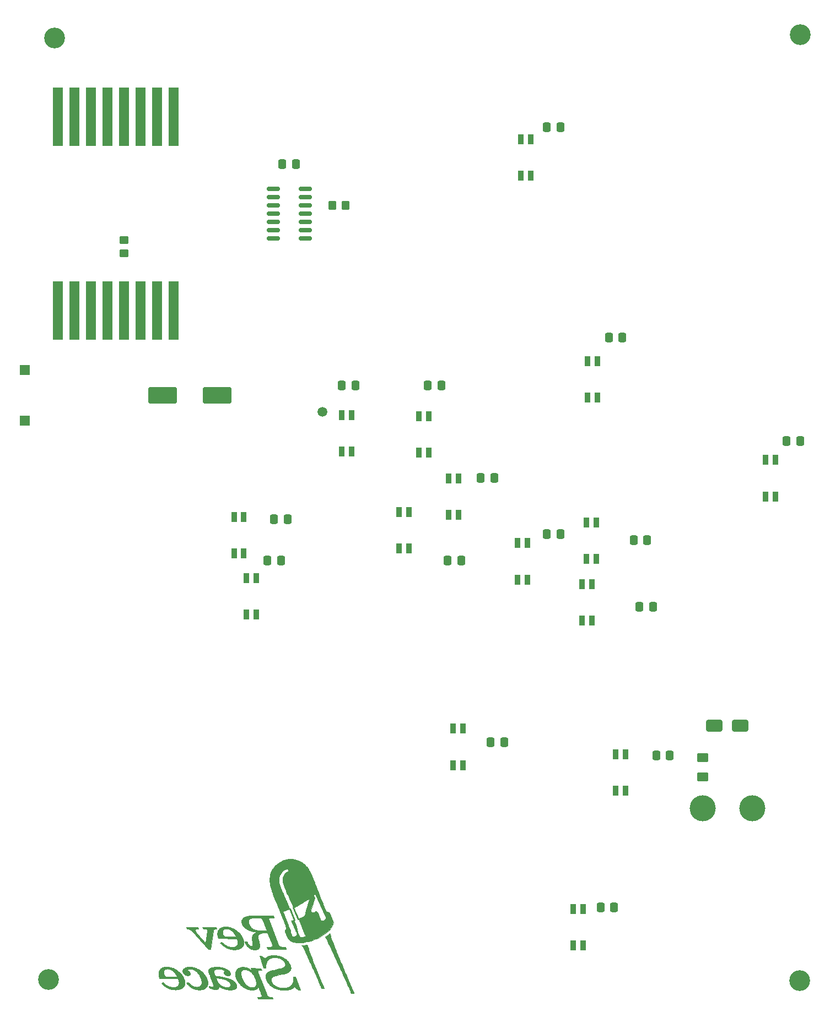
<source format=gbs>
G04 #@! TF.GenerationSoftware,KiCad,Pcbnew,7.0.10*
G04 #@! TF.CreationDate,2024-02-18T18:29:19+01:00*
G04 #@! TF.ProjectId,hackerspacesnl,6861636b-6572-4737-9061-6365736e6c2e,rev?*
G04 #@! TF.SameCoordinates,Original*
G04 #@! TF.FileFunction,Soldermask,Bot*
G04 #@! TF.FilePolarity,Negative*
%FSLAX46Y46*%
G04 Gerber Fmt 4.6, Leading zero omitted, Abs format (unit mm)*
G04 Created by KiCad (PCBNEW 7.0.10) date 2024-02-18 18:29:19*
%MOMM*%
%LPD*%
G01*
G04 APERTURE LIST*
G04 Aperture macros list*
%AMRoundRect*
0 Rectangle with rounded corners*
0 $1 Rounding radius*
0 $2 $3 $4 $5 $6 $7 $8 $9 X,Y pos of 4 corners*
0 Add a 4 corners polygon primitive as box body*
4,1,4,$2,$3,$4,$5,$6,$7,$8,$9,$2,$3,0*
0 Add four circle primitives for the rounded corners*
1,1,$1+$1,$2,$3*
1,1,$1+$1,$4,$5*
1,1,$1+$1,$6,$7*
1,1,$1+$1,$8,$9*
0 Add four rect primitives between the rounded corners*
20,1,$1+$1,$2,$3,$4,$5,0*
20,1,$1+$1,$4,$5,$6,$7,0*
20,1,$1+$1,$6,$7,$8,$9,0*
20,1,$1+$1,$8,$9,$2,$3,0*%
G04 Aperture macros list end*
%ADD10C,0.000001*%
%ADD11C,3.200000*%
%ADD12R,0.820000X1.600000*%
%ADD13RoundRect,0.250000X-0.337500X-0.475000X0.337500X-0.475000X0.337500X0.475000X-0.337500X0.475000X0*%
%ADD14RoundRect,0.250001X0.624999X-0.462499X0.624999X0.462499X-0.624999X0.462499X-0.624999X-0.462499X0*%
%ADD15RoundRect,0.250000X0.450000X-0.350000X0.450000X0.350000X-0.450000X0.350000X-0.450000X-0.350000X0*%
%ADD16RoundRect,0.250000X1.950000X1.000000X-1.950000X1.000000X-1.950000X-1.000000X1.950000X-1.000000X0*%
%ADD17RoundRect,0.250000X-0.350000X-0.450000X0.350000X-0.450000X0.350000X0.450000X-0.350000X0.450000X0*%
%ADD18R,1.500000X1.500000*%
%ADD19RoundRect,0.150000X0.825000X0.150000X-0.825000X0.150000X-0.825000X-0.150000X0.825000X-0.150000X0*%
%ADD20C,4.000000*%
%ADD21R,1.600000X9.000000*%
%ADD22C,1.500000*%
%ADD23RoundRect,0.250000X-1.000000X-0.650000X1.000000X-0.650000X1.000000X0.650000X-1.000000X0.650000X0*%
%ADD24RoundRect,0.250000X0.337500X0.475000X-0.337500X0.475000X-0.337500X-0.475000X0.337500X-0.475000X0*%
G04 APERTURE END LIST*
D10*
X79003301Y-176113254D02*
X79073833Y-176331599D01*
X79145113Y-176546845D01*
X79217141Y-176759249D01*
X79289914Y-176969068D01*
X79363432Y-177176556D01*
X79437694Y-177381970D01*
X79512697Y-177585567D01*
X79588441Y-177787603D01*
X79664924Y-177988333D01*
X79742144Y-178188013D01*
X79820102Y-178386901D01*
X79898794Y-178585252D01*
X79978220Y-178783321D01*
X80058378Y-178981367D01*
X80139267Y-179179643D01*
X80220886Y-179378407D01*
X80303233Y-179577915D01*
X80386307Y-179778422D01*
X80470107Y-179980186D01*
X80554631Y-180183461D01*
X80639877Y-180388505D01*
X80725846Y-180595573D01*
X80812534Y-180804922D01*
X80899941Y-181016807D01*
X80988065Y-181231485D01*
X81076905Y-181449212D01*
X81166460Y-181670244D01*
X81256729Y-181894837D01*
X81347709Y-182123247D01*
X81439400Y-182355731D01*
X81531800Y-182592544D01*
X81154196Y-182595544D01*
X81146961Y-182576648D01*
X81124117Y-182521681D01*
X81086659Y-182433039D01*
X81035578Y-182313116D01*
X80971868Y-182164310D01*
X80896522Y-181989014D01*
X80810533Y-181789625D01*
X80714893Y-181568539D01*
X80610597Y-181328150D01*
X80498636Y-181070854D01*
X80380005Y-180799047D01*
X80255695Y-180515125D01*
X80126701Y-180221482D01*
X79994015Y-179920514D01*
X79858629Y-179614617D01*
X79721538Y-179306187D01*
X79583734Y-178997618D01*
X79446210Y-178691307D01*
X79309959Y-178389649D01*
X79175975Y-178095039D01*
X79045249Y-177809873D01*
X78918776Y-177536546D01*
X78797549Y-177277455D01*
X78682559Y-177034994D01*
X78574801Y-176811558D01*
X78475267Y-176609545D01*
X78384951Y-176431348D01*
X78304845Y-176279364D01*
X78235942Y-176155988D01*
X78179236Y-176063616D01*
X78135720Y-176004643D01*
X78106385Y-175981464D01*
X78144555Y-175984023D01*
X78181034Y-175986678D01*
X78216106Y-175989306D01*
X78250060Y-175991784D01*
X78283180Y-175993988D01*
X78315754Y-175995795D01*
X78348069Y-175997083D01*
X78380409Y-175997727D01*
X78413062Y-175997606D01*
X78446314Y-175996595D01*
X78480452Y-175994572D01*
X78515761Y-175991413D01*
X78552528Y-175986995D01*
X78591039Y-175981195D01*
X78631582Y-175973890D01*
X78674441Y-175964957D01*
X78719905Y-175954272D01*
X78768258Y-175941713D01*
X78819787Y-175927156D01*
X78874779Y-175910477D01*
X78933519Y-175891555D01*
X79003301Y-176113254D01*
G36*
X79003301Y-176113254D02*
G01*
X79073833Y-176331599D01*
X79145113Y-176546845D01*
X79217141Y-176759249D01*
X79289914Y-176969068D01*
X79363432Y-177176556D01*
X79437694Y-177381970D01*
X79512697Y-177585567D01*
X79588441Y-177787603D01*
X79664924Y-177988333D01*
X79742144Y-178188013D01*
X79820102Y-178386901D01*
X79898794Y-178585252D01*
X79978220Y-178783321D01*
X80058378Y-178981367D01*
X80139267Y-179179643D01*
X80220886Y-179378407D01*
X80303233Y-179577915D01*
X80386307Y-179778422D01*
X80470107Y-179980186D01*
X80554631Y-180183461D01*
X80639877Y-180388505D01*
X80725846Y-180595573D01*
X80812534Y-180804922D01*
X80899941Y-181016807D01*
X80988065Y-181231485D01*
X81076905Y-181449212D01*
X81166460Y-181670244D01*
X81256729Y-181894837D01*
X81347709Y-182123247D01*
X81439400Y-182355731D01*
X81531800Y-182592544D01*
X81154196Y-182595544D01*
X81146961Y-182576648D01*
X81124117Y-182521681D01*
X81086659Y-182433039D01*
X81035578Y-182313116D01*
X80971868Y-182164310D01*
X80896522Y-181989014D01*
X80810533Y-181789625D01*
X80714893Y-181568539D01*
X80610597Y-181328150D01*
X80498636Y-181070854D01*
X80380005Y-180799047D01*
X80255695Y-180515125D01*
X80126701Y-180221482D01*
X79994015Y-179920514D01*
X79858629Y-179614617D01*
X79721538Y-179306187D01*
X79583734Y-178997618D01*
X79446210Y-178691307D01*
X79309959Y-178389649D01*
X79175975Y-178095039D01*
X79045249Y-177809873D01*
X78918776Y-177536546D01*
X78797549Y-177277455D01*
X78682559Y-177034994D01*
X78574801Y-176811558D01*
X78475267Y-176609545D01*
X78384951Y-176431348D01*
X78304845Y-176279364D01*
X78235942Y-176155988D01*
X78179236Y-176063616D01*
X78135720Y-176004643D01*
X78106385Y-175981464D01*
X78144555Y-175984023D01*
X78181034Y-175986678D01*
X78216106Y-175989306D01*
X78250060Y-175991784D01*
X78283180Y-175993988D01*
X78315754Y-175995795D01*
X78348069Y-175997083D01*
X78380409Y-175997727D01*
X78413062Y-175997606D01*
X78446314Y-175996595D01*
X78480452Y-175994572D01*
X78515761Y-175991413D01*
X78552528Y-175986995D01*
X78591039Y-175981195D01*
X78631582Y-175973890D01*
X78674441Y-175964957D01*
X78719905Y-175954272D01*
X78768258Y-175941713D01*
X78819787Y-175927156D01*
X78874779Y-175910477D01*
X78933519Y-175891555D01*
X79003301Y-176113254D01*
G37*
X79003301Y-176113254D02*
X79073833Y-176331599D01*
X79145113Y-176546845D01*
X79217141Y-176759249D01*
X79289914Y-176969068D01*
X79363432Y-177176556D01*
X79437694Y-177381970D01*
X79512697Y-177585567D01*
X79588441Y-177787603D01*
X79664924Y-177988333D01*
X79742144Y-178188013D01*
X79820102Y-178386901D01*
X79898794Y-178585252D01*
X79978220Y-178783321D01*
X80058378Y-178981367D01*
X80139267Y-179179643D01*
X80220886Y-179378407D01*
X80303233Y-179577915D01*
X80386307Y-179778422D01*
X80470107Y-179980186D01*
X80554631Y-180183461D01*
X80639877Y-180388505D01*
X80725846Y-180595573D01*
X80812534Y-180804922D01*
X80899941Y-181016807D01*
X80988065Y-181231485D01*
X81076905Y-181449212D01*
X81166460Y-181670244D01*
X81256729Y-181894837D01*
X81347709Y-182123247D01*
X81439400Y-182355731D01*
X81531800Y-182592544D01*
X81154196Y-182595544D01*
X81146961Y-182576648D01*
X81124117Y-182521681D01*
X81086659Y-182433039D01*
X81035578Y-182313116D01*
X80971868Y-182164310D01*
X80896522Y-181989014D01*
X80810533Y-181789625D01*
X80714893Y-181568539D01*
X80610597Y-181328150D01*
X80498636Y-181070854D01*
X80380005Y-180799047D01*
X80255695Y-180515125D01*
X80126701Y-180221482D01*
X79994015Y-179920514D01*
X79858629Y-179614617D01*
X79721538Y-179306187D01*
X79583734Y-178997618D01*
X79446210Y-178691307D01*
X79309959Y-178389649D01*
X79175975Y-178095039D01*
X79045249Y-177809873D01*
X78918776Y-177536546D01*
X78797549Y-177277455D01*
X78682559Y-177034994D01*
X78574801Y-176811558D01*
X78475267Y-176609545D01*
X78384951Y-176431348D01*
X78304845Y-176279364D01*
X78235942Y-176155988D01*
X78179236Y-176063616D01*
X78135720Y-176004643D01*
X78106385Y-175981464D01*
X78144555Y-175984023D01*
X78181034Y-175986678D01*
X78216106Y-175989306D01*
X78250060Y-175991784D01*
X78283180Y-175993988D01*
X78315754Y-175995795D01*
X78348069Y-175997083D01*
X78380409Y-175997727D01*
X78413062Y-175997606D01*
X78446314Y-175996595D01*
X78480452Y-175994572D01*
X78515761Y-175991413D01*
X78552528Y-175986995D01*
X78591039Y-175981195D01*
X78631582Y-175973890D01*
X78674441Y-175964957D01*
X78719905Y-175954272D01*
X78768258Y-175941713D01*
X78819787Y-175927156D01*
X78874779Y-175910477D01*
X78933519Y-175891555D01*
X79003301Y-176113254D01*
G36*
X79003301Y-176113254D02*
G01*
X79073833Y-176331599D01*
X79145113Y-176546845D01*
X79217141Y-176759249D01*
X79289914Y-176969068D01*
X79363432Y-177176556D01*
X79437694Y-177381970D01*
X79512697Y-177585567D01*
X79588441Y-177787603D01*
X79664924Y-177988333D01*
X79742144Y-178188013D01*
X79820102Y-178386901D01*
X79898794Y-178585252D01*
X79978220Y-178783321D01*
X80058378Y-178981367D01*
X80139267Y-179179643D01*
X80220886Y-179378407D01*
X80303233Y-179577915D01*
X80386307Y-179778422D01*
X80470107Y-179980186D01*
X80554631Y-180183461D01*
X80639877Y-180388505D01*
X80725846Y-180595573D01*
X80812534Y-180804922D01*
X80899941Y-181016807D01*
X80988065Y-181231485D01*
X81076905Y-181449212D01*
X81166460Y-181670244D01*
X81256729Y-181894837D01*
X81347709Y-182123247D01*
X81439400Y-182355731D01*
X81531800Y-182592544D01*
X81154196Y-182595544D01*
X81146961Y-182576648D01*
X81124117Y-182521681D01*
X81086659Y-182433039D01*
X81035578Y-182313116D01*
X80971868Y-182164310D01*
X80896522Y-181989014D01*
X80810533Y-181789625D01*
X80714893Y-181568539D01*
X80610597Y-181328150D01*
X80498636Y-181070854D01*
X80380005Y-180799047D01*
X80255695Y-180515125D01*
X80126701Y-180221482D01*
X79994015Y-179920514D01*
X79858629Y-179614617D01*
X79721538Y-179306187D01*
X79583734Y-178997618D01*
X79446210Y-178691307D01*
X79309959Y-178389649D01*
X79175975Y-178095039D01*
X79045249Y-177809873D01*
X78918776Y-177536546D01*
X78797549Y-177277455D01*
X78682559Y-177034994D01*
X78574801Y-176811558D01*
X78475267Y-176609545D01*
X78384951Y-176431348D01*
X78304845Y-176279364D01*
X78235942Y-176155988D01*
X78179236Y-176063616D01*
X78135720Y-176004643D01*
X78106385Y-175981464D01*
X78144555Y-175984023D01*
X78181034Y-175986678D01*
X78216106Y-175989306D01*
X78250060Y-175991784D01*
X78283180Y-175993988D01*
X78315754Y-175995795D01*
X78348069Y-175997083D01*
X78380409Y-175997727D01*
X78413062Y-175997606D01*
X78446314Y-175996595D01*
X78480452Y-175994572D01*
X78515761Y-175991413D01*
X78552528Y-175986995D01*
X78591039Y-175981195D01*
X78631582Y-175973890D01*
X78674441Y-175964957D01*
X78719905Y-175954272D01*
X78768258Y-175941713D01*
X78819787Y-175927156D01*
X78874779Y-175910477D01*
X78933519Y-175891555D01*
X79003301Y-176113254D01*
G37*
X82465991Y-174343528D02*
X82535276Y-174555084D01*
X82611374Y-174778384D01*
X82693915Y-175012760D01*
X82782530Y-175257542D01*
X82876849Y-175512061D01*
X82976501Y-175775650D01*
X83081118Y-176047638D01*
X83190330Y-176327359D01*
X83303767Y-176614142D01*
X83421059Y-176907319D01*
X83541837Y-177206222D01*
X83665731Y-177510181D01*
X83792370Y-177818528D01*
X83921387Y-178130594D01*
X84052409Y-178445710D01*
X84185069Y-178763209D01*
X84318996Y-179082420D01*
X84453821Y-179402675D01*
X84589174Y-179723306D01*
X84724684Y-180043643D01*
X84859983Y-180363019D01*
X84994701Y-180680764D01*
X85128468Y-180996209D01*
X85260914Y-181308687D01*
X85391670Y-181617527D01*
X85520365Y-181922062D01*
X85646631Y-182221622D01*
X85770097Y-182515539D01*
X85890393Y-182803145D01*
X86007151Y-183083769D01*
X86120000Y-183356745D01*
X85718420Y-183395705D01*
X85651941Y-183235628D01*
X85579160Y-183062534D01*
X85500338Y-182877004D01*
X85415734Y-182679618D01*
X85325609Y-182470959D01*
X85230223Y-182251606D01*
X85129836Y-182022141D01*
X85024710Y-181783145D01*
X84915104Y-181535200D01*
X84801278Y-181278885D01*
X84683494Y-181014783D01*
X84562011Y-180743475D01*
X84437090Y-180465541D01*
X84308990Y-180181562D01*
X84177973Y-179892121D01*
X84044299Y-179597797D01*
X83908228Y-179299172D01*
X83770020Y-178996827D01*
X83629936Y-178691343D01*
X83488236Y-178383301D01*
X83345181Y-178073283D01*
X83201030Y-177761869D01*
X83056045Y-177449640D01*
X82910485Y-177137178D01*
X82764611Y-176825063D01*
X82618683Y-176513877D01*
X82472962Y-176204201D01*
X82327707Y-175896616D01*
X82183180Y-175591702D01*
X82039641Y-175290042D01*
X81897349Y-174992216D01*
X81756566Y-174698805D01*
X81791950Y-174676280D01*
X81826169Y-174653945D01*
X81859313Y-174631734D01*
X81891470Y-174609580D01*
X81922732Y-174587417D01*
X81953186Y-174565176D01*
X81982924Y-174542792D01*
X82012035Y-174520198D01*
X82040607Y-174497327D01*
X82068731Y-174474112D01*
X82096497Y-174450487D01*
X82123994Y-174426383D01*
X82151312Y-174401736D01*
X82178540Y-174376477D01*
X82205768Y-174350540D01*
X82233085Y-174323858D01*
X82260582Y-174296365D01*
X82288347Y-174267993D01*
X82316471Y-174238677D01*
X82345043Y-174208347D01*
X82374152Y-174176940D01*
X82403889Y-174144386D01*
X82403889Y-174144384D01*
X82465991Y-174343528D01*
G36*
X82465991Y-174343528D02*
G01*
X82535276Y-174555084D01*
X82611374Y-174778384D01*
X82693915Y-175012760D01*
X82782530Y-175257542D01*
X82876849Y-175512061D01*
X82976501Y-175775650D01*
X83081118Y-176047638D01*
X83190330Y-176327359D01*
X83303767Y-176614142D01*
X83421059Y-176907319D01*
X83541837Y-177206222D01*
X83665731Y-177510181D01*
X83792370Y-177818528D01*
X83921387Y-178130594D01*
X84052409Y-178445710D01*
X84185069Y-178763209D01*
X84318996Y-179082420D01*
X84453821Y-179402675D01*
X84589174Y-179723306D01*
X84724684Y-180043643D01*
X84859983Y-180363019D01*
X84994701Y-180680764D01*
X85128468Y-180996209D01*
X85260914Y-181308687D01*
X85391670Y-181617527D01*
X85520365Y-181922062D01*
X85646631Y-182221622D01*
X85770097Y-182515539D01*
X85890393Y-182803145D01*
X86007151Y-183083769D01*
X86120000Y-183356745D01*
X85718420Y-183395705D01*
X85651941Y-183235628D01*
X85579160Y-183062534D01*
X85500338Y-182877004D01*
X85415734Y-182679618D01*
X85325609Y-182470959D01*
X85230223Y-182251606D01*
X85129836Y-182022141D01*
X85024710Y-181783145D01*
X84915104Y-181535200D01*
X84801278Y-181278885D01*
X84683494Y-181014783D01*
X84562011Y-180743475D01*
X84437090Y-180465541D01*
X84308990Y-180181562D01*
X84177973Y-179892121D01*
X84044299Y-179597797D01*
X83908228Y-179299172D01*
X83770020Y-178996827D01*
X83629936Y-178691343D01*
X83488236Y-178383301D01*
X83345181Y-178073283D01*
X83201030Y-177761869D01*
X83056045Y-177449640D01*
X82910485Y-177137178D01*
X82764611Y-176825063D01*
X82618683Y-176513877D01*
X82472962Y-176204201D01*
X82327707Y-175896616D01*
X82183180Y-175591702D01*
X82039641Y-175290042D01*
X81897349Y-174992216D01*
X81756566Y-174698805D01*
X81791950Y-174676280D01*
X81826169Y-174653945D01*
X81859313Y-174631734D01*
X81891470Y-174609580D01*
X81922732Y-174587417D01*
X81953186Y-174565176D01*
X81982924Y-174542792D01*
X82012035Y-174520198D01*
X82040607Y-174497327D01*
X82068731Y-174474112D01*
X82096497Y-174450487D01*
X82123994Y-174426383D01*
X82151312Y-174401736D01*
X82178540Y-174376477D01*
X82205768Y-174350540D01*
X82233085Y-174323858D01*
X82260582Y-174296365D01*
X82288347Y-174267993D01*
X82316471Y-174238677D01*
X82345043Y-174208347D01*
X82374152Y-174176940D01*
X82403889Y-174144386D01*
X82403889Y-174144384D01*
X82465991Y-174343528D01*
G37*
X82465991Y-174343528D02*
X82535276Y-174555084D01*
X82611374Y-174778384D01*
X82693915Y-175012760D01*
X82782530Y-175257542D01*
X82876849Y-175512061D01*
X82976501Y-175775650D01*
X83081118Y-176047638D01*
X83190330Y-176327359D01*
X83303767Y-176614142D01*
X83421059Y-176907319D01*
X83541837Y-177206222D01*
X83665731Y-177510181D01*
X83792370Y-177818528D01*
X83921387Y-178130594D01*
X84052409Y-178445710D01*
X84185069Y-178763209D01*
X84318996Y-179082420D01*
X84453821Y-179402675D01*
X84589174Y-179723306D01*
X84724684Y-180043643D01*
X84859983Y-180363019D01*
X84994701Y-180680764D01*
X85128468Y-180996209D01*
X85260914Y-181308687D01*
X85391670Y-181617527D01*
X85520365Y-181922062D01*
X85646631Y-182221622D01*
X85770097Y-182515539D01*
X85890393Y-182803145D01*
X86007151Y-183083769D01*
X86120000Y-183356745D01*
X85718420Y-183395705D01*
X85651941Y-183235628D01*
X85579160Y-183062534D01*
X85500338Y-182877004D01*
X85415734Y-182679618D01*
X85325609Y-182470959D01*
X85230223Y-182251606D01*
X85129836Y-182022141D01*
X85024710Y-181783145D01*
X84915104Y-181535200D01*
X84801278Y-181278885D01*
X84683494Y-181014783D01*
X84562011Y-180743475D01*
X84437090Y-180465541D01*
X84308990Y-180181562D01*
X84177973Y-179892121D01*
X84044299Y-179597797D01*
X83908228Y-179299172D01*
X83770020Y-178996827D01*
X83629936Y-178691343D01*
X83488236Y-178383301D01*
X83345181Y-178073283D01*
X83201030Y-177761869D01*
X83056045Y-177449640D01*
X82910485Y-177137178D01*
X82764611Y-176825063D01*
X82618683Y-176513877D01*
X82472962Y-176204201D01*
X82327707Y-175896616D01*
X82183180Y-175591702D01*
X82039641Y-175290042D01*
X81897349Y-174992216D01*
X81756566Y-174698805D01*
X81791950Y-174676280D01*
X81826169Y-174653945D01*
X81859313Y-174631734D01*
X81891470Y-174609580D01*
X81922732Y-174587417D01*
X81953186Y-174565176D01*
X81982924Y-174542792D01*
X82012035Y-174520198D01*
X82040607Y-174497327D01*
X82068731Y-174474112D01*
X82096497Y-174450487D01*
X82123994Y-174426383D01*
X82151312Y-174401736D01*
X82178540Y-174376477D01*
X82205768Y-174350540D01*
X82233085Y-174323858D01*
X82260582Y-174296365D01*
X82288347Y-174267993D01*
X82316471Y-174238677D01*
X82345043Y-174208347D01*
X82374152Y-174176940D01*
X82403889Y-174144386D01*
X82403889Y-174144384D01*
X82465991Y-174343528D01*
G36*
X82465991Y-174343528D02*
G01*
X82535276Y-174555084D01*
X82611374Y-174778384D01*
X82693915Y-175012760D01*
X82782530Y-175257542D01*
X82876849Y-175512061D01*
X82976501Y-175775650D01*
X83081118Y-176047638D01*
X83190330Y-176327359D01*
X83303767Y-176614142D01*
X83421059Y-176907319D01*
X83541837Y-177206222D01*
X83665731Y-177510181D01*
X83792370Y-177818528D01*
X83921387Y-178130594D01*
X84052409Y-178445710D01*
X84185069Y-178763209D01*
X84318996Y-179082420D01*
X84453821Y-179402675D01*
X84589174Y-179723306D01*
X84724684Y-180043643D01*
X84859983Y-180363019D01*
X84994701Y-180680764D01*
X85128468Y-180996209D01*
X85260914Y-181308687D01*
X85391670Y-181617527D01*
X85520365Y-181922062D01*
X85646631Y-182221622D01*
X85770097Y-182515539D01*
X85890393Y-182803145D01*
X86007151Y-183083769D01*
X86120000Y-183356745D01*
X85718420Y-183395705D01*
X85651941Y-183235628D01*
X85579160Y-183062534D01*
X85500338Y-182877004D01*
X85415734Y-182679618D01*
X85325609Y-182470959D01*
X85230223Y-182251606D01*
X85129836Y-182022141D01*
X85024710Y-181783145D01*
X84915104Y-181535200D01*
X84801278Y-181278885D01*
X84683494Y-181014783D01*
X84562011Y-180743475D01*
X84437090Y-180465541D01*
X84308990Y-180181562D01*
X84177973Y-179892121D01*
X84044299Y-179597797D01*
X83908228Y-179299172D01*
X83770020Y-178996827D01*
X83629936Y-178691343D01*
X83488236Y-178383301D01*
X83345181Y-178073283D01*
X83201030Y-177761869D01*
X83056045Y-177449640D01*
X82910485Y-177137178D01*
X82764611Y-176825063D01*
X82618683Y-176513877D01*
X82472962Y-176204201D01*
X82327707Y-175896616D01*
X82183180Y-175591702D01*
X82039641Y-175290042D01*
X81897349Y-174992216D01*
X81756566Y-174698805D01*
X81791950Y-174676280D01*
X81826169Y-174653945D01*
X81859313Y-174631734D01*
X81891470Y-174609580D01*
X81922732Y-174587417D01*
X81953186Y-174565176D01*
X81982924Y-174542792D01*
X82012035Y-174520198D01*
X82040607Y-174497327D01*
X82068731Y-174474112D01*
X82096497Y-174450487D01*
X82123994Y-174426383D01*
X82151312Y-174401736D01*
X82178540Y-174376477D01*
X82205768Y-174350540D01*
X82233085Y-174323858D01*
X82260582Y-174296365D01*
X82288347Y-174267993D01*
X82316471Y-174238677D01*
X82345043Y-174208347D01*
X82374152Y-174176940D01*
X82403889Y-174144386D01*
X82403889Y-174144384D01*
X82465991Y-174343528D01*
G37*
X62148084Y-173230345D02*
X62246984Y-173485078D01*
X62124114Y-173485078D01*
X62051463Y-173486589D01*
X61986062Y-173491594D01*
X61927996Y-173500079D01*
X61877349Y-173512031D01*
X61834207Y-173527435D01*
X61798656Y-173546280D01*
X61770780Y-173568550D01*
X61750664Y-173594233D01*
X61738393Y-173623315D01*
X61734053Y-173655783D01*
X61737729Y-173691623D01*
X61749505Y-173730821D01*
X61761377Y-173758177D01*
X61776534Y-173787873D01*
X61794614Y-173819544D01*
X61815257Y-173852822D01*
X61838103Y-173887342D01*
X61862791Y-173922737D01*
X61888960Y-173958641D01*
X61916250Y-173994687D01*
X61944301Y-174030508D01*
X63385792Y-175681780D01*
X63649518Y-173802746D01*
X63653559Y-173767371D01*
X63651844Y-173727854D01*
X63645219Y-173688322D01*
X63634528Y-173652903D01*
X63623168Y-173628189D01*
X63608967Y-173605784D01*
X63591606Y-173585607D01*
X63570768Y-173567579D01*
X63546134Y-173551622D01*
X63517385Y-173537656D01*
X63484204Y-173525601D01*
X63446272Y-173515378D01*
X63403271Y-173506908D01*
X63354882Y-173500112D01*
X63300787Y-173494910D01*
X63240668Y-173491222D01*
X63174207Y-173488971D01*
X63101085Y-173488075D01*
X62978214Y-173488075D01*
X62879314Y-173230345D01*
X64935162Y-173236345D01*
X65034062Y-173494075D01*
X64965132Y-173494075D01*
X64897711Y-173494855D01*
X64837119Y-173497833D01*
X64782988Y-173503261D01*
X64734956Y-173511392D01*
X64692655Y-173522478D01*
X64655720Y-173536769D01*
X64623788Y-173554519D01*
X64596491Y-173575979D01*
X64573465Y-173601401D01*
X64554344Y-173631037D01*
X64538763Y-173665139D01*
X64526358Y-173703958D01*
X64516761Y-173747747D01*
X64509609Y-173796758D01*
X64120015Y-176649773D01*
X63814335Y-176649773D01*
X61608644Y-174150389D01*
X61569803Y-174107124D01*
X61531503Y-174065426D01*
X61493726Y-174025281D01*
X61456453Y-173986677D01*
X61419663Y-173949601D01*
X61383338Y-173914040D01*
X61347459Y-173879981D01*
X61312005Y-173847412D01*
X61276959Y-173816318D01*
X61242300Y-173786689D01*
X61208009Y-173758510D01*
X61174067Y-173731769D01*
X61140455Y-173706453D01*
X61107152Y-173682549D01*
X61074141Y-173660044D01*
X61041402Y-173638926D01*
X61008915Y-173619181D01*
X60976660Y-173600797D01*
X60944620Y-173583761D01*
X60912774Y-173568060D01*
X60881103Y-173553681D01*
X60849588Y-173540611D01*
X60818210Y-173528837D01*
X60786949Y-173518347D01*
X60755785Y-173509128D01*
X60724701Y-173501167D01*
X60693675Y-173494450D01*
X60662690Y-173488965D01*
X60631725Y-173484700D01*
X60600762Y-173481641D01*
X60569780Y-173479776D01*
X60538762Y-173479091D01*
X60502802Y-173479091D01*
X60403902Y-173224358D01*
X60403909Y-173224345D01*
X62148084Y-173230345D01*
G36*
X62148084Y-173230345D02*
G01*
X62246984Y-173485078D01*
X62124114Y-173485078D01*
X62051463Y-173486589D01*
X61986062Y-173491594D01*
X61927996Y-173500079D01*
X61877349Y-173512031D01*
X61834207Y-173527435D01*
X61798656Y-173546280D01*
X61770780Y-173568550D01*
X61750664Y-173594233D01*
X61738393Y-173623315D01*
X61734053Y-173655783D01*
X61737729Y-173691623D01*
X61749505Y-173730821D01*
X61761377Y-173758177D01*
X61776534Y-173787873D01*
X61794614Y-173819544D01*
X61815257Y-173852822D01*
X61838103Y-173887342D01*
X61862791Y-173922737D01*
X61888960Y-173958641D01*
X61916250Y-173994687D01*
X61944301Y-174030508D01*
X63385792Y-175681780D01*
X63649518Y-173802746D01*
X63653559Y-173767371D01*
X63651844Y-173727854D01*
X63645219Y-173688322D01*
X63634528Y-173652903D01*
X63623168Y-173628189D01*
X63608967Y-173605784D01*
X63591606Y-173585607D01*
X63570768Y-173567579D01*
X63546134Y-173551622D01*
X63517385Y-173537656D01*
X63484204Y-173525601D01*
X63446272Y-173515378D01*
X63403271Y-173506908D01*
X63354882Y-173500112D01*
X63300787Y-173494910D01*
X63240668Y-173491222D01*
X63174207Y-173488971D01*
X63101085Y-173488075D01*
X62978214Y-173488075D01*
X62879314Y-173230345D01*
X64935162Y-173236345D01*
X65034062Y-173494075D01*
X64965132Y-173494075D01*
X64897711Y-173494855D01*
X64837119Y-173497833D01*
X64782988Y-173503261D01*
X64734956Y-173511392D01*
X64692655Y-173522478D01*
X64655720Y-173536769D01*
X64623788Y-173554519D01*
X64596491Y-173575979D01*
X64573465Y-173601401D01*
X64554344Y-173631037D01*
X64538763Y-173665139D01*
X64526358Y-173703958D01*
X64516761Y-173747747D01*
X64509609Y-173796758D01*
X64120015Y-176649773D01*
X63814335Y-176649773D01*
X61608644Y-174150389D01*
X61569803Y-174107124D01*
X61531503Y-174065426D01*
X61493726Y-174025281D01*
X61456453Y-173986677D01*
X61419663Y-173949601D01*
X61383338Y-173914040D01*
X61347459Y-173879981D01*
X61312005Y-173847412D01*
X61276959Y-173816318D01*
X61242300Y-173786689D01*
X61208009Y-173758510D01*
X61174067Y-173731769D01*
X61140455Y-173706453D01*
X61107152Y-173682549D01*
X61074141Y-173660044D01*
X61041402Y-173638926D01*
X61008915Y-173619181D01*
X60976660Y-173600797D01*
X60944620Y-173583761D01*
X60912774Y-173568060D01*
X60881103Y-173553681D01*
X60849588Y-173540611D01*
X60818210Y-173528837D01*
X60786949Y-173518347D01*
X60755785Y-173509128D01*
X60724701Y-173501167D01*
X60693675Y-173494450D01*
X60662690Y-173488965D01*
X60631725Y-173484700D01*
X60600762Y-173481641D01*
X60569780Y-173479776D01*
X60538762Y-173479091D01*
X60502802Y-173479091D01*
X60403902Y-173224358D01*
X60403909Y-173224345D01*
X62148084Y-173230345D01*
G37*
X60898392Y-179316965D02*
X61004484Y-179319520D01*
X61110279Y-179326453D01*
X61215653Y-179337678D01*
X61320487Y-179353109D01*
X61424659Y-179372661D01*
X61528049Y-179396248D01*
X61630534Y-179423784D01*
X61731995Y-179455184D01*
X61832309Y-179490361D01*
X61931356Y-179529231D01*
X62029014Y-179571708D01*
X62125163Y-179617705D01*
X62219681Y-179667137D01*
X62312448Y-179719919D01*
X62403341Y-179775965D01*
X62492241Y-179835188D01*
X62579025Y-179897504D01*
X62663574Y-179962827D01*
X62745765Y-180031070D01*
X62825477Y-180102149D01*
X62902590Y-180175978D01*
X62976982Y-180252470D01*
X63048533Y-180331540D01*
X63117120Y-180413103D01*
X63182624Y-180497073D01*
X63244922Y-180583364D01*
X63303894Y-180671890D01*
X63359419Y-180762566D01*
X63411375Y-180855306D01*
X63459642Y-180950024D01*
X63504098Y-181046635D01*
X63544622Y-181145052D01*
X63578820Y-181238743D01*
X63608028Y-181330511D01*
X63632291Y-181420289D01*
X63651655Y-181508005D01*
X63666163Y-181593590D01*
X63675862Y-181676975D01*
X63680796Y-181758090D01*
X63681011Y-181836865D01*
X63676552Y-181913231D01*
X63667465Y-181987117D01*
X63653793Y-182058454D01*
X63635583Y-182127172D01*
X63612879Y-182193203D01*
X63585728Y-182256475D01*
X63554173Y-182316919D01*
X63518260Y-182374465D01*
X63478034Y-182429045D01*
X63433541Y-182480587D01*
X63384826Y-182529023D01*
X63331933Y-182574283D01*
X63274908Y-182616297D01*
X63213796Y-182654995D01*
X63148642Y-182690307D01*
X63079492Y-182722165D01*
X63006391Y-182750497D01*
X62929383Y-182775235D01*
X62848514Y-182796309D01*
X62763829Y-182813649D01*
X62675373Y-182827185D01*
X62583192Y-182836848D01*
X62487330Y-182842568D01*
X62387833Y-182844275D01*
X62315750Y-182843188D01*
X62244873Y-182840374D01*
X62175145Y-182835802D01*
X62106506Y-182829440D01*
X62038896Y-182821256D01*
X61972256Y-182811218D01*
X61906527Y-182799295D01*
X61841649Y-182785454D01*
X61777564Y-182769664D01*
X61714212Y-182751893D01*
X61651534Y-182732109D01*
X61589470Y-182710280D01*
X61527961Y-182686376D01*
X61466948Y-182660363D01*
X61406372Y-182632210D01*
X61346173Y-182601885D01*
X61286292Y-182569356D01*
X61226670Y-182534593D01*
X61167247Y-182497562D01*
X61107965Y-182458232D01*
X61048763Y-182416571D01*
X60989583Y-182372547D01*
X60930365Y-182326129D01*
X60871051Y-182277285D01*
X60811580Y-182225983D01*
X60751893Y-182172191D01*
X60691932Y-182115878D01*
X60631637Y-182057011D01*
X60570948Y-181995559D01*
X60509806Y-181931490D01*
X60448153Y-181864772D01*
X60385928Y-181795373D01*
X60685614Y-181687485D01*
X60730077Y-181734659D01*
X60773980Y-181780067D01*
X60817355Y-181823726D01*
X60860234Y-181865654D01*
X60902651Y-181905870D01*
X60944637Y-181944391D01*
X60986226Y-181981234D01*
X61027450Y-182016419D01*
X61068342Y-182049963D01*
X61108935Y-182081883D01*
X61149260Y-182112198D01*
X61189352Y-182140926D01*
X61229241Y-182168084D01*
X61268962Y-182193690D01*
X61308546Y-182217764D01*
X61348027Y-182240321D01*
X61387437Y-182261381D01*
X61426808Y-182280960D01*
X61466173Y-182299078D01*
X61505565Y-182315752D01*
X61545017Y-182331000D01*
X61584561Y-182344840D01*
X61624229Y-182357289D01*
X61664055Y-182368366D01*
X61704071Y-182378089D01*
X61744310Y-182386475D01*
X61784804Y-182393543D01*
X61825586Y-182399310D01*
X61866689Y-182403794D01*
X61908145Y-182407014D01*
X61949987Y-182408986D01*
X61992247Y-182409730D01*
X62056242Y-182408415D01*
X62117505Y-182404084D01*
X62176020Y-182396775D01*
X62231769Y-182386525D01*
X62284735Y-182373374D01*
X62334902Y-182357360D01*
X62382252Y-182338520D01*
X62426768Y-182316893D01*
X62468433Y-182292517D01*
X62507231Y-182265431D01*
X62543143Y-182235673D01*
X62576153Y-182203280D01*
X62606244Y-182168291D01*
X62633398Y-182130745D01*
X62657599Y-182090679D01*
X62678830Y-182048133D01*
X62697073Y-182003143D01*
X62712312Y-181955748D01*
X62724529Y-181905987D01*
X62733707Y-181853898D01*
X62739829Y-181799519D01*
X62742879Y-181742888D01*
X62742838Y-181684043D01*
X62739691Y-181623023D01*
X62733420Y-181559866D01*
X62724007Y-181494610D01*
X62711436Y-181427294D01*
X62695690Y-181357955D01*
X62676751Y-181286632D01*
X62654603Y-181213363D01*
X62629228Y-181138186D01*
X62600610Y-181061140D01*
X62568417Y-180981347D01*
X62534435Y-180903269D01*
X62498724Y-180826960D01*
X62461341Y-180752473D01*
X62422346Y-180679862D01*
X62381796Y-180609179D01*
X62339750Y-180540478D01*
X62296266Y-180473812D01*
X62251403Y-180409234D01*
X62205220Y-180346798D01*
X62157774Y-180286556D01*
X62109124Y-180228562D01*
X62059329Y-180172869D01*
X62008447Y-180119530D01*
X61956536Y-180068598D01*
X61903655Y-180020127D01*
X61849863Y-179974170D01*
X61795217Y-179930780D01*
X61739777Y-179890010D01*
X61683600Y-179851913D01*
X61626745Y-179816543D01*
X61569271Y-179783953D01*
X61511235Y-179754196D01*
X61452698Y-179727325D01*
X61393716Y-179703394D01*
X61334348Y-179682455D01*
X61274653Y-179664561D01*
X61214689Y-179649767D01*
X61154514Y-179638125D01*
X61094188Y-179629689D01*
X61033768Y-179624511D01*
X60973313Y-179622645D01*
X60909535Y-179624476D01*
X60849288Y-179630205D01*
X60793140Y-179639530D01*
X60741656Y-179652149D01*
X60695404Y-179667759D01*
X60654950Y-179686059D01*
X60620862Y-179706746D01*
X60593706Y-179729518D01*
X60574049Y-179754074D01*
X60562457Y-179780112D01*
X60559499Y-179807328D01*
X60565740Y-179835422D01*
X60575593Y-179851519D01*
X60593032Y-179869341D01*
X60618553Y-179891182D01*
X60652650Y-179919332D01*
X60697946Y-179951975D01*
X60738197Y-179982408D01*
X60773807Y-180011011D01*
X60805181Y-180038167D01*
X60832726Y-180064255D01*
X60856846Y-180089657D01*
X60877947Y-180114754D01*
X60896433Y-180139925D01*
X60912710Y-180165554D01*
X60927183Y-180192020D01*
X60940257Y-180219703D01*
X60952338Y-180248986D01*
X60968113Y-180298108D01*
X60976577Y-180344809D01*
X60977939Y-180388894D01*
X60972406Y-180430163D01*
X60960187Y-180468421D01*
X60941491Y-180503468D01*
X60916525Y-180535108D01*
X60885498Y-180563142D01*
X60848619Y-180587373D01*
X60806095Y-180607605D01*
X60758135Y-180623638D01*
X60704948Y-180635275D01*
X60646741Y-180642319D01*
X60583723Y-180644572D01*
X60542158Y-180643218D01*
X60500715Y-180639459D01*
X60459501Y-180633359D01*
X60418626Y-180624984D01*
X60378197Y-180614398D01*
X60338324Y-180601666D01*
X60299115Y-180586854D01*
X60260679Y-180570025D01*
X60223124Y-180551245D01*
X60186558Y-180530580D01*
X60151090Y-180508092D01*
X60116830Y-180483849D01*
X60083884Y-180457914D01*
X60052363Y-180430352D01*
X60022374Y-180401228D01*
X59994025Y-180370607D01*
X59967427Y-180338554D01*
X59942686Y-180305134D01*
X59919912Y-180270412D01*
X59899214Y-180234452D01*
X59880699Y-180197320D01*
X59864476Y-180159080D01*
X59848986Y-180114756D01*
X59837121Y-180071112D01*
X59828827Y-180028197D01*
X59824050Y-179986059D01*
X59822735Y-179944745D01*
X59824828Y-179904304D01*
X59830276Y-179864785D01*
X59839024Y-179826234D01*
X59851018Y-179788702D01*
X59866205Y-179752234D01*
X59884529Y-179716881D01*
X59905937Y-179682689D01*
X59930375Y-179649707D01*
X59957788Y-179617983D01*
X59988123Y-179587565D01*
X60021326Y-179558502D01*
X60057342Y-179530841D01*
X60096117Y-179504631D01*
X60137597Y-179479920D01*
X60181728Y-179456755D01*
X60228456Y-179435186D01*
X60277727Y-179415259D01*
X60329487Y-179397024D01*
X60383682Y-179380529D01*
X60440257Y-179365821D01*
X60499158Y-179352949D01*
X60560332Y-179341961D01*
X60623724Y-179332904D01*
X60689280Y-179325828D01*
X60756947Y-179320780D01*
X60826669Y-179317809D01*
X60898393Y-179316962D01*
X60898392Y-179316965D01*
G36*
X60898392Y-179316965D02*
G01*
X61004484Y-179319520D01*
X61110279Y-179326453D01*
X61215653Y-179337678D01*
X61320487Y-179353109D01*
X61424659Y-179372661D01*
X61528049Y-179396248D01*
X61630534Y-179423784D01*
X61731995Y-179455184D01*
X61832309Y-179490361D01*
X61931356Y-179529231D01*
X62029014Y-179571708D01*
X62125163Y-179617705D01*
X62219681Y-179667137D01*
X62312448Y-179719919D01*
X62403341Y-179775965D01*
X62492241Y-179835188D01*
X62579025Y-179897504D01*
X62663574Y-179962827D01*
X62745765Y-180031070D01*
X62825477Y-180102149D01*
X62902590Y-180175978D01*
X62976982Y-180252470D01*
X63048533Y-180331540D01*
X63117120Y-180413103D01*
X63182624Y-180497073D01*
X63244922Y-180583364D01*
X63303894Y-180671890D01*
X63359419Y-180762566D01*
X63411375Y-180855306D01*
X63459642Y-180950024D01*
X63504098Y-181046635D01*
X63544622Y-181145052D01*
X63578820Y-181238743D01*
X63608028Y-181330511D01*
X63632291Y-181420289D01*
X63651655Y-181508005D01*
X63666163Y-181593590D01*
X63675862Y-181676975D01*
X63680796Y-181758090D01*
X63681011Y-181836865D01*
X63676552Y-181913231D01*
X63667465Y-181987117D01*
X63653793Y-182058454D01*
X63635583Y-182127172D01*
X63612879Y-182193203D01*
X63585728Y-182256475D01*
X63554173Y-182316919D01*
X63518260Y-182374465D01*
X63478034Y-182429045D01*
X63433541Y-182480587D01*
X63384826Y-182529023D01*
X63331933Y-182574283D01*
X63274908Y-182616297D01*
X63213796Y-182654995D01*
X63148642Y-182690307D01*
X63079492Y-182722165D01*
X63006391Y-182750497D01*
X62929383Y-182775235D01*
X62848514Y-182796309D01*
X62763829Y-182813649D01*
X62675373Y-182827185D01*
X62583192Y-182836848D01*
X62487330Y-182842568D01*
X62387833Y-182844275D01*
X62315750Y-182843188D01*
X62244873Y-182840374D01*
X62175145Y-182835802D01*
X62106506Y-182829440D01*
X62038896Y-182821256D01*
X61972256Y-182811218D01*
X61906527Y-182799295D01*
X61841649Y-182785454D01*
X61777564Y-182769664D01*
X61714212Y-182751893D01*
X61651534Y-182732109D01*
X61589470Y-182710280D01*
X61527961Y-182686376D01*
X61466948Y-182660363D01*
X61406372Y-182632210D01*
X61346173Y-182601885D01*
X61286292Y-182569356D01*
X61226670Y-182534593D01*
X61167247Y-182497562D01*
X61107965Y-182458232D01*
X61048763Y-182416571D01*
X60989583Y-182372547D01*
X60930365Y-182326129D01*
X60871051Y-182277285D01*
X60811580Y-182225983D01*
X60751893Y-182172191D01*
X60691932Y-182115878D01*
X60631637Y-182057011D01*
X60570948Y-181995559D01*
X60509806Y-181931490D01*
X60448153Y-181864772D01*
X60385928Y-181795373D01*
X60685614Y-181687485D01*
X60730077Y-181734659D01*
X60773980Y-181780067D01*
X60817355Y-181823726D01*
X60860234Y-181865654D01*
X60902651Y-181905870D01*
X60944637Y-181944391D01*
X60986226Y-181981234D01*
X61027450Y-182016419D01*
X61068342Y-182049963D01*
X61108935Y-182081883D01*
X61149260Y-182112198D01*
X61189352Y-182140926D01*
X61229241Y-182168084D01*
X61268962Y-182193690D01*
X61308546Y-182217764D01*
X61348027Y-182240321D01*
X61387437Y-182261381D01*
X61426808Y-182280960D01*
X61466173Y-182299078D01*
X61505565Y-182315752D01*
X61545017Y-182331000D01*
X61584561Y-182344840D01*
X61624229Y-182357289D01*
X61664055Y-182368366D01*
X61704071Y-182378089D01*
X61744310Y-182386475D01*
X61784804Y-182393543D01*
X61825586Y-182399310D01*
X61866689Y-182403794D01*
X61908145Y-182407014D01*
X61949987Y-182408986D01*
X61992247Y-182409730D01*
X62056242Y-182408415D01*
X62117505Y-182404084D01*
X62176020Y-182396775D01*
X62231769Y-182386525D01*
X62284735Y-182373374D01*
X62334902Y-182357360D01*
X62382252Y-182338520D01*
X62426768Y-182316893D01*
X62468433Y-182292517D01*
X62507231Y-182265431D01*
X62543143Y-182235673D01*
X62576153Y-182203280D01*
X62606244Y-182168291D01*
X62633398Y-182130745D01*
X62657599Y-182090679D01*
X62678830Y-182048133D01*
X62697073Y-182003143D01*
X62712312Y-181955748D01*
X62724529Y-181905987D01*
X62733707Y-181853898D01*
X62739829Y-181799519D01*
X62742879Y-181742888D01*
X62742838Y-181684043D01*
X62739691Y-181623023D01*
X62733420Y-181559866D01*
X62724007Y-181494610D01*
X62711436Y-181427294D01*
X62695690Y-181357955D01*
X62676751Y-181286632D01*
X62654603Y-181213363D01*
X62629228Y-181138186D01*
X62600610Y-181061140D01*
X62568417Y-180981347D01*
X62534435Y-180903269D01*
X62498724Y-180826960D01*
X62461341Y-180752473D01*
X62422346Y-180679862D01*
X62381796Y-180609179D01*
X62339750Y-180540478D01*
X62296266Y-180473812D01*
X62251403Y-180409234D01*
X62205220Y-180346798D01*
X62157774Y-180286556D01*
X62109124Y-180228562D01*
X62059329Y-180172869D01*
X62008447Y-180119530D01*
X61956536Y-180068598D01*
X61903655Y-180020127D01*
X61849863Y-179974170D01*
X61795217Y-179930780D01*
X61739777Y-179890010D01*
X61683600Y-179851913D01*
X61626745Y-179816543D01*
X61569271Y-179783953D01*
X61511235Y-179754196D01*
X61452698Y-179727325D01*
X61393716Y-179703394D01*
X61334348Y-179682455D01*
X61274653Y-179664561D01*
X61214689Y-179649767D01*
X61154514Y-179638125D01*
X61094188Y-179629689D01*
X61033768Y-179624511D01*
X60973313Y-179622645D01*
X60909535Y-179624476D01*
X60849288Y-179630205D01*
X60793140Y-179639530D01*
X60741656Y-179652149D01*
X60695404Y-179667759D01*
X60654950Y-179686059D01*
X60620862Y-179706746D01*
X60593706Y-179729518D01*
X60574049Y-179754074D01*
X60562457Y-179780112D01*
X60559499Y-179807328D01*
X60565740Y-179835422D01*
X60575593Y-179851519D01*
X60593032Y-179869341D01*
X60618553Y-179891182D01*
X60652650Y-179919332D01*
X60697946Y-179951975D01*
X60738197Y-179982408D01*
X60773807Y-180011011D01*
X60805181Y-180038167D01*
X60832726Y-180064255D01*
X60856846Y-180089657D01*
X60877947Y-180114754D01*
X60896433Y-180139925D01*
X60912710Y-180165554D01*
X60927183Y-180192020D01*
X60940257Y-180219703D01*
X60952338Y-180248986D01*
X60968113Y-180298108D01*
X60976577Y-180344809D01*
X60977939Y-180388894D01*
X60972406Y-180430163D01*
X60960187Y-180468421D01*
X60941491Y-180503468D01*
X60916525Y-180535108D01*
X60885498Y-180563142D01*
X60848619Y-180587373D01*
X60806095Y-180607605D01*
X60758135Y-180623638D01*
X60704948Y-180635275D01*
X60646741Y-180642319D01*
X60583723Y-180644572D01*
X60542158Y-180643218D01*
X60500715Y-180639459D01*
X60459501Y-180633359D01*
X60418626Y-180624984D01*
X60378197Y-180614398D01*
X60338324Y-180601666D01*
X60299115Y-180586854D01*
X60260679Y-180570025D01*
X60223124Y-180551245D01*
X60186558Y-180530580D01*
X60151090Y-180508092D01*
X60116830Y-180483849D01*
X60083884Y-180457914D01*
X60052363Y-180430352D01*
X60022374Y-180401228D01*
X59994025Y-180370607D01*
X59967427Y-180338554D01*
X59942686Y-180305134D01*
X59919912Y-180270412D01*
X59899214Y-180234452D01*
X59880699Y-180197320D01*
X59864476Y-180159080D01*
X59848986Y-180114756D01*
X59837121Y-180071112D01*
X59828827Y-180028197D01*
X59824050Y-179986059D01*
X59822735Y-179944745D01*
X59824828Y-179904304D01*
X59830276Y-179864785D01*
X59839024Y-179826234D01*
X59851018Y-179788702D01*
X59866205Y-179752234D01*
X59884529Y-179716881D01*
X59905937Y-179682689D01*
X59930375Y-179649707D01*
X59957788Y-179617983D01*
X59988123Y-179587565D01*
X60021326Y-179558502D01*
X60057342Y-179530841D01*
X60096117Y-179504631D01*
X60137597Y-179479920D01*
X60181728Y-179456755D01*
X60228456Y-179435186D01*
X60277727Y-179415259D01*
X60329487Y-179397024D01*
X60383682Y-179380529D01*
X60440257Y-179365821D01*
X60499158Y-179352949D01*
X60560332Y-179341961D01*
X60623724Y-179332904D01*
X60689280Y-179325828D01*
X60756947Y-179320780D01*
X60826669Y-179317809D01*
X60898393Y-179316962D01*
X60898392Y-179316965D01*
G37*
X66409624Y-173137435D02*
X66514244Y-173140056D01*
X66618878Y-173147198D01*
X66723387Y-173158770D01*
X66827633Y-173174675D01*
X66931479Y-173194821D01*
X67034786Y-173219113D01*
X67137417Y-173247459D01*
X67239233Y-173279763D01*
X67340097Y-173315931D01*
X67439871Y-173355871D01*
X67538416Y-173399487D01*
X67635595Y-173446687D01*
X67731271Y-173497376D01*
X67825303Y-173551460D01*
X67917556Y-173608845D01*
X68007891Y-173669438D01*
X68096170Y-173733144D01*
X68182255Y-173799869D01*
X68266008Y-173869521D01*
X68347292Y-173942004D01*
X68425967Y-174017225D01*
X68501897Y-174095089D01*
X68574943Y-174175504D01*
X68644968Y-174258375D01*
X68711833Y-174343607D01*
X68775400Y-174431108D01*
X68835532Y-174520784D01*
X68892090Y-174612539D01*
X68944937Y-174706281D01*
X68993935Y-174801916D01*
X69038945Y-174899349D01*
X69079830Y-174998487D01*
X69113343Y-175090824D01*
X69141530Y-175181203D01*
X69164442Y-175269558D01*
X69182128Y-175355825D01*
X69194640Y-175439940D01*
X69202025Y-175521838D01*
X69204334Y-175601455D01*
X69201618Y-175678726D01*
X69193925Y-175753587D01*
X69181306Y-175825972D01*
X69163811Y-175895819D01*
X69141489Y-175963061D01*
X69114390Y-176027635D01*
X69082564Y-176089476D01*
X69046061Y-176148520D01*
X69004931Y-176204702D01*
X68959224Y-176257957D01*
X68908989Y-176308222D01*
X68854276Y-176355431D01*
X68795135Y-176399519D01*
X68731616Y-176440424D01*
X68663769Y-176478079D01*
X68591644Y-176512421D01*
X68515290Y-176543385D01*
X68434757Y-176570907D01*
X68350096Y-176594921D01*
X68261355Y-176615364D01*
X68168586Y-176632171D01*
X68071837Y-176645277D01*
X67971159Y-176654618D01*
X67866601Y-176660130D01*
X67758213Y-176661747D01*
X67680921Y-176660525D01*
X67604261Y-176657342D01*
X67528233Y-176652199D01*
X67452833Y-176645093D01*
X67378062Y-176636025D01*
X67303917Y-176624994D01*
X67230397Y-176611997D01*
X67157502Y-176597035D01*
X67085228Y-176580107D01*
X67013576Y-176561210D01*
X66942543Y-176540346D01*
X66872129Y-176517512D01*
X66802331Y-176492708D01*
X66733148Y-176465932D01*
X66664580Y-176437184D01*
X66596624Y-176406463D01*
X66529279Y-176373768D01*
X66462543Y-176339098D01*
X66396417Y-176302452D01*
X66330897Y-176263829D01*
X66265982Y-176223228D01*
X66201672Y-176180648D01*
X66137964Y-176136089D01*
X66074857Y-176089549D01*
X66012351Y-176041027D01*
X65950442Y-175990523D01*
X65889131Y-175938035D01*
X65828416Y-175883563D01*
X65768294Y-175827105D01*
X65708766Y-175768661D01*
X65649828Y-175708230D01*
X65591481Y-175645810D01*
X65843218Y-175513948D01*
X65896275Y-175564390D01*
X65948676Y-175612895D01*
X66000469Y-175659483D01*
X66051700Y-175704179D01*
X66102416Y-175747004D01*
X66152662Y-175787980D01*
X66202486Y-175827131D01*
X66251933Y-175864478D01*
X66301050Y-175900044D01*
X66349885Y-175933852D01*
X66398482Y-175965924D01*
X66446888Y-175996282D01*
X66495151Y-176024949D01*
X66543316Y-176051947D01*
X66591430Y-176077299D01*
X66639539Y-176101027D01*
X66687690Y-176123153D01*
X66735929Y-176143701D01*
X66784303Y-176162692D01*
X66832857Y-176180149D01*
X66881639Y-176196095D01*
X66930695Y-176210551D01*
X66980072Y-176223541D01*
X67029815Y-176235086D01*
X67079972Y-176245210D01*
X67130588Y-176253934D01*
X67181710Y-176261281D01*
X67233385Y-176267274D01*
X67285659Y-176271934D01*
X67338579Y-176275285D01*
X67392190Y-176277349D01*
X67446540Y-176278148D01*
X67501131Y-176277499D01*
X67553808Y-176275202D01*
X67604587Y-176271260D01*
X67653479Y-176265673D01*
X67700498Y-176258443D01*
X67745657Y-176249571D01*
X67788971Y-176239058D01*
X67830451Y-176226906D01*
X67870111Y-176213116D01*
X67907966Y-176197690D01*
X67944026Y-176180628D01*
X67978308Y-176161933D01*
X68010822Y-176141605D01*
X68041584Y-176119646D01*
X68070605Y-176096057D01*
X68097900Y-176070839D01*
X68123481Y-176043995D01*
X68147362Y-176015525D01*
X68169557Y-175985430D01*
X68190078Y-175953712D01*
X68208939Y-175920373D01*
X68226153Y-175885413D01*
X68241733Y-175848834D01*
X68255694Y-175810638D01*
X68265186Y-175781402D01*
X68273434Y-175751675D01*
X68280415Y-175721397D01*
X68286109Y-175690504D01*
X68290496Y-175658937D01*
X68293554Y-175626633D01*
X68295263Y-175593532D01*
X68295602Y-175559571D01*
X68294550Y-175524690D01*
X68292085Y-175488827D01*
X68288189Y-175451920D01*
X68282838Y-175413909D01*
X68276014Y-175374732D01*
X68267694Y-175334327D01*
X68257858Y-175292633D01*
X68246485Y-175249589D01*
X68233555Y-175205133D01*
X68219046Y-175159204D01*
X68202938Y-175111740D01*
X68185210Y-175062681D01*
X68165840Y-175011964D01*
X68144809Y-174959529D01*
X65318766Y-174950529D01*
X65281721Y-174851507D01*
X65249740Y-174754416D01*
X65222776Y-174659338D01*
X65200781Y-174566351D01*
X65183708Y-174475537D01*
X65171509Y-174386975D01*
X65164137Y-174300746D01*
X65161544Y-174216929D01*
X65163684Y-174135605D01*
X65170507Y-174056853D01*
X65181443Y-173984241D01*
X65943956Y-173984241D01*
X65946479Y-174035845D01*
X65952308Y-174089383D01*
X65961470Y-174144798D01*
X65973995Y-174202036D01*
X65989909Y-174261041D01*
X66009241Y-174321758D01*
X66032019Y-174384132D01*
X66049516Y-174426051D01*
X66067965Y-174463601D01*
X66087715Y-174496985D01*
X66109115Y-174526408D01*
X66132514Y-174552076D01*
X66158259Y-174574193D01*
X66186700Y-174592963D01*
X66218185Y-174608592D01*
X66253063Y-174621284D01*
X66291681Y-174631244D01*
X66334390Y-174638676D01*
X66381536Y-174643786D01*
X66433470Y-174646778D01*
X66490539Y-174647857D01*
X68015943Y-174653857D01*
X68000749Y-174615620D01*
X67985288Y-174578592D01*
X67969486Y-174542641D01*
X67953270Y-174507636D01*
X67936566Y-174473444D01*
X67919300Y-174439932D01*
X67901400Y-174406970D01*
X67882792Y-174374424D01*
X67863401Y-174342162D01*
X67843155Y-174310053D01*
X67821980Y-174277965D01*
X67799802Y-174245764D01*
X67776549Y-174213319D01*
X67752146Y-174180499D01*
X67726519Y-174147170D01*
X67699596Y-174113201D01*
X67671303Y-174078459D01*
X67639657Y-174040308D01*
X67607940Y-174003347D01*
X67576144Y-173967575D01*
X67544260Y-173932990D01*
X67512282Y-173899591D01*
X67480201Y-173867377D01*
X67448010Y-173836347D01*
X67415702Y-173806498D01*
X67383268Y-173777830D01*
X67350701Y-173750342D01*
X67317993Y-173724031D01*
X67285136Y-173698897D01*
X67252123Y-173674939D01*
X67218946Y-173652154D01*
X67185598Y-173630542D01*
X67152070Y-173610101D01*
X67118355Y-173590831D01*
X67084446Y-173572728D01*
X67050334Y-173555793D01*
X67016011Y-173540024D01*
X66981472Y-173525419D01*
X66946706Y-173511978D01*
X66911708Y-173499698D01*
X66876468Y-173488579D01*
X66840980Y-173478619D01*
X66805236Y-173469816D01*
X66769228Y-173462170D01*
X66732948Y-173455680D01*
X66696388Y-173450342D01*
X66659542Y-173446158D01*
X66622401Y-173443124D01*
X66622402Y-173443117D01*
X66583611Y-173442511D01*
X66544482Y-173443117D01*
X66486784Y-173444465D01*
X66431830Y-173448851D01*
X66379649Y-173456219D01*
X66330268Y-173466514D01*
X66283716Y-173479681D01*
X66240020Y-173495664D01*
X66199210Y-173514408D01*
X66161312Y-173535859D01*
X66126355Y-173559960D01*
X66094367Y-173586658D01*
X66065377Y-173615895D01*
X66039411Y-173647618D01*
X66016498Y-173681771D01*
X65996667Y-173718298D01*
X65979945Y-173757145D01*
X65966360Y-173798257D01*
X65955941Y-173841577D01*
X65948715Y-173887052D01*
X65944711Y-173934624D01*
X65943956Y-173984241D01*
X65181443Y-173984241D01*
X65181968Y-173980755D01*
X65198018Y-173907390D01*
X65218609Y-173836838D01*
X65243695Y-173769179D01*
X65273228Y-173704494D01*
X65307160Y-173642862D01*
X65345444Y-173584365D01*
X65388032Y-173529080D01*
X65434877Y-173477090D01*
X65485932Y-173428474D01*
X65541148Y-173383313D01*
X65600479Y-173341685D01*
X65663876Y-173303672D01*
X65731293Y-173269354D01*
X65802682Y-173238810D01*
X65877995Y-173212121D01*
X65957185Y-173189368D01*
X66040204Y-173170629D01*
X66127005Y-173155985D01*
X66217540Y-173145517D01*
X66311763Y-173139304D01*
X66409624Y-173137427D01*
X66409624Y-173137435D01*
G36*
X66409624Y-173137435D02*
G01*
X66514244Y-173140056D01*
X66618878Y-173147198D01*
X66723387Y-173158770D01*
X66827633Y-173174675D01*
X66931479Y-173194821D01*
X67034786Y-173219113D01*
X67137417Y-173247459D01*
X67239233Y-173279763D01*
X67340097Y-173315931D01*
X67439871Y-173355871D01*
X67538416Y-173399487D01*
X67635595Y-173446687D01*
X67731271Y-173497376D01*
X67825303Y-173551460D01*
X67917556Y-173608845D01*
X68007891Y-173669438D01*
X68096170Y-173733144D01*
X68182255Y-173799869D01*
X68266008Y-173869521D01*
X68347292Y-173942004D01*
X68425967Y-174017225D01*
X68501897Y-174095089D01*
X68574943Y-174175504D01*
X68644968Y-174258375D01*
X68711833Y-174343607D01*
X68775400Y-174431108D01*
X68835532Y-174520784D01*
X68892090Y-174612539D01*
X68944937Y-174706281D01*
X68993935Y-174801916D01*
X69038945Y-174899349D01*
X69079830Y-174998487D01*
X69113343Y-175090824D01*
X69141530Y-175181203D01*
X69164442Y-175269558D01*
X69182128Y-175355825D01*
X69194640Y-175439940D01*
X69202025Y-175521838D01*
X69204334Y-175601455D01*
X69201618Y-175678726D01*
X69193925Y-175753587D01*
X69181306Y-175825972D01*
X69163811Y-175895819D01*
X69141489Y-175963061D01*
X69114390Y-176027635D01*
X69082564Y-176089476D01*
X69046061Y-176148520D01*
X69004931Y-176204702D01*
X68959224Y-176257957D01*
X68908989Y-176308222D01*
X68854276Y-176355431D01*
X68795135Y-176399519D01*
X68731616Y-176440424D01*
X68663769Y-176478079D01*
X68591644Y-176512421D01*
X68515290Y-176543385D01*
X68434757Y-176570907D01*
X68350096Y-176594921D01*
X68261355Y-176615364D01*
X68168586Y-176632171D01*
X68071837Y-176645277D01*
X67971159Y-176654618D01*
X67866601Y-176660130D01*
X67758213Y-176661747D01*
X67680921Y-176660525D01*
X67604261Y-176657342D01*
X67528233Y-176652199D01*
X67452833Y-176645093D01*
X67378062Y-176636025D01*
X67303917Y-176624994D01*
X67230397Y-176611997D01*
X67157502Y-176597035D01*
X67085228Y-176580107D01*
X67013576Y-176561210D01*
X66942543Y-176540346D01*
X66872129Y-176517512D01*
X66802331Y-176492708D01*
X66733148Y-176465932D01*
X66664580Y-176437184D01*
X66596624Y-176406463D01*
X66529279Y-176373768D01*
X66462543Y-176339098D01*
X66396417Y-176302452D01*
X66330897Y-176263829D01*
X66265982Y-176223228D01*
X66201672Y-176180648D01*
X66137964Y-176136089D01*
X66074857Y-176089549D01*
X66012351Y-176041027D01*
X65950442Y-175990523D01*
X65889131Y-175938035D01*
X65828416Y-175883563D01*
X65768294Y-175827105D01*
X65708766Y-175768661D01*
X65649828Y-175708230D01*
X65591481Y-175645810D01*
X65843218Y-175513948D01*
X65896275Y-175564390D01*
X65948676Y-175612895D01*
X66000469Y-175659483D01*
X66051700Y-175704179D01*
X66102416Y-175747004D01*
X66152662Y-175787980D01*
X66202486Y-175827131D01*
X66251933Y-175864478D01*
X66301050Y-175900044D01*
X66349885Y-175933852D01*
X66398482Y-175965924D01*
X66446888Y-175996282D01*
X66495151Y-176024949D01*
X66543316Y-176051947D01*
X66591430Y-176077299D01*
X66639539Y-176101027D01*
X66687690Y-176123153D01*
X66735929Y-176143701D01*
X66784303Y-176162692D01*
X66832857Y-176180149D01*
X66881639Y-176196095D01*
X66930695Y-176210551D01*
X66980072Y-176223541D01*
X67029815Y-176235086D01*
X67079972Y-176245210D01*
X67130588Y-176253934D01*
X67181710Y-176261281D01*
X67233385Y-176267274D01*
X67285659Y-176271934D01*
X67338579Y-176275285D01*
X67392190Y-176277349D01*
X67446540Y-176278148D01*
X67501131Y-176277499D01*
X67553808Y-176275202D01*
X67604587Y-176271260D01*
X67653479Y-176265673D01*
X67700498Y-176258443D01*
X67745657Y-176249571D01*
X67788971Y-176239058D01*
X67830451Y-176226906D01*
X67870111Y-176213116D01*
X67907966Y-176197690D01*
X67944026Y-176180628D01*
X67978308Y-176161933D01*
X68010822Y-176141605D01*
X68041584Y-176119646D01*
X68070605Y-176096057D01*
X68097900Y-176070839D01*
X68123481Y-176043995D01*
X68147362Y-176015525D01*
X68169557Y-175985430D01*
X68190078Y-175953712D01*
X68208939Y-175920373D01*
X68226153Y-175885413D01*
X68241733Y-175848834D01*
X68255694Y-175810638D01*
X68265186Y-175781402D01*
X68273434Y-175751675D01*
X68280415Y-175721397D01*
X68286109Y-175690504D01*
X68290496Y-175658937D01*
X68293554Y-175626633D01*
X68295263Y-175593532D01*
X68295602Y-175559571D01*
X68294550Y-175524690D01*
X68292085Y-175488827D01*
X68288189Y-175451920D01*
X68282838Y-175413909D01*
X68276014Y-175374732D01*
X68267694Y-175334327D01*
X68257858Y-175292633D01*
X68246485Y-175249589D01*
X68233555Y-175205133D01*
X68219046Y-175159204D01*
X68202938Y-175111740D01*
X68185210Y-175062681D01*
X68165840Y-175011964D01*
X68144809Y-174959529D01*
X65318766Y-174950529D01*
X65281721Y-174851507D01*
X65249740Y-174754416D01*
X65222776Y-174659338D01*
X65200781Y-174566351D01*
X65183708Y-174475537D01*
X65171509Y-174386975D01*
X65164137Y-174300746D01*
X65161544Y-174216929D01*
X65163684Y-174135605D01*
X65170507Y-174056853D01*
X65181443Y-173984241D01*
X65943956Y-173984241D01*
X65946479Y-174035845D01*
X65952308Y-174089383D01*
X65961470Y-174144798D01*
X65973995Y-174202036D01*
X65989909Y-174261041D01*
X66009241Y-174321758D01*
X66032019Y-174384132D01*
X66049516Y-174426051D01*
X66067965Y-174463601D01*
X66087715Y-174496985D01*
X66109115Y-174526408D01*
X66132514Y-174552076D01*
X66158259Y-174574193D01*
X66186700Y-174592963D01*
X66218185Y-174608592D01*
X66253063Y-174621284D01*
X66291681Y-174631244D01*
X66334390Y-174638676D01*
X66381536Y-174643786D01*
X66433470Y-174646778D01*
X66490539Y-174647857D01*
X68015943Y-174653857D01*
X68000749Y-174615620D01*
X67985288Y-174578592D01*
X67969486Y-174542641D01*
X67953270Y-174507636D01*
X67936566Y-174473444D01*
X67919300Y-174439932D01*
X67901400Y-174406970D01*
X67882792Y-174374424D01*
X67863401Y-174342162D01*
X67843155Y-174310053D01*
X67821980Y-174277965D01*
X67799802Y-174245764D01*
X67776549Y-174213319D01*
X67752146Y-174180499D01*
X67726519Y-174147170D01*
X67699596Y-174113201D01*
X67671303Y-174078459D01*
X67639657Y-174040308D01*
X67607940Y-174003347D01*
X67576144Y-173967575D01*
X67544260Y-173932990D01*
X67512282Y-173899591D01*
X67480201Y-173867377D01*
X67448010Y-173836347D01*
X67415702Y-173806498D01*
X67383268Y-173777830D01*
X67350701Y-173750342D01*
X67317993Y-173724031D01*
X67285136Y-173698897D01*
X67252123Y-173674939D01*
X67218946Y-173652154D01*
X67185598Y-173630542D01*
X67152070Y-173610101D01*
X67118355Y-173590831D01*
X67084446Y-173572728D01*
X67050334Y-173555793D01*
X67016011Y-173540024D01*
X66981472Y-173525419D01*
X66946706Y-173511978D01*
X66911708Y-173499698D01*
X66876468Y-173488579D01*
X66840980Y-173478619D01*
X66805236Y-173469816D01*
X66769228Y-173462170D01*
X66732948Y-173455680D01*
X66696388Y-173450342D01*
X66659542Y-173446158D01*
X66622401Y-173443124D01*
X66622402Y-173443117D01*
X66583611Y-173442511D01*
X66544482Y-173443117D01*
X66486784Y-173444465D01*
X66431830Y-173448851D01*
X66379649Y-173456219D01*
X66330268Y-173466514D01*
X66283716Y-173479681D01*
X66240020Y-173495664D01*
X66199210Y-173514408D01*
X66161312Y-173535859D01*
X66126355Y-173559960D01*
X66094367Y-173586658D01*
X66065377Y-173615895D01*
X66039411Y-173647618D01*
X66016498Y-173681771D01*
X65996667Y-173718298D01*
X65979945Y-173757145D01*
X65966360Y-173798257D01*
X65955941Y-173841577D01*
X65948715Y-173887052D01*
X65944711Y-173934624D01*
X65943956Y-173984241D01*
X65181443Y-173984241D01*
X65181968Y-173980755D01*
X65198018Y-173907390D01*
X65218609Y-173836838D01*
X65243695Y-173769179D01*
X65273228Y-173704494D01*
X65307160Y-173642862D01*
X65345444Y-173584365D01*
X65388032Y-173529080D01*
X65434877Y-173477090D01*
X65485932Y-173428474D01*
X65541148Y-173383313D01*
X65600479Y-173341685D01*
X65663876Y-173303672D01*
X65731293Y-173269354D01*
X65802682Y-173238810D01*
X65877995Y-173212121D01*
X65957185Y-173189368D01*
X66040204Y-173170629D01*
X66127005Y-173155985D01*
X66217540Y-173145517D01*
X66311763Y-173139304D01*
X66409624Y-173137427D01*
X66409624Y-173137435D01*
G37*
X57368085Y-179307965D02*
X57472705Y-179310586D01*
X57577338Y-179317728D01*
X57681847Y-179329300D01*
X57786093Y-179345205D01*
X57889939Y-179365351D01*
X57993246Y-179389644D01*
X58095877Y-179417989D01*
X58197693Y-179450293D01*
X58298557Y-179486461D01*
X58398331Y-179526401D01*
X58496876Y-179570017D01*
X58594056Y-179617217D01*
X58689731Y-179667906D01*
X58783764Y-179721990D01*
X58876017Y-179779375D01*
X58966352Y-179839968D01*
X59054631Y-179903674D01*
X59140716Y-179970400D01*
X59224469Y-180040051D01*
X59305753Y-180112534D01*
X59384428Y-180187755D01*
X59460358Y-180265620D01*
X59533404Y-180346034D01*
X59603429Y-180428905D01*
X59670294Y-180514138D01*
X59733861Y-180601639D01*
X59793993Y-180691314D01*
X59850552Y-180783070D01*
X59903399Y-180876812D01*
X59952396Y-180972447D01*
X59997407Y-181069880D01*
X60038292Y-181169018D01*
X60071804Y-181261355D01*
X60099991Y-181351734D01*
X60122903Y-181440089D01*
X60140590Y-181526356D01*
X60153101Y-181610471D01*
X60160486Y-181692369D01*
X60162796Y-181771986D01*
X60160079Y-181849257D01*
X60152386Y-181924118D01*
X60139767Y-181996503D01*
X60122272Y-182066350D01*
X60099950Y-182133592D01*
X60072851Y-182198166D01*
X60041025Y-182260007D01*
X60004522Y-182319051D01*
X59963392Y-182375232D01*
X59917685Y-182428488D01*
X59867449Y-182478752D01*
X59812737Y-182525961D01*
X59753596Y-182570050D01*
X59690077Y-182610954D01*
X59622230Y-182648610D01*
X59550105Y-182682951D01*
X59473751Y-182713915D01*
X59393218Y-182741437D01*
X59308557Y-182765451D01*
X59219817Y-182785894D01*
X59127047Y-182802701D01*
X59030299Y-182815807D01*
X58929620Y-182825148D01*
X58825063Y-182830660D01*
X58716675Y-182832277D01*
X58639383Y-182831045D01*
X58562723Y-182827854D01*
X58486694Y-182822703D01*
X58411295Y-182815592D01*
X58336524Y-182806519D01*
X58262379Y-182795483D01*
X58188859Y-182782483D01*
X58115963Y-182767519D01*
X58043690Y-182750589D01*
X57972038Y-182731692D01*
X57901005Y-182710827D01*
X57830590Y-182687994D01*
X57760792Y-182663190D01*
X57691610Y-182636416D01*
X57623041Y-182607671D01*
X57555085Y-182576952D01*
X57487740Y-182544260D01*
X57421005Y-182509593D01*
X57354878Y-182472950D01*
X57289358Y-182434330D01*
X57224443Y-182393733D01*
X57160133Y-182351157D01*
X57096425Y-182306601D01*
X57033318Y-182260064D01*
X56970812Y-182211545D01*
X56908903Y-182161044D01*
X56847592Y-182108559D01*
X56786876Y-182054089D01*
X56726755Y-181997633D01*
X56667226Y-181939191D01*
X56608289Y-181878760D01*
X56549942Y-181816341D01*
X56801677Y-181684478D01*
X56854734Y-181734920D01*
X56907135Y-181783425D01*
X56958928Y-181830013D01*
X57010159Y-181874709D01*
X57060875Y-181917534D01*
X57111121Y-181958510D01*
X57160945Y-181997661D01*
X57210392Y-182035008D01*
X57259510Y-182070574D01*
X57308344Y-182104382D01*
X57356941Y-182136454D01*
X57405348Y-182166812D01*
X57453611Y-182195479D01*
X57501776Y-182222477D01*
X57549889Y-182247829D01*
X57597999Y-182271557D01*
X57646149Y-182293684D01*
X57694389Y-182314231D01*
X57742762Y-182333223D01*
X57791317Y-182350680D01*
X57840099Y-182366625D01*
X57889155Y-182381082D01*
X57938532Y-182394071D01*
X57988275Y-182405617D01*
X58038432Y-182415740D01*
X58089048Y-182424464D01*
X58140171Y-182431812D01*
X58191846Y-182437804D01*
X58244120Y-182442465D01*
X58297039Y-182445816D01*
X58350651Y-182447880D01*
X58405001Y-182448679D01*
X58459591Y-182448030D01*
X58512269Y-182445733D01*
X58563047Y-182441791D01*
X58611939Y-182436204D01*
X58658958Y-182428974D01*
X58704118Y-182420102D01*
X58747431Y-182409589D01*
X58788911Y-182397437D01*
X58828572Y-182383647D01*
X58866426Y-182368220D01*
X58902487Y-182351159D01*
X58936768Y-182332463D01*
X58969282Y-182312135D01*
X59000044Y-182290176D01*
X59029065Y-182266587D01*
X59056360Y-182241370D01*
X59081941Y-182214525D01*
X59105823Y-182186055D01*
X59128017Y-182155960D01*
X59148538Y-182124243D01*
X59167399Y-182090903D01*
X59184613Y-182055943D01*
X59200194Y-182019364D01*
X59214154Y-181981168D01*
X59223647Y-181951932D01*
X59231895Y-181922205D01*
X59238876Y-181891927D01*
X59244571Y-181861034D01*
X59248958Y-181829467D01*
X59252016Y-181797163D01*
X59253725Y-181764062D01*
X59254064Y-181730101D01*
X59253012Y-181695220D01*
X59250548Y-181659357D01*
X59246651Y-181622450D01*
X59241301Y-181584439D01*
X59234476Y-181545262D01*
X59226156Y-181504857D01*
X59216320Y-181463163D01*
X59204947Y-181420119D01*
X59192017Y-181375663D01*
X59177508Y-181329734D01*
X59161399Y-181282270D01*
X59143671Y-181233210D01*
X59124301Y-181182494D01*
X59103270Y-181130058D01*
X56277228Y-181121058D01*
X56240182Y-181022036D01*
X56208201Y-180924946D01*
X56181237Y-180829867D01*
X56159242Y-180736881D01*
X56142169Y-180646067D01*
X56129970Y-180557505D01*
X56122598Y-180471276D01*
X56120005Y-180387459D01*
X56122144Y-180306135D01*
X56128968Y-180227384D01*
X56139902Y-180154781D01*
X56902416Y-180154781D01*
X56904939Y-180206386D01*
X56910768Y-180259923D01*
X56919930Y-180315338D01*
X56932454Y-180372575D01*
X56948369Y-180431580D01*
X56967701Y-180492297D01*
X56990479Y-180554671D01*
X57007976Y-180596590D01*
X57026425Y-180634140D01*
X57046175Y-180667524D01*
X57067575Y-180696947D01*
X57090974Y-180722615D01*
X57116719Y-180744732D01*
X57145160Y-180763502D01*
X57176645Y-180779131D01*
X57211523Y-180791823D01*
X57250141Y-180801783D01*
X57292850Y-180809215D01*
X57339996Y-180814325D01*
X57391930Y-180817317D01*
X57448999Y-180818395D01*
X58974402Y-180824395D01*
X58959208Y-180786158D01*
X58943747Y-180749130D01*
X58927945Y-180713179D01*
X58911729Y-180678174D01*
X58895025Y-180643981D01*
X58877760Y-180610470D01*
X58859860Y-180577507D01*
X58841251Y-180544961D01*
X58821861Y-180512700D01*
X58801615Y-180480591D01*
X58780440Y-180448502D01*
X58758263Y-180416302D01*
X58735009Y-180383857D01*
X58710606Y-180351037D01*
X58684980Y-180317708D01*
X58658057Y-180283739D01*
X58629764Y-180248997D01*
X58598118Y-180210846D01*
X58566401Y-180173885D01*
X58534604Y-180138113D01*
X58502721Y-180103528D01*
X58470742Y-180070129D01*
X58438662Y-180037915D01*
X58406471Y-180006884D01*
X58374162Y-179977036D01*
X58341728Y-179948368D01*
X58309161Y-179920879D01*
X58276453Y-179894569D01*
X58243596Y-179869435D01*
X58210583Y-179845476D01*
X58177406Y-179822692D01*
X58144058Y-179801080D01*
X58110530Y-179780639D01*
X58076815Y-179761368D01*
X58042905Y-179743266D01*
X58008794Y-179726331D01*
X57974471Y-179710561D01*
X57939932Y-179695957D01*
X57905166Y-179682515D01*
X57870168Y-179670236D01*
X57834928Y-179659116D01*
X57799440Y-179649156D01*
X57763696Y-179640354D01*
X57727688Y-179632708D01*
X57691408Y-179626217D01*
X57654848Y-179620880D01*
X57618002Y-179616696D01*
X57580861Y-179613662D01*
X57580863Y-179613656D01*
X57542072Y-179613054D01*
X57502943Y-179613656D01*
X57445245Y-179615006D01*
X57390291Y-179619392D01*
X57338109Y-179626761D01*
X57288729Y-179637056D01*
X57242177Y-179650223D01*
X57198481Y-179666207D01*
X57157671Y-179684952D01*
X57119773Y-179706402D01*
X57084816Y-179730504D01*
X57052828Y-179757201D01*
X57023837Y-179786439D01*
X56997871Y-179818161D01*
X56974959Y-179852314D01*
X56955127Y-179888841D01*
X56938405Y-179927688D01*
X56924821Y-179968799D01*
X56914401Y-180012119D01*
X56907175Y-180057593D01*
X56903171Y-180105165D01*
X56902416Y-180154781D01*
X56139902Y-180154781D01*
X56140428Y-180151286D01*
X56156478Y-180077921D01*
X56177070Y-180007369D01*
X56202156Y-179939710D01*
X56231688Y-179875025D01*
X56265621Y-179813393D01*
X56303905Y-179754896D01*
X56346493Y-179699612D01*
X56393338Y-179647621D01*
X56444393Y-179599005D01*
X56499609Y-179553844D01*
X56558940Y-179512216D01*
X56622337Y-179474203D01*
X56689754Y-179439885D01*
X56761143Y-179409341D01*
X56836456Y-179382652D01*
X56915646Y-179359898D01*
X56998665Y-179341159D01*
X57085466Y-179326516D01*
X57176001Y-179316047D01*
X57270223Y-179309834D01*
X57368085Y-179307957D01*
X57368085Y-179307965D01*
G36*
X57368085Y-179307965D02*
G01*
X57472705Y-179310586D01*
X57577338Y-179317728D01*
X57681847Y-179329300D01*
X57786093Y-179345205D01*
X57889939Y-179365351D01*
X57993246Y-179389644D01*
X58095877Y-179417989D01*
X58197693Y-179450293D01*
X58298557Y-179486461D01*
X58398331Y-179526401D01*
X58496876Y-179570017D01*
X58594056Y-179617217D01*
X58689731Y-179667906D01*
X58783764Y-179721990D01*
X58876017Y-179779375D01*
X58966352Y-179839968D01*
X59054631Y-179903674D01*
X59140716Y-179970400D01*
X59224469Y-180040051D01*
X59305753Y-180112534D01*
X59384428Y-180187755D01*
X59460358Y-180265620D01*
X59533404Y-180346034D01*
X59603429Y-180428905D01*
X59670294Y-180514138D01*
X59733861Y-180601639D01*
X59793993Y-180691314D01*
X59850552Y-180783070D01*
X59903399Y-180876812D01*
X59952396Y-180972447D01*
X59997407Y-181069880D01*
X60038292Y-181169018D01*
X60071804Y-181261355D01*
X60099991Y-181351734D01*
X60122903Y-181440089D01*
X60140590Y-181526356D01*
X60153101Y-181610471D01*
X60160486Y-181692369D01*
X60162796Y-181771986D01*
X60160079Y-181849257D01*
X60152386Y-181924118D01*
X60139767Y-181996503D01*
X60122272Y-182066350D01*
X60099950Y-182133592D01*
X60072851Y-182198166D01*
X60041025Y-182260007D01*
X60004522Y-182319051D01*
X59963392Y-182375232D01*
X59917685Y-182428488D01*
X59867449Y-182478752D01*
X59812737Y-182525961D01*
X59753596Y-182570050D01*
X59690077Y-182610954D01*
X59622230Y-182648610D01*
X59550105Y-182682951D01*
X59473751Y-182713915D01*
X59393218Y-182741437D01*
X59308557Y-182765451D01*
X59219817Y-182785894D01*
X59127047Y-182802701D01*
X59030299Y-182815807D01*
X58929620Y-182825148D01*
X58825063Y-182830660D01*
X58716675Y-182832277D01*
X58639383Y-182831045D01*
X58562723Y-182827854D01*
X58486694Y-182822703D01*
X58411295Y-182815592D01*
X58336524Y-182806519D01*
X58262379Y-182795483D01*
X58188859Y-182782483D01*
X58115963Y-182767519D01*
X58043690Y-182750589D01*
X57972038Y-182731692D01*
X57901005Y-182710827D01*
X57830590Y-182687994D01*
X57760792Y-182663190D01*
X57691610Y-182636416D01*
X57623041Y-182607671D01*
X57555085Y-182576952D01*
X57487740Y-182544260D01*
X57421005Y-182509593D01*
X57354878Y-182472950D01*
X57289358Y-182434330D01*
X57224443Y-182393733D01*
X57160133Y-182351157D01*
X57096425Y-182306601D01*
X57033318Y-182260064D01*
X56970812Y-182211545D01*
X56908903Y-182161044D01*
X56847592Y-182108559D01*
X56786876Y-182054089D01*
X56726755Y-181997633D01*
X56667226Y-181939191D01*
X56608289Y-181878760D01*
X56549942Y-181816341D01*
X56801677Y-181684478D01*
X56854734Y-181734920D01*
X56907135Y-181783425D01*
X56958928Y-181830013D01*
X57010159Y-181874709D01*
X57060875Y-181917534D01*
X57111121Y-181958510D01*
X57160945Y-181997661D01*
X57210392Y-182035008D01*
X57259510Y-182070574D01*
X57308344Y-182104382D01*
X57356941Y-182136454D01*
X57405348Y-182166812D01*
X57453611Y-182195479D01*
X57501776Y-182222477D01*
X57549889Y-182247829D01*
X57597999Y-182271557D01*
X57646149Y-182293684D01*
X57694389Y-182314231D01*
X57742762Y-182333223D01*
X57791317Y-182350680D01*
X57840099Y-182366625D01*
X57889155Y-182381082D01*
X57938532Y-182394071D01*
X57988275Y-182405617D01*
X58038432Y-182415740D01*
X58089048Y-182424464D01*
X58140171Y-182431812D01*
X58191846Y-182437804D01*
X58244120Y-182442465D01*
X58297039Y-182445816D01*
X58350651Y-182447880D01*
X58405001Y-182448679D01*
X58459591Y-182448030D01*
X58512269Y-182445733D01*
X58563047Y-182441791D01*
X58611939Y-182436204D01*
X58658958Y-182428974D01*
X58704118Y-182420102D01*
X58747431Y-182409589D01*
X58788911Y-182397437D01*
X58828572Y-182383647D01*
X58866426Y-182368220D01*
X58902487Y-182351159D01*
X58936768Y-182332463D01*
X58969282Y-182312135D01*
X59000044Y-182290176D01*
X59029065Y-182266587D01*
X59056360Y-182241370D01*
X59081941Y-182214525D01*
X59105823Y-182186055D01*
X59128017Y-182155960D01*
X59148538Y-182124243D01*
X59167399Y-182090903D01*
X59184613Y-182055943D01*
X59200194Y-182019364D01*
X59214154Y-181981168D01*
X59223647Y-181951932D01*
X59231895Y-181922205D01*
X59238876Y-181891927D01*
X59244571Y-181861034D01*
X59248958Y-181829467D01*
X59252016Y-181797163D01*
X59253725Y-181764062D01*
X59254064Y-181730101D01*
X59253012Y-181695220D01*
X59250548Y-181659357D01*
X59246651Y-181622450D01*
X59241301Y-181584439D01*
X59234476Y-181545262D01*
X59226156Y-181504857D01*
X59216320Y-181463163D01*
X59204947Y-181420119D01*
X59192017Y-181375663D01*
X59177508Y-181329734D01*
X59161399Y-181282270D01*
X59143671Y-181233210D01*
X59124301Y-181182494D01*
X59103270Y-181130058D01*
X56277228Y-181121058D01*
X56240182Y-181022036D01*
X56208201Y-180924946D01*
X56181237Y-180829867D01*
X56159242Y-180736881D01*
X56142169Y-180646067D01*
X56129970Y-180557505D01*
X56122598Y-180471276D01*
X56120005Y-180387459D01*
X56122144Y-180306135D01*
X56128968Y-180227384D01*
X56139902Y-180154781D01*
X56902416Y-180154781D01*
X56904939Y-180206386D01*
X56910768Y-180259923D01*
X56919930Y-180315338D01*
X56932454Y-180372575D01*
X56948369Y-180431580D01*
X56967701Y-180492297D01*
X56990479Y-180554671D01*
X57007976Y-180596590D01*
X57026425Y-180634140D01*
X57046175Y-180667524D01*
X57067575Y-180696947D01*
X57090974Y-180722615D01*
X57116719Y-180744732D01*
X57145160Y-180763502D01*
X57176645Y-180779131D01*
X57211523Y-180791823D01*
X57250141Y-180801783D01*
X57292850Y-180809215D01*
X57339996Y-180814325D01*
X57391930Y-180817317D01*
X57448999Y-180818395D01*
X58974402Y-180824395D01*
X58959208Y-180786158D01*
X58943747Y-180749130D01*
X58927945Y-180713179D01*
X58911729Y-180678174D01*
X58895025Y-180643981D01*
X58877760Y-180610470D01*
X58859860Y-180577507D01*
X58841251Y-180544961D01*
X58821861Y-180512700D01*
X58801615Y-180480591D01*
X58780440Y-180448502D01*
X58758263Y-180416302D01*
X58735009Y-180383857D01*
X58710606Y-180351037D01*
X58684980Y-180317708D01*
X58658057Y-180283739D01*
X58629764Y-180248997D01*
X58598118Y-180210846D01*
X58566401Y-180173885D01*
X58534604Y-180138113D01*
X58502721Y-180103528D01*
X58470742Y-180070129D01*
X58438662Y-180037915D01*
X58406471Y-180006884D01*
X58374162Y-179977036D01*
X58341728Y-179948368D01*
X58309161Y-179920879D01*
X58276453Y-179894569D01*
X58243596Y-179869435D01*
X58210583Y-179845476D01*
X58177406Y-179822692D01*
X58144058Y-179801080D01*
X58110530Y-179780639D01*
X58076815Y-179761368D01*
X58042905Y-179743266D01*
X58008794Y-179726331D01*
X57974471Y-179710561D01*
X57939932Y-179695957D01*
X57905166Y-179682515D01*
X57870168Y-179670236D01*
X57834928Y-179659116D01*
X57799440Y-179649156D01*
X57763696Y-179640354D01*
X57727688Y-179632708D01*
X57691408Y-179626217D01*
X57654848Y-179620880D01*
X57618002Y-179616696D01*
X57580861Y-179613662D01*
X57580863Y-179613656D01*
X57542072Y-179613054D01*
X57502943Y-179613656D01*
X57445245Y-179615006D01*
X57390291Y-179619392D01*
X57338109Y-179626761D01*
X57288729Y-179637056D01*
X57242177Y-179650223D01*
X57198481Y-179666207D01*
X57157671Y-179684952D01*
X57119773Y-179706402D01*
X57084816Y-179730504D01*
X57052828Y-179757201D01*
X57023837Y-179786439D01*
X56997871Y-179818161D01*
X56974959Y-179852314D01*
X56955127Y-179888841D01*
X56938405Y-179927688D01*
X56924821Y-179968799D01*
X56914401Y-180012119D01*
X56907175Y-180057593D01*
X56903171Y-180105165D01*
X56902416Y-180154781D01*
X56139902Y-180154781D01*
X56140428Y-180151286D01*
X56156478Y-180077921D01*
X56177070Y-180007369D01*
X56202156Y-179939710D01*
X56231688Y-179875025D01*
X56265621Y-179813393D01*
X56303905Y-179754896D01*
X56346493Y-179699612D01*
X56393338Y-179647621D01*
X56444393Y-179599005D01*
X56499609Y-179553844D01*
X56558940Y-179512216D01*
X56622337Y-179474203D01*
X56689754Y-179439885D01*
X56761143Y-179409341D01*
X56836456Y-179382652D01*
X56915646Y-179359898D01*
X56998665Y-179341159D01*
X57085466Y-179326516D01*
X57176001Y-179316047D01*
X57270223Y-179309834D01*
X57368085Y-179307957D01*
X57368085Y-179307965D01*
G37*
X69070840Y-179343937D02*
X69121165Y-179344635D01*
X69170860Y-179346419D01*
X69219952Y-179349300D01*
X69268471Y-179353288D01*
X69316444Y-179358394D01*
X69363900Y-179364630D01*
X69410867Y-179372006D01*
X69457374Y-179380532D01*
X69503450Y-179390219D01*
X69549122Y-179401078D01*
X69594419Y-179413121D01*
X69639369Y-179426357D01*
X69684002Y-179440797D01*
X69728344Y-179456452D01*
X69772425Y-179473333D01*
X69816274Y-179491451D01*
X69859917Y-179510817D01*
X69903385Y-179531440D01*
X69946704Y-179553332D01*
X69989905Y-179576504D01*
X70033014Y-179600966D01*
X70076061Y-179626730D01*
X70119073Y-179653805D01*
X70162080Y-179682203D01*
X70205109Y-179711935D01*
X70248190Y-179743011D01*
X70291350Y-179775441D01*
X70334618Y-179809238D01*
X70378022Y-179844410D01*
X70421590Y-179880970D01*
X70465352Y-179918928D01*
X70509335Y-179958295D01*
X70314539Y-179454822D01*
X71851930Y-179538732D01*
X71971804Y-179844412D01*
X71657134Y-179841412D01*
X71576276Y-179842532D01*
X71509152Y-179847062D01*
X71455140Y-179855935D01*
X71413616Y-179870082D01*
X71383960Y-179890435D01*
X71365548Y-179917925D01*
X71357759Y-179953484D01*
X71359970Y-179998044D01*
X71371559Y-180052536D01*
X71391903Y-180117891D01*
X71420381Y-180195042D01*
X72637108Y-183329762D01*
X72747993Y-183614464D01*
X72763099Y-183651798D01*
X72778500Y-183686328D01*
X72794446Y-183718157D01*
X72811183Y-183747392D01*
X72828959Y-183774138D01*
X72848022Y-183798501D01*
X72868620Y-183820585D01*
X72891000Y-183840496D01*
X72915409Y-183858340D01*
X72942097Y-183874221D01*
X72971310Y-183888246D01*
X73003296Y-183900520D01*
X73038303Y-183911147D01*
X73076578Y-183920234D01*
X73118370Y-183927886D01*
X73163925Y-183934208D01*
X73213492Y-183939305D01*
X73267319Y-183943283D01*
X73325653Y-183946248D01*
X73388741Y-183948304D01*
X73456832Y-183949557D01*
X73530174Y-183950113D01*
X73566136Y-183950113D01*
X73665033Y-184207843D01*
X71399403Y-184198843D01*
X71300506Y-183944108D01*
X71396406Y-183944108D01*
X71496916Y-183943793D01*
X71586343Y-183941993D01*
X71665138Y-183938443D01*
X71733751Y-183932875D01*
X71792633Y-183925021D01*
X71842233Y-183914616D01*
X71883003Y-183901392D01*
X71915392Y-183885081D01*
X71939851Y-183865418D01*
X71956830Y-183842134D01*
X71966780Y-183814964D01*
X71970151Y-183783639D01*
X71967393Y-183747892D01*
X71958957Y-183707458D01*
X71945293Y-183662068D01*
X71926851Y-183611456D01*
X71818964Y-183326754D01*
X71417384Y-182298830D01*
X71403171Y-182341946D01*
X71387858Y-182383160D01*
X71371412Y-182422498D01*
X71353796Y-182459985D01*
X71334978Y-182495644D01*
X71314924Y-182529501D01*
X71293598Y-182561580D01*
X71270966Y-182591906D01*
X71246994Y-182620503D01*
X71221649Y-182647397D01*
X71194895Y-182672611D01*
X71166698Y-182696171D01*
X71137024Y-182718102D01*
X71105839Y-182738426D01*
X71073108Y-182757171D01*
X71038798Y-182774359D01*
X71002873Y-182790017D01*
X70965299Y-182804167D01*
X70926043Y-182816836D01*
X70885070Y-182828047D01*
X70842345Y-182837826D01*
X70797835Y-182846197D01*
X70751504Y-182853184D01*
X70703320Y-182858813D01*
X70653246Y-182863108D01*
X70601250Y-182866093D01*
X70547297Y-182867793D01*
X70491352Y-182868234D01*
X70396514Y-182865731D01*
X70301610Y-182858882D01*
X70206765Y-182847780D01*
X70112104Y-182832516D01*
X70017752Y-182813182D01*
X69923833Y-182789870D01*
X69830473Y-182762672D01*
X69737796Y-182731679D01*
X69645927Y-182696983D01*
X69554990Y-182658676D01*
X69465111Y-182616850D01*
X69376414Y-182571596D01*
X69289024Y-182523007D01*
X69203066Y-182471173D01*
X69118665Y-182416188D01*
X69035945Y-182358142D01*
X68955031Y-182297128D01*
X68876048Y-182233237D01*
X68799121Y-182166561D01*
X68724374Y-182097191D01*
X68651933Y-182025220D01*
X68581921Y-181950740D01*
X68514465Y-181873842D01*
X68449688Y-181794617D01*
X68387716Y-181713159D01*
X68328673Y-181629557D01*
X68272683Y-181543905D01*
X68219873Y-181456295D01*
X68170366Y-181366817D01*
X68124288Y-181275563D01*
X68081762Y-181182626D01*
X68042915Y-181088097D01*
X68009664Y-180996781D01*
X67981219Y-180906823D01*
X67957523Y-180818326D01*
X67938516Y-180731392D01*
X67924139Y-180646122D01*
X67914333Y-180562617D01*
X67909040Y-180480979D01*
X67908200Y-180401309D01*
X67911754Y-180323710D01*
X67912557Y-180316037D01*
X68775381Y-180316037D01*
X68776397Y-180371421D01*
X68780163Y-180429084D01*
X68786686Y-180488999D01*
X68795973Y-180551140D01*
X68808031Y-180615478D01*
X68822868Y-180681988D01*
X68840490Y-180750642D01*
X68860905Y-180821413D01*
X68884120Y-180894274D01*
X68910142Y-180969198D01*
X68938978Y-181046157D01*
X68972920Y-181130963D01*
X69008032Y-181213434D01*
X69044288Y-181293549D01*
X69081661Y-181371283D01*
X69120124Y-181446613D01*
X69159651Y-181519518D01*
X69200215Y-181589973D01*
X69241789Y-181657955D01*
X69284347Y-181723441D01*
X69327862Y-181786409D01*
X69372307Y-181846834D01*
X69417657Y-181904695D01*
X69463883Y-181959967D01*
X69510960Y-182012628D01*
X69558860Y-182062654D01*
X69607558Y-182110023D01*
X69657026Y-182154712D01*
X69707237Y-182196696D01*
X69758166Y-182235954D01*
X69809786Y-182272462D01*
X69862069Y-182306197D01*
X69914989Y-182337135D01*
X69968520Y-182365255D01*
X70022635Y-182390532D01*
X70077307Y-182412943D01*
X70132510Y-182432466D01*
X70188216Y-182449077D01*
X70244399Y-182462754D01*
X70301034Y-182473472D01*
X70358092Y-182481210D01*
X70415547Y-182485943D01*
X70473373Y-182487649D01*
X70530159Y-182486295D01*
X70584501Y-182481883D01*
X70636379Y-182474459D01*
X70685773Y-182464065D01*
X70732663Y-182450745D01*
X70777029Y-182434544D01*
X70818852Y-182415504D01*
X70858112Y-182393670D01*
X70894788Y-182369085D01*
X70928861Y-182341793D01*
X70960312Y-182311838D01*
X70989120Y-182279264D01*
X71015266Y-182244114D01*
X71038730Y-182206432D01*
X71059491Y-182166261D01*
X71077531Y-182123646D01*
X71092829Y-182078631D01*
X71105366Y-182031258D01*
X71115122Y-181981573D01*
X71122077Y-181929617D01*
X71126211Y-181875436D01*
X71127504Y-181819073D01*
X71125936Y-181760572D01*
X71121489Y-181699976D01*
X71114141Y-181637329D01*
X71103874Y-181572675D01*
X71090667Y-181506058D01*
X71074500Y-181437522D01*
X71055354Y-181367109D01*
X71033209Y-181294865D01*
X71008045Y-181220832D01*
X70979843Y-181145054D01*
X70947040Y-181063445D01*
X70912765Y-180983905D01*
X70877055Y-180906468D01*
X70839944Y-180831169D01*
X70801468Y-180758040D01*
X70761662Y-180687116D01*
X70720563Y-180618430D01*
X70678205Y-180552016D01*
X70634625Y-180487908D01*
X70589857Y-180426140D01*
X70543938Y-180366745D01*
X70496902Y-180309757D01*
X70448786Y-180255210D01*
X70399624Y-180203139D01*
X70349453Y-180153575D01*
X70298308Y-180106554D01*
X70246224Y-180062110D01*
X70193238Y-180020275D01*
X70139384Y-179981083D01*
X70084698Y-179944569D01*
X70029216Y-179910767D01*
X69972973Y-179879709D01*
X69916005Y-179851430D01*
X69858347Y-179825963D01*
X69800035Y-179803343D01*
X69741105Y-179783603D01*
X69681591Y-179766777D01*
X69621530Y-179752898D01*
X69560957Y-179742001D01*
X69499907Y-179734119D01*
X69438416Y-179729286D01*
X69376520Y-179727536D01*
X69321449Y-179728791D01*
X69268977Y-179732895D01*
X69219111Y-179739820D01*
X69171859Y-179749539D01*
X69127228Y-179762025D01*
X69085224Y-179777252D01*
X69045855Y-179795191D01*
X69009128Y-179815817D01*
X68975051Y-179839101D01*
X68943630Y-179865017D01*
X68914873Y-179893538D01*
X68888787Y-179924636D01*
X68865378Y-179958284D01*
X68844655Y-179994456D01*
X68826625Y-180033124D01*
X68811293Y-180074262D01*
X68798669Y-180117841D01*
X68788758Y-180163835D01*
X68781568Y-180212218D01*
X68777107Y-180262961D01*
X68775381Y-180316037D01*
X67912557Y-180316037D01*
X67919644Y-180248283D01*
X67931810Y-180175129D01*
X67948195Y-180104350D01*
X67968738Y-180036048D01*
X67993380Y-179970323D01*
X68022064Y-179907278D01*
X68054729Y-179847015D01*
X68091318Y-179789634D01*
X68131771Y-179735237D01*
X68176029Y-179683927D01*
X68224033Y-179635803D01*
X68275724Y-179590969D01*
X68331044Y-179549526D01*
X68389933Y-179511575D01*
X68452333Y-179477217D01*
X68518185Y-179446555D01*
X68587429Y-179419690D01*
X68660007Y-179396723D01*
X68735859Y-179377756D01*
X68814928Y-179362891D01*
X68897154Y-179352229D01*
X68982477Y-179345872D01*
X69070840Y-179343921D01*
X69070840Y-179343937D01*
G36*
X69070840Y-179343937D02*
G01*
X69121165Y-179344635D01*
X69170860Y-179346419D01*
X69219952Y-179349300D01*
X69268471Y-179353288D01*
X69316444Y-179358394D01*
X69363900Y-179364630D01*
X69410867Y-179372006D01*
X69457374Y-179380532D01*
X69503450Y-179390219D01*
X69549122Y-179401078D01*
X69594419Y-179413121D01*
X69639369Y-179426357D01*
X69684002Y-179440797D01*
X69728344Y-179456452D01*
X69772425Y-179473333D01*
X69816274Y-179491451D01*
X69859917Y-179510817D01*
X69903385Y-179531440D01*
X69946704Y-179553332D01*
X69989905Y-179576504D01*
X70033014Y-179600966D01*
X70076061Y-179626730D01*
X70119073Y-179653805D01*
X70162080Y-179682203D01*
X70205109Y-179711935D01*
X70248190Y-179743011D01*
X70291350Y-179775441D01*
X70334618Y-179809238D01*
X70378022Y-179844410D01*
X70421590Y-179880970D01*
X70465352Y-179918928D01*
X70509335Y-179958295D01*
X70314539Y-179454822D01*
X71851930Y-179538732D01*
X71971804Y-179844412D01*
X71657134Y-179841412D01*
X71576276Y-179842532D01*
X71509152Y-179847062D01*
X71455140Y-179855935D01*
X71413616Y-179870082D01*
X71383960Y-179890435D01*
X71365548Y-179917925D01*
X71357759Y-179953484D01*
X71359970Y-179998044D01*
X71371559Y-180052536D01*
X71391903Y-180117891D01*
X71420381Y-180195042D01*
X72637108Y-183329762D01*
X72747993Y-183614464D01*
X72763099Y-183651798D01*
X72778500Y-183686328D01*
X72794446Y-183718157D01*
X72811183Y-183747392D01*
X72828959Y-183774138D01*
X72848022Y-183798501D01*
X72868620Y-183820585D01*
X72891000Y-183840496D01*
X72915409Y-183858340D01*
X72942097Y-183874221D01*
X72971310Y-183888246D01*
X73003296Y-183900520D01*
X73038303Y-183911147D01*
X73076578Y-183920234D01*
X73118370Y-183927886D01*
X73163925Y-183934208D01*
X73213492Y-183939305D01*
X73267319Y-183943283D01*
X73325653Y-183946248D01*
X73388741Y-183948304D01*
X73456832Y-183949557D01*
X73530174Y-183950113D01*
X73566136Y-183950113D01*
X73665033Y-184207843D01*
X71399403Y-184198843D01*
X71300506Y-183944108D01*
X71396406Y-183944108D01*
X71496916Y-183943793D01*
X71586343Y-183941993D01*
X71665138Y-183938443D01*
X71733751Y-183932875D01*
X71792633Y-183925021D01*
X71842233Y-183914616D01*
X71883003Y-183901392D01*
X71915392Y-183885081D01*
X71939851Y-183865418D01*
X71956830Y-183842134D01*
X71966780Y-183814964D01*
X71970151Y-183783639D01*
X71967393Y-183747892D01*
X71958957Y-183707458D01*
X71945293Y-183662068D01*
X71926851Y-183611456D01*
X71818964Y-183326754D01*
X71417384Y-182298830D01*
X71403171Y-182341946D01*
X71387858Y-182383160D01*
X71371412Y-182422498D01*
X71353796Y-182459985D01*
X71334978Y-182495644D01*
X71314924Y-182529501D01*
X71293598Y-182561580D01*
X71270966Y-182591906D01*
X71246994Y-182620503D01*
X71221649Y-182647397D01*
X71194895Y-182672611D01*
X71166698Y-182696171D01*
X71137024Y-182718102D01*
X71105839Y-182738426D01*
X71073108Y-182757171D01*
X71038798Y-182774359D01*
X71002873Y-182790017D01*
X70965299Y-182804167D01*
X70926043Y-182816836D01*
X70885070Y-182828047D01*
X70842345Y-182837826D01*
X70797835Y-182846197D01*
X70751504Y-182853184D01*
X70703320Y-182858813D01*
X70653246Y-182863108D01*
X70601250Y-182866093D01*
X70547297Y-182867793D01*
X70491352Y-182868234D01*
X70396514Y-182865731D01*
X70301610Y-182858882D01*
X70206765Y-182847780D01*
X70112104Y-182832516D01*
X70017752Y-182813182D01*
X69923833Y-182789870D01*
X69830473Y-182762672D01*
X69737796Y-182731679D01*
X69645927Y-182696983D01*
X69554990Y-182658676D01*
X69465111Y-182616850D01*
X69376414Y-182571596D01*
X69289024Y-182523007D01*
X69203066Y-182471173D01*
X69118665Y-182416188D01*
X69035945Y-182358142D01*
X68955031Y-182297128D01*
X68876048Y-182233237D01*
X68799121Y-182166561D01*
X68724374Y-182097191D01*
X68651933Y-182025220D01*
X68581921Y-181950740D01*
X68514465Y-181873842D01*
X68449688Y-181794617D01*
X68387716Y-181713159D01*
X68328673Y-181629557D01*
X68272683Y-181543905D01*
X68219873Y-181456295D01*
X68170366Y-181366817D01*
X68124288Y-181275563D01*
X68081762Y-181182626D01*
X68042915Y-181088097D01*
X68009664Y-180996781D01*
X67981219Y-180906823D01*
X67957523Y-180818326D01*
X67938516Y-180731392D01*
X67924139Y-180646122D01*
X67914333Y-180562617D01*
X67909040Y-180480979D01*
X67908200Y-180401309D01*
X67911754Y-180323710D01*
X67912557Y-180316037D01*
X68775381Y-180316037D01*
X68776397Y-180371421D01*
X68780163Y-180429084D01*
X68786686Y-180488999D01*
X68795973Y-180551140D01*
X68808031Y-180615478D01*
X68822868Y-180681988D01*
X68840490Y-180750642D01*
X68860905Y-180821413D01*
X68884120Y-180894274D01*
X68910142Y-180969198D01*
X68938978Y-181046157D01*
X68972920Y-181130963D01*
X69008032Y-181213434D01*
X69044288Y-181293549D01*
X69081661Y-181371283D01*
X69120124Y-181446613D01*
X69159651Y-181519518D01*
X69200215Y-181589973D01*
X69241789Y-181657955D01*
X69284347Y-181723441D01*
X69327862Y-181786409D01*
X69372307Y-181846834D01*
X69417657Y-181904695D01*
X69463883Y-181959967D01*
X69510960Y-182012628D01*
X69558860Y-182062654D01*
X69607558Y-182110023D01*
X69657026Y-182154712D01*
X69707237Y-182196696D01*
X69758166Y-182235954D01*
X69809786Y-182272462D01*
X69862069Y-182306197D01*
X69914989Y-182337135D01*
X69968520Y-182365255D01*
X70022635Y-182390532D01*
X70077307Y-182412943D01*
X70132510Y-182432466D01*
X70188216Y-182449077D01*
X70244399Y-182462754D01*
X70301034Y-182473472D01*
X70358092Y-182481210D01*
X70415547Y-182485943D01*
X70473373Y-182487649D01*
X70530159Y-182486295D01*
X70584501Y-182481883D01*
X70636379Y-182474459D01*
X70685773Y-182464065D01*
X70732663Y-182450745D01*
X70777029Y-182434544D01*
X70818852Y-182415504D01*
X70858112Y-182393670D01*
X70894788Y-182369085D01*
X70928861Y-182341793D01*
X70960312Y-182311838D01*
X70989120Y-182279264D01*
X71015266Y-182244114D01*
X71038730Y-182206432D01*
X71059491Y-182166261D01*
X71077531Y-182123646D01*
X71092829Y-182078631D01*
X71105366Y-182031258D01*
X71115122Y-181981573D01*
X71122077Y-181929617D01*
X71126211Y-181875436D01*
X71127504Y-181819073D01*
X71125936Y-181760572D01*
X71121489Y-181699976D01*
X71114141Y-181637329D01*
X71103874Y-181572675D01*
X71090667Y-181506058D01*
X71074500Y-181437522D01*
X71055354Y-181367109D01*
X71033209Y-181294865D01*
X71008045Y-181220832D01*
X70979843Y-181145054D01*
X70947040Y-181063445D01*
X70912765Y-180983905D01*
X70877055Y-180906468D01*
X70839944Y-180831169D01*
X70801468Y-180758040D01*
X70761662Y-180687116D01*
X70720563Y-180618430D01*
X70678205Y-180552016D01*
X70634625Y-180487908D01*
X70589857Y-180426140D01*
X70543938Y-180366745D01*
X70496902Y-180309757D01*
X70448786Y-180255210D01*
X70399624Y-180203139D01*
X70349453Y-180153575D01*
X70298308Y-180106554D01*
X70246224Y-180062110D01*
X70193238Y-180020275D01*
X70139384Y-179981083D01*
X70084698Y-179944569D01*
X70029216Y-179910767D01*
X69972973Y-179879709D01*
X69916005Y-179851430D01*
X69858347Y-179825963D01*
X69800035Y-179803343D01*
X69741105Y-179783603D01*
X69681591Y-179766777D01*
X69621530Y-179752898D01*
X69560957Y-179742001D01*
X69499907Y-179734119D01*
X69438416Y-179729286D01*
X69376520Y-179727536D01*
X69321449Y-179728791D01*
X69268977Y-179732895D01*
X69219111Y-179739820D01*
X69171859Y-179749539D01*
X69127228Y-179762025D01*
X69085224Y-179777252D01*
X69045855Y-179795191D01*
X69009128Y-179815817D01*
X68975051Y-179839101D01*
X68943630Y-179865017D01*
X68914873Y-179893538D01*
X68888787Y-179924636D01*
X68865378Y-179958284D01*
X68844655Y-179994456D01*
X68826625Y-180033124D01*
X68811293Y-180074262D01*
X68798669Y-180117841D01*
X68788758Y-180163835D01*
X68781568Y-180212218D01*
X68777107Y-180262961D01*
X68775381Y-180316037D01*
X67912557Y-180316037D01*
X67919644Y-180248283D01*
X67931810Y-180175129D01*
X67948195Y-180104350D01*
X67968738Y-180036048D01*
X67993380Y-179970323D01*
X68022064Y-179907278D01*
X68054729Y-179847015D01*
X68091318Y-179789634D01*
X68131771Y-179735237D01*
X68176029Y-179683927D01*
X68224033Y-179635803D01*
X68275724Y-179590969D01*
X68331044Y-179549526D01*
X68389933Y-179511575D01*
X68452333Y-179477217D01*
X68518185Y-179446555D01*
X68587429Y-179419690D01*
X68660007Y-179396723D01*
X68735859Y-179377756D01*
X68814928Y-179362891D01*
X68897154Y-179352229D01*
X68982477Y-179345872D01*
X69070840Y-179343921D01*
X69070840Y-179343937D01*
G37*
X73760932Y-171447215D02*
X73889797Y-171782864D01*
X73733960Y-171782864D01*
X73627786Y-171782845D01*
X73531885Y-171783618D01*
X73445852Y-171785382D01*
X73369283Y-171788340D01*
X73301771Y-171792691D01*
X73242911Y-171798638D01*
X73192298Y-171806380D01*
X73149527Y-171816120D01*
X73114192Y-171828057D01*
X73085888Y-171842393D01*
X73064209Y-171859328D01*
X73048750Y-171879065D01*
X73039106Y-171901803D01*
X73034870Y-171927743D01*
X73035639Y-171957088D01*
X73041006Y-171990036D01*
X73050567Y-172026790D01*
X73063914Y-172067551D01*
X73080645Y-172112519D01*
X73158563Y-172319303D01*
X74474186Y-175711752D01*
X74552105Y-175909545D01*
X74565931Y-175944120D01*
X74579777Y-175976251D01*
X74593887Y-176006029D01*
X74608505Y-176033542D01*
X74623878Y-176058878D01*
X74640248Y-176082126D01*
X74657861Y-176103376D01*
X74676961Y-176122715D01*
X74697792Y-176140233D01*
X74720600Y-176156017D01*
X74745629Y-176170158D01*
X74773122Y-176182744D01*
X74803326Y-176193863D01*
X74836484Y-176203604D01*
X74872841Y-176212056D01*
X74912641Y-176219307D01*
X74956129Y-176225447D01*
X75003550Y-176230564D01*
X75055148Y-176234747D01*
X75111167Y-176238084D01*
X75171853Y-176240665D01*
X75237450Y-176242577D01*
X75308201Y-176243911D01*
X75384353Y-176244753D01*
X75466149Y-176245194D01*
X75621985Y-176245194D01*
X75750850Y-176580843D01*
X72894839Y-176571843D01*
X72762977Y-176236194D01*
X72921811Y-176239194D01*
X73027986Y-176239189D01*
X73123887Y-176238348D01*
X73209919Y-176236475D01*
X73286489Y-176233376D01*
X73354000Y-176228853D01*
X73412860Y-176222712D01*
X73463473Y-176214757D01*
X73506244Y-176204791D01*
X73541579Y-176192620D01*
X73569883Y-176178048D01*
X73591562Y-176160878D01*
X73607021Y-176140916D01*
X73616665Y-176117965D01*
X73620900Y-176091830D01*
X73620132Y-176062315D01*
X73614765Y-176029225D01*
X73605205Y-175992363D01*
X73591857Y-175951534D01*
X73575127Y-175906542D01*
X73497208Y-175705752D01*
X72870863Y-174087445D01*
X72364393Y-174084445D01*
X72316027Y-174084860D01*
X72268093Y-174086399D01*
X72220685Y-174089037D01*
X72173900Y-174092747D01*
X72127836Y-174097503D01*
X72082587Y-174103278D01*
X72038251Y-174110046D01*
X71994923Y-174117781D01*
X71952699Y-174126455D01*
X71911677Y-174136043D01*
X71871952Y-174146517D01*
X71833620Y-174157852D01*
X71796779Y-174170022D01*
X71761523Y-174182998D01*
X71727950Y-174196756D01*
X71696155Y-174211269D01*
X71666235Y-174226510D01*
X71638286Y-174242453D01*
X71612404Y-174259070D01*
X71588686Y-174276337D01*
X71567228Y-174294226D01*
X71543438Y-174315982D01*
X71521444Y-174338849D01*
X71501243Y-174362888D01*
X71482832Y-174388157D01*
X71466206Y-174414716D01*
X71451362Y-174442625D01*
X71438297Y-174471944D01*
X71427008Y-174502731D01*
X71417490Y-174535047D01*
X71409741Y-174568950D01*
X71403757Y-174604501D01*
X71399533Y-174641760D01*
X71397068Y-174680785D01*
X71396357Y-174721636D01*
X71397397Y-174764373D01*
X71400185Y-174809055D01*
X71404716Y-174855742D01*
X71410988Y-174904493D01*
X71418997Y-174955368D01*
X71428739Y-175008427D01*
X71440211Y-175063728D01*
X71453409Y-175121332D01*
X71468331Y-175181298D01*
X71564230Y-175543919D01*
X71582455Y-175617798D01*
X71598303Y-175688910D01*
X71611757Y-175757284D01*
X71622801Y-175822945D01*
X71631419Y-175885922D01*
X71637593Y-175946240D01*
X71641308Y-176003929D01*
X71642548Y-176059014D01*
X71641295Y-176111522D01*
X71637534Y-176161482D01*
X71631247Y-176208921D01*
X71622420Y-176253864D01*
X71611035Y-176296340D01*
X71597075Y-176336376D01*
X71580525Y-176373999D01*
X71561369Y-176409236D01*
X71539588Y-176442115D01*
X71515169Y-176472662D01*
X71488093Y-176500905D01*
X71458344Y-176526870D01*
X71425907Y-176550586D01*
X71390764Y-176572079D01*
X71352900Y-176591376D01*
X71312297Y-176608506D01*
X71268940Y-176623493D01*
X71222813Y-176636367D01*
X71173898Y-176647155D01*
X71122179Y-176655882D01*
X71067640Y-176662577D01*
X71010265Y-176667267D01*
X70950036Y-176669979D01*
X70886939Y-176670740D01*
X70820606Y-176669382D01*
X70755573Y-176665732D01*
X70691824Y-176659775D01*
X70629341Y-176651499D01*
X70568107Y-176640891D01*
X70508106Y-176627936D01*
X70449321Y-176612622D01*
X70391735Y-176594936D01*
X70335331Y-176574863D01*
X70280093Y-176552391D01*
X70226003Y-176527507D01*
X70173044Y-176500196D01*
X70121201Y-176470447D01*
X70070455Y-176438245D01*
X70020790Y-176403577D01*
X69972190Y-176366429D01*
X69924637Y-176326790D01*
X69878114Y-176284644D01*
X69832605Y-176239980D01*
X69788093Y-176192783D01*
X69744561Y-176143040D01*
X69701993Y-176090738D01*
X69660370Y-176035864D01*
X69619677Y-175978404D01*
X69579897Y-175918346D01*
X69541012Y-175855675D01*
X69503007Y-175790378D01*
X69465863Y-175722442D01*
X69429565Y-175651855D01*
X69394095Y-175578601D01*
X69359436Y-175502669D01*
X69325572Y-175424044D01*
X69691190Y-175424044D01*
X69719137Y-175483940D01*
X69746724Y-175541001D01*
X69773988Y-175595252D01*
X69800967Y-175646721D01*
X69827699Y-175695431D01*
X69854220Y-175741410D01*
X69880569Y-175784682D01*
X69906783Y-175825275D01*
X69932900Y-175863213D01*
X69958957Y-175898522D01*
X69984992Y-175931229D01*
X70011042Y-175961358D01*
X70037145Y-175988937D01*
X70063339Y-176013990D01*
X70089660Y-176036544D01*
X70116147Y-176056623D01*
X70142838Y-176074255D01*
X70169769Y-176089465D01*
X70196978Y-176102278D01*
X70224503Y-176112721D01*
X70252381Y-176120819D01*
X70280651Y-176126598D01*
X70309349Y-176130084D01*
X70338513Y-176131302D01*
X70372227Y-176130096D01*
X70402697Y-176126042D01*
X70430019Y-176118842D01*
X70454292Y-176108197D01*
X70475610Y-176093806D01*
X70494072Y-176075370D01*
X70509774Y-176052590D01*
X70522813Y-176025166D01*
X70533286Y-175992798D01*
X70541289Y-175955187D01*
X70546920Y-175912034D01*
X70550275Y-175863038D01*
X70551452Y-175807900D01*
X70550546Y-175746322D01*
X70547656Y-175678002D01*
X70542877Y-175602642D01*
X70536306Y-175519942D01*
X70503340Y-175073410D01*
X70498367Y-175013196D01*
X70495083Y-174955030D01*
X70493510Y-174898876D01*
X70493668Y-174844698D01*
X70495580Y-174792461D01*
X70499267Y-174742126D01*
X70504751Y-174693658D01*
X70512052Y-174647022D01*
X70521193Y-174602179D01*
X70532194Y-174559095D01*
X70545078Y-174517733D01*
X70559866Y-174478056D01*
X70576579Y-174440028D01*
X70595239Y-174403613D01*
X70615868Y-174368775D01*
X70638486Y-174335477D01*
X70663115Y-174303683D01*
X70689777Y-174273357D01*
X70718494Y-174244462D01*
X70749286Y-174216962D01*
X70782175Y-174190820D01*
X70817183Y-174166001D01*
X70854332Y-174142468D01*
X70893642Y-174120185D01*
X70935135Y-174099115D01*
X70978832Y-174079222D01*
X71024756Y-174060470D01*
X71072927Y-174042823D01*
X71123368Y-174026244D01*
X71176099Y-174010696D01*
X71231142Y-173996145D01*
X71288518Y-173982552D01*
X71167316Y-173968060D01*
X71049317Y-173951982D01*
X70934510Y-173934314D01*
X70822883Y-173915050D01*
X70714424Y-173894182D01*
X70609119Y-173871706D01*
X70506958Y-173847615D01*
X70407928Y-173821903D01*
X70312017Y-173794565D01*
X70219213Y-173765593D01*
X70129504Y-173734983D01*
X70042877Y-173702727D01*
X69959320Y-173668821D01*
X69878822Y-173633257D01*
X69801369Y-173596031D01*
X69726951Y-173557135D01*
X69655555Y-173516565D01*
X69587168Y-173474313D01*
X69521779Y-173430374D01*
X69459375Y-173384742D01*
X69399945Y-173337410D01*
X69343476Y-173288374D01*
X69289956Y-173237626D01*
X69239372Y-173185161D01*
X69191714Y-173130972D01*
X69146968Y-173075054D01*
X69105122Y-173017401D01*
X69066165Y-172958006D01*
X69030084Y-172896863D01*
X68996867Y-172833968D01*
X68966502Y-172769312D01*
X68938977Y-172702891D01*
X68912349Y-172627955D01*
X68891385Y-172555098D01*
X68876055Y-172484341D01*
X68866329Y-172415704D01*
X68862176Y-172349208D01*
X68863357Y-172294563D01*
X69926283Y-172294563D01*
X69926366Y-172340088D01*
X69929611Y-172387599D01*
X69936007Y-172437105D01*
X69945542Y-172488614D01*
X69958205Y-172542138D01*
X69973986Y-172597683D01*
X69992872Y-172655261D01*
X70014853Y-172714879D01*
X70031427Y-172756320D01*
X70048695Y-172796978D01*
X70066651Y-172836837D01*
X70085291Y-172875887D01*
X70104610Y-172914112D01*
X70124604Y-172951500D01*
X70145269Y-172988038D01*
X70166599Y-173023712D01*
X70188590Y-173058509D01*
X70211238Y-173092416D01*
X70234538Y-173125419D01*
X70258485Y-173157506D01*
X70283075Y-173188663D01*
X70308304Y-173218877D01*
X70334166Y-173248134D01*
X70360658Y-173276422D01*
X70387774Y-173303727D01*
X70415510Y-173330036D01*
X70443862Y-173355335D01*
X70472825Y-173379612D01*
X70502394Y-173402853D01*
X70532566Y-173425044D01*
X70563334Y-173446173D01*
X70594695Y-173466227D01*
X70626645Y-173485192D01*
X70659178Y-173503054D01*
X70688247Y-173518368D01*
X70718374Y-173533277D01*
X70749519Y-173547772D01*
X70781641Y-173561842D01*
X70814699Y-173575479D01*
X70848652Y-173588674D01*
X70883460Y-173601417D01*
X70919082Y-173613700D01*
X70955476Y-173625512D01*
X70992604Y-173636845D01*
X71030422Y-173647690D01*
X71068892Y-173658036D01*
X71107972Y-173667876D01*
X71147622Y-173677199D01*
X71187800Y-173685997D01*
X71228466Y-173694259D01*
X71269580Y-173701978D01*
X71311100Y-173709143D01*
X71352986Y-173715746D01*
X71395197Y-173721777D01*
X71437692Y-173727227D01*
X71480431Y-173732086D01*
X71523373Y-173736346D01*
X71566476Y-173739998D01*
X71609702Y-173743031D01*
X71653008Y-173745436D01*
X71696353Y-173747206D01*
X71739698Y-173748329D01*
X71783002Y-173748797D01*
X72739002Y-173751797D01*
X72133635Y-172187434D01*
X72105722Y-172116191D01*
X72081589Y-172056648D01*
X72060401Y-172007459D01*
X72041325Y-171967274D01*
X72023528Y-171934745D01*
X72006174Y-171908522D01*
X71988431Y-171887258D01*
X71969464Y-171869604D01*
X71948440Y-171854211D01*
X71924524Y-171839731D01*
X71896883Y-171824814D01*
X71878626Y-171816168D01*
X71860336Y-171808556D01*
X71841282Y-171801914D01*
X71820734Y-171796175D01*
X71797962Y-171791273D01*
X71772235Y-171787141D01*
X71742824Y-171783713D01*
X71708998Y-171780923D01*
X71670026Y-171778704D01*
X71625179Y-171776991D01*
X71573726Y-171775716D01*
X71514938Y-171774815D01*
X71448083Y-171774219D01*
X71372432Y-171773864D01*
X71372432Y-171773863D01*
X70901924Y-171773863D01*
X70822767Y-171774480D01*
X70747040Y-171776863D01*
X70674732Y-171781021D01*
X70605832Y-171786963D01*
X70540329Y-171794698D01*
X70478212Y-171804235D01*
X70419469Y-171815583D01*
X70364089Y-171828753D01*
X70312061Y-171843752D01*
X70263375Y-171860590D01*
X70218017Y-171879277D01*
X70175979Y-171899821D01*
X70137247Y-171922231D01*
X70101812Y-171946518D01*
X70069662Y-171972689D01*
X70040785Y-172000754D01*
X70015171Y-172030722D01*
X69992808Y-172062603D01*
X69973686Y-172096406D01*
X69957792Y-172132139D01*
X69945116Y-172169812D01*
X69935647Y-172209435D01*
X69929373Y-172251015D01*
X69926283Y-172294563D01*
X68863357Y-172294563D01*
X68863567Y-172284873D01*
X68870470Y-172222720D01*
X68882855Y-172162770D01*
X68900693Y-172105043D01*
X68923952Y-172049560D01*
X68952603Y-171996341D01*
X68986616Y-171945407D01*
X69025959Y-171896778D01*
X69070603Y-171850475D01*
X69120518Y-171806519D01*
X69175672Y-171764930D01*
X69236037Y-171725729D01*
X69301581Y-171688935D01*
X69372274Y-171654571D01*
X69448086Y-171622656D01*
X69528987Y-171593211D01*
X69614946Y-171566257D01*
X69705934Y-171541813D01*
X69801919Y-171519901D01*
X69902872Y-171500542D01*
X70008761Y-171483755D01*
X70119558Y-171469562D01*
X70235232Y-171457982D01*
X70355752Y-171449037D01*
X70481087Y-171442747D01*
X70611209Y-171439133D01*
X70746086Y-171438215D01*
X70746087Y-171438215D01*
X73760932Y-171447215D01*
G36*
X73760932Y-171447215D02*
G01*
X73889797Y-171782864D01*
X73733960Y-171782864D01*
X73627786Y-171782845D01*
X73531885Y-171783618D01*
X73445852Y-171785382D01*
X73369283Y-171788340D01*
X73301771Y-171792691D01*
X73242911Y-171798638D01*
X73192298Y-171806380D01*
X73149527Y-171816120D01*
X73114192Y-171828057D01*
X73085888Y-171842393D01*
X73064209Y-171859328D01*
X73048750Y-171879065D01*
X73039106Y-171901803D01*
X73034870Y-171927743D01*
X73035639Y-171957088D01*
X73041006Y-171990036D01*
X73050567Y-172026790D01*
X73063914Y-172067551D01*
X73080645Y-172112519D01*
X73158563Y-172319303D01*
X74474186Y-175711752D01*
X74552105Y-175909545D01*
X74565931Y-175944120D01*
X74579777Y-175976251D01*
X74593887Y-176006029D01*
X74608505Y-176033542D01*
X74623878Y-176058878D01*
X74640248Y-176082126D01*
X74657861Y-176103376D01*
X74676961Y-176122715D01*
X74697792Y-176140233D01*
X74720600Y-176156017D01*
X74745629Y-176170158D01*
X74773122Y-176182744D01*
X74803326Y-176193863D01*
X74836484Y-176203604D01*
X74872841Y-176212056D01*
X74912641Y-176219307D01*
X74956129Y-176225447D01*
X75003550Y-176230564D01*
X75055148Y-176234747D01*
X75111167Y-176238084D01*
X75171853Y-176240665D01*
X75237450Y-176242577D01*
X75308201Y-176243911D01*
X75384353Y-176244753D01*
X75466149Y-176245194D01*
X75621985Y-176245194D01*
X75750850Y-176580843D01*
X72894839Y-176571843D01*
X72762977Y-176236194D01*
X72921811Y-176239194D01*
X73027986Y-176239189D01*
X73123887Y-176238348D01*
X73209919Y-176236475D01*
X73286489Y-176233376D01*
X73354000Y-176228853D01*
X73412860Y-176222712D01*
X73463473Y-176214757D01*
X73506244Y-176204791D01*
X73541579Y-176192620D01*
X73569883Y-176178048D01*
X73591562Y-176160878D01*
X73607021Y-176140916D01*
X73616665Y-176117965D01*
X73620900Y-176091830D01*
X73620132Y-176062315D01*
X73614765Y-176029225D01*
X73605205Y-175992363D01*
X73591857Y-175951534D01*
X73575127Y-175906542D01*
X73497208Y-175705752D01*
X72870863Y-174087445D01*
X72364393Y-174084445D01*
X72316027Y-174084860D01*
X72268093Y-174086399D01*
X72220685Y-174089037D01*
X72173900Y-174092747D01*
X72127836Y-174097503D01*
X72082587Y-174103278D01*
X72038251Y-174110046D01*
X71994923Y-174117781D01*
X71952699Y-174126455D01*
X71911677Y-174136043D01*
X71871952Y-174146517D01*
X71833620Y-174157852D01*
X71796779Y-174170022D01*
X71761523Y-174182998D01*
X71727950Y-174196756D01*
X71696155Y-174211269D01*
X71666235Y-174226510D01*
X71638286Y-174242453D01*
X71612404Y-174259070D01*
X71588686Y-174276337D01*
X71567228Y-174294226D01*
X71543438Y-174315982D01*
X71521444Y-174338849D01*
X71501243Y-174362888D01*
X71482832Y-174388157D01*
X71466206Y-174414716D01*
X71451362Y-174442625D01*
X71438297Y-174471944D01*
X71427008Y-174502731D01*
X71417490Y-174535047D01*
X71409741Y-174568950D01*
X71403757Y-174604501D01*
X71399533Y-174641760D01*
X71397068Y-174680785D01*
X71396357Y-174721636D01*
X71397397Y-174764373D01*
X71400185Y-174809055D01*
X71404716Y-174855742D01*
X71410988Y-174904493D01*
X71418997Y-174955368D01*
X71428739Y-175008427D01*
X71440211Y-175063728D01*
X71453409Y-175121332D01*
X71468331Y-175181298D01*
X71564230Y-175543919D01*
X71582455Y-175617798D01*
X71598303Y-175688910D01*
X71611757Y-175757284D01*
X71622801Y-175822945D01*
X71631419Y-175885922D01*
X71637593Y-175946240D01*
X71641308Y-176003929D01*
X71642548Y-176059014D01*
X71641295Y-176111522D01*
X71637534Y-176161482D01*
X71631247Y-176208921D01*
X71622420Y-176253864D01*
X71611035Y-176296340D01*
X71597075Y-176336376D01*
X71580525Y-176373999D01*
X71561369Y-176409236D01*
X71539588Y-176442115D01*
X71515169Y-176472662D01*
X71488093Y-176500905D01*
X71458344Y-176526870D01*
X71425907Y-176550586D01*
X71390764Y-176572079D01*
X71352900Y-176591376D01*
X71312297Y-176608506D01*
X71268940Y-176623493D01*
X71222813Y-176636367D01*
X71173898Y-176647155D01*
X71122179Y-176655882D01*
X71067640Y-176662577D01*
X71010265Y-176667267D01*
X70950036Y-176669979D01*
X70886939Y-176670740D01*
X70820606Y-176669382D01*
X70755573Y-176665732D01*
X70691824Y-176659775D01*
X70629341Y-176651499D01*
X70568107Y-176640891D01*
X70508106Y-176627936D01*
X70449321Y-176612622D01*
X70391735Y-176594936D01*
X70335331Y-176574863D01*
X70280093Y-176552391D01*
X70226003Y-176527507D01*
X70173044Y-176500196D01*
X70121201Y-176470447D01*
X70070455Y-176438245D01*
X70020790Y-176403577D01*
X69972190Y-176366429D01*
X69924637Y-176326790D01*
X69878114Y-176284644D01*
X69832605Y-176239980D01*
X69788093Y-176192783D01*
X69744561Y-176143040D01*
X69701993Y-176090738D01*
X69660370Y-176035864D01*
X69619677Y-175978404D01*
X69579897Y-175918346D01*
X69541012Y-175855675D01*
X69503007Y-175790378D01*
X69465863Y-175722442D01*
X69429565Y-175651855D01*
X69394095Y-175578601D01*
X69359436Y-175502669D01*
X69325572Y-175424044D01*
X69691190Y-175424044D01*
X69719137Y-175483940D01*
X69746724Y-175541001D01*
X69773988Y-175595252D01*
X69800967Y-175646721D01*
X69827699Y-175695431D01*
X69854220Y-175741410D01*
X69880569Y-175784682D01*
X69906783Y-175825275D01*
X69932900Y-175863213D01*
X69958957Y-175898522D01*
X69984992Y-175931229D01*
X70011042Y-175961358D01*
X70037145Y-175988937D01*
X70063339Y-176013990D01*
X70089660Y-176036544D01*
X70116147Y-176056623D01*
X70142838Y-176074255D01*
X70169769Y-176089465D01*
X70196978Y-176102278D01*
X70224503Y-176112721D01*
X70252381Y-176120819D01*
X70280651Y-176126598D01*
X70309349Y-176130084D01*
X70338513Y-176131302D01*
X70372227Y-176130096D01*
X70402697Y-176126042D01*
X70430019Y-176118842D01*
X70454292Y-176108197D01*
X70475610Y-176093806D01*
X70494072Y-176075370D01*
X70509774Y-176052590D01*
X70522813Y-176025166D01*
X70533286Y-175992798D01*
X70541289Y-175955187D01*
X70546920Y-175912034D01*
X70550275Y-175863038D01*
X70551452Y-175807900D01*
X70550546Y-175746322D01*
X70547656Y-175678002D01*
X70542877Y-175602642D01*
X70536306Y-175519942D01*
X70503340Y-175073410D01*
X70498367Y-175013196D01*
X70495083Y-174955030D01*
X70493510Y-174898876D01*
X70493668Y-174844698D01*
X70495580Y-174792461D01*
X70499267Y-174742126D01*
X70504751Y-174693658D01*
X70512052Y-174647022D01*
X70521193Y-174602179D01*
X70532194Y-174559095D01*
X70545078Y-174517733D01*
X70559866Y-174478056D01*
X70576579Y-174440028D01*
X70595239Y-174403613D01*
X70615868Y-174368775D01*
X70638486Y-174335477D01*
X70663115Y-174303683D01*
X70689777Y-174273357D01*
X70718494Y-174244462D01*
X70749286Y-174216962D01*
X70782175Y-174190820D01*
X70817183Y-174166001D01*
X70854332Y-174142468D01*
X70893642Y-174120185D01*
X70935135Y-174099115D01*
X70978832Y-174079222D01*
X71024756Y-174060470D01*
X71072927Y-174042823D01*
X71123368Y-174026244D01*
X71176099Y-174010696D01*
X71231142Y-173996145D01*
X71288518Y-173982552D01*
X71167316Y-173968060D01*
X71049317Y-173951982D01*
X70934510Y-173934314D01*
X70822883Y-173915050D01*
X70714424Y-173894182D01*
X70609119Y-173871706D01*
X70506958Y-173847615D01*
X70407928Y-173821903D01*
X70312017Y-173794565D01*
X70219213Y-173765593D01*
X70129504Y-173734983D01*
X70042877Y-173702727D01*
X69959320Y-173668821D01*
X69878822Y-173633257D01*
X69801369Y-173596031D01*
X69726951Y-173557135D01*
X69655555Y-173516565D01*
X69587168Y-173474313D01*
X69521779Y-173430374D01*
X69459375Y-173384742D01*
X69399945Y-173337410D01*
X69343476Y-173288374D01*
X69289956Y-173237626D01*
X69239372Y-173185161D01*
X69191714Y-173130972D01*
X69146968Y-173075054D01*
X69105122Y-173017401D01*
X69066165Y-172958006D01*
X69030084Y-172896863D01*
X68996867Y-172833968D01*
X68966502Y-172769312D01*
X68938977Y-172702891D01*
X68912349Y-172627955D01*
X68891385Y-172555098D01*
X68876055Y-172484341D01*
X68866329Y-172415704D01*
X68862176Y-172349208D01*
X68863357Y-172294563D01*
X69926283Y-172294563D01*
X69926366Y-172340088D01*
X69929611Y-172387599D01*
X69936007Y-172437105D01*
X69945542Y-172488614D01*
X69958205Y-172542138D01*
X69973986Y-172597683D01*
X69992872Y-172655261D01*
X70014853Y-172714879D01*
X70031427Y-172756320D01*
X70048695Y-172796978D01*
X70066651Y-172836837D01*
X70085291Y-172875887D01*
X70104610Y-172914112D01*
X70124604Y-172951500D01*
X70145269Y-172988038D01*
X70166599Y-173023712D01*
X70188590Y-173058509D01*
X70211238Y-173092416D01*
X70234538Y-173125419D01*
X70258485Y-173157506D01*
X70283075Y-173188663D01*
X70308304Y-173218877D01*
X70334166Y-173248134D01*
X70360658Y-173276422D01*
X70387774Y-173303727D01*
X70415510Y-173330036D01*
X70443862Y-173355335D01*
X70472825Y-173379612D01*
X70502394Y-173402853D01*
X70532566Y-173425044D01*
X70563334Y-173446173D01*
X70594695Y-173466227D01*
X70626645Y-173485192D01*
X70659178Y-173503054D01*
X70688247Y-173518368D01*
X70718374Y-173533277D01*
X70749519Y-173547772D01*
X70781641Y-173561842D01*
X70814699Y-173575479D01*
X70848652Y-173588674D01*
X70883460Y-173601417D01*
X70919082Y-173613700D01*
X70955476Y-173625512D01*
X70992604Y-173636845D01*
X71030422Y-173647690D01*
X71068892Y-173658036D01*
X71107972Y-173667876D01*
X71147622Y-173677199D01*
X71187800Y-173685997D01*
X71228466Y-173694259D01*
X71269580Y-173701978D01*
X71311100Y-173709143D01*
X71352986Y-173715746D01*
X71395197Y-173721777D01*
X71437692Y-173727227D01*
X71480431Y-173732086D01*
X71523373Y-173736346D01*
X71566476Y-173739998D01*
X71609702Y-173743031D01*
X71653008Y-173745436D01*
X71696353Y-173747206D01*
X71739698Y-173748329D01*
X71783002Y-173748797D01*
X72739002Y-173751797D01*
X72133635Y-172187434D01*
X72105722Y-172116191D01*
X72081589Y-172056648D01*
X72060401Y-172007459D01*
X72041325Y-171967274D01*
X72023528Y-171934745D01*
X72006174Y-171908522D01*
X71988431Y-171887258D01*
X71969464Y-171869604D01*
X71948440Y-171854211D01*
X71924524Y-171839731D01*
X71896883Y-171824814D01*
X71878626Y-171816168D01*
X71860336Y-171808556D01*
X71841282Y-171801914D01*
X71820734Y-171796175D01*
X71797962Y-171791273D01*
X71772235Y-171787141D01*
X71742824Y-171783713D01*
X71708998Y-171780923D01*
X71670026Y-171778704D01*
X71625179Y-171776991D01*
X71573726Y-171775716D01*
X71514938Y-171774815D01*
X71448083Y-171774219D01*
X71372432Y-171773864D01*
X71372432Y-171773863D01*
X70901924Y-171773863D01*
X70822767Y-171774480D01*
X70747040Y-171776863D01*
X70674732Y-171781021D01*
X70605832Y-171786963D01*
X70540329Y-171794698D01*
X70478212Y-171804235D01*
X70419469Y-171815583D01*
X70364089Y-171828753D01*
X70312061Y-171843752D01*
X70263375Y-171860590D01*
X70218017Y-171879277D01*
X70175979Y-171899821D01*
X70137247Y-171922231D01*
X70101812Y-171946518D01*
X70069662Y-171972689D01*
X70040785Y-172000754D01*
X70015171Y-172030722D01*
X69992808Y-172062603D01*
X69973686Y-172096406D01*
X69957792Y-172132139D01*
X69945116Y-172169812D01*
X69935647Y-172209435D01*
X69929373Y-172251015D01*
X69926283Y-172294563D01*
X68863357Y-172294563D01*
X68863567Y-172284873D01*
X68870470Y-172222720D01*
X68882855Y-172162770D01*
X68900693Y-172105043D01*
X68923952Y-172049560D01*
X68952603Y-171996341D01*
X68986616Y-171945407D01*
X69025959Y-171896778D01*
X69070603Y-171850475D01*
X69120518Y-171806519D01*
X69175672Y-171764930D01*
X69236037Y-171725729D01*
X69301581Y-171688935D01*
X69372274Y-171654571D01*
X69448086Y-171622656D01*
X69528987Y-171593211D01*
X69614946Y-171566257D01*
X69705934Y-171541813D01*
X69801919Y-171519901D01*
X69902872Y-171500542D01*
X70008761Y-171483755D01*
X70119558Y-171469562D01*
X70235232Y-171457982D01*
X70355752Y-171449037D01*
X70481087Y-171442747D01*
X70611209Y-171439133D01*
X70746086Y-171438215D01*
X70746087Y-171438215D01*
X73760932Y-171447215D01*
G37*
X73853835Y-177542827D02*
X73960418Y-177544895D01*
X74066067Y-177550386D01*
X74170690Y-177559245D01*
X74274192Y-177571417D01*
X74376482Y-177586846D01*
X74477464Y-177605477D01*
X74577046Y-177627254D01*
X74675134Y-177652122D01*
X74771635Y-177680026D01*
X74866455Y-177710911D01*
X74959501Y-177744720D01*
X75050680Y-177781399D01*
X75139898Y-177820892D01*
X75227062Y-177863143D01*
X75312078Y-177908098D01*
X75394853Y-177955701D01*
X75475293Y-178005897D01*
X75553306Y-178058629D01*
X75628797Y-178113844D01*
X75701674Y-178171484D01*
X75771842Y-178231496D01*
X75839208Y-178293823D01*
X75903680Y-178358411D01*
X75965163Y-178425203D01*
X76023565Y-178494145D01*
X76078791Y-178565181D01*
X76130748Y-178638255D01*
X76179343Y-178713313D01*
X76224483Y-178790298D01*
X76266074Y-178869156D01*
X76304023Y-178949832D01*
X76338235Y-179032268D01*
X76364579Y-179103765D01*
X76387226Y-179173015D01*
X76406134Y-179240067D01*
X76421262Y-179304974D01*
X76432567Y-179367785D01*
X76440008Y-179428551D01*
X76443543Y-179487321D01*
X76443129Y-179544148D01*
X76438725Y-179599080D01*
X76430288Y-179652168D01*
X76417777Y-179703464D01*
X76401150Y-179753017D01*
X76380364Y-179800877D01*
X76355378Y-179847096D01*
X76326149Y-179891723D01*
X76292636Y-179934809D01*
X76254797Y-179976405D01*
X76212590Y-180016561D01*
X76165972Y-180055327D01*
X76114901Y-180092754D01*
X76059337Y-180128892D01*
X75999236Y-180163792D01*
X75934556Y-180197504D01*
X75865257Y-180230079D01*
X75791295Y-180261566D01*
X75712629Y-180292017D01*
X75629216Y-180321482D01*
X75541015Y-180350011D01*
X75447984Y-180377655D01*
X75350081Y-180404465D01*
X75247264Y-180430489D01*
X75139490Y-180455780D01*
X74378287Y-180623603D01*
X74297249Y-180641822D01*
X74223134Y-180658569D01*
X74155539Y-180673987D01*
X74094060Y-180688215D01*
X74038292Y-180701394D01*
X73987832Y-180713665D01*
X73942275Y-180725168D01*
X73901218Y-180736044D01*
X73864257Y-180746434D01*
X73830987Y-180756477D01*
X73801004Y-180766315D01*
X73773905Y-180776088D01*
X73749285Y-180785938D01*
X73726741Y-180796003D01*
X73705868Y-180806426D01*
X73686263Y-180817346D01*
X73667521Y-180828904D01*
X73649239Y-180841241D01*
X73631012Y-180854498D01*
X73612436Y-180868814D01*
X73593108Y-180884331D01*
X73561477Y-180912100D01*
X73532590Y-180941168D01*
X73506458Y-180971505D01*
X73483090Y-181003082D01*
X73462499Y-181035869D01*
X73444694Y-181069835D01*
X73429687Y-181104952D01*
X73417487Y-181141189D01*
X73408105Y-181178517D01*
X73401553Y-181216905D01*
X73397840Y-181256325D01*
X73396978Y-181296745D01*
X73398976Y-181338137D01*
X73403847Y-181380471D01*
X73411599Y-181423716D01*
X73422244Y-181467843D01*
X73435792Y-181512823D01*
X73452255Y-181558625D01*
X73466028Y-181592514D01*
X73480875Y-181625942D01*
X73496797Y-181658911D01*
X73513795Y-181691424D01*
X73531869Y-181723481D01*
X73551021Y-181755085D01*
X73571250Y-181786238D01*
X73592559Y-181816942D01*
X73614947Y-181847197D01*
X73638415Y-181877007D01*
X73662964Y-181906373D01*
X73688595Y-181935296D01*
X73715308Y-181963779D01*
X73743104Y-181991823D01*
X73771984Y-182019431D01*
X73801949Y-182046603D01*
X73832999Y-182073342D01*
X73865135Y-182099650D01*
X73898357Y-182125528D01*
X73932668Y-182150979D01*
X73968066Y-182176004D01*
X74004553Y-182200604D01*
X74042130Y-182224782D01*
X74080798Y-182248540D01*
X74120556Y-182271879D01*
X74155979Y-182291519D01*
X74191140Y-182310370D01*
X74226083Y-182328442D01*
X74260848Y-182345747D01*
X74295479Y-182362293D01*
X74330017Y-182378091D01*
X74364505Y-182393151D01*
X74398983Y-182407483D01*
X74433495Y-182421098D01*
X74468083Y-182434005D01*
X74502788Y-182446215D01*
X74537653Y-182457738D01*
X74572719Y-182468583D01*
X74608029Y-182478762D01*
X74643625Y-182488283D01*
X74679548Y-182497158D01*
X74715842Y-182505397D01*
X74752547Y-182513009D01*
X74789706Y-182520005D01*
X74827362Y-182526395D01*
X74865555Y-182532189D01*
X74904329Y-182537397D01*
X74943724Y-182542029D01*
X74983784Y-182546095D01*
X75024551Y-182549607D01*
X75066065Y-182552573D01*
X75108370Y-182555003D01*
X75151508Y-182556909D01*
X75195520Y-182558300D01*
X75240448Y-182559186D01*
X75286336Y-182559578D01*
X75346071Y-182559278D01*
X75404384Y-182557997D01*
X75461297Y-182555729D01*
X75516829Y-182552467D01*
X75571002Y-182548203D01*
X75623837Y-182542931D01*
X75675354Y-182536644D01*
X75725574Y-182529335D01*
X75774518Y-182520997D01*
X75822207Y-182511622D01*
X75868662Y-182501205D01*
X75913903Y-182489737D01*
X75957952Y-182477213D01*
X76000829Y-182463624D01*
X76042554Y-182448964D01*
X76083150Y-182433227D01*
X76122636Y-182416404D01*
X76161034Y-182398490D01*
X76198363Y-182379476D01*
X76234646Y-182359357D01*
X76269903Y-182338125D01*
X76304155Y-182315773D01*
X76337422Y-182292295D01*
X76369726Y-182267683D01*
X76401087Y-182241930D01*
X76431526Y-182215029D01*
X76461064Y-182186974D01*
X76489721Y-182157757D01*
X76517520Y-182127371D01*
X76544479Y-182095810D01*
X76570621Y-182063066D01*
X76595966Y-182029133D01*
X76618268Y-181996905D01*
X76639429Y-181964628D01*
X76659460Y-181932259D01*
X76678370Y-181899756D01*
X76696170Y-181867076D01*
X76712870Y-181834177D01*
X76728480Y-181801016D01*
X76743010Y-181767549D01*
X76756471Y-181733734D01*
X76768873Y-181699530D01*
X76780226Y-181664892D01*
X76790540Y-181629778D01*
X76799826Y-181594145D01*
X76808093Y-181557952D01*
X76815353Y-181521154D01*
X76821614Y-181483710D01*
X76826888Y-181445576D01*
X76831185Y-181406710D01*
X76834514Y-181367070D01*
X76836887Y-181326612D01*
X76838313Y-181285293D01*
X76838802Y-181243072D01*
X76838365Y-181199905D01*
X76837012Y-181155750D01*
X76834753Y-181110564D01*
X76831599Y-181064304D01*
X76827559Y-181016928D01*
X76822644Y-180968392D01*
X76816864Y-180918655D01*
X76810229Y-180867673D01*
X76802750Y-180815403D01*
X77177358Y-180818403D01*
X77929570Y-182844284D01*
X77590925Y-182841284D01*
X77009533Y-182358788D01*
X76969010Y-182394541D01*
X76928434Y-182428859D01*
X76887744Y-182461759D01*
X76846881Y-182493263D01*
X76805784Y-182523389D01*
X76764393Y-182552155D01*
X76722649Y-182579583D01*
X76680490Y-182605690D01*
X76637858Y-182630496D01*
X76594691Y-182654020D01*
X76550930Y-182676282D01*
X76506515Y-182697300D01*
X76461385Y-182717095D01*
X76415481Y-182735684D01*
X76368742Y-182753089D01*
X76321108Y-182769327D01*
X76272520Y-182784418D01*
X76222916Y-182798381D01*
X76172237Y-182811236D01*
X76120423Y-182823001D01*
X76067414Y-182833697D01*
X76013149Y-182843342D01*
X75957569Y-182851955D01*
X75900613Y-182859556D01*
X75842221Y-182866165D01*
X75782334Y-182871799D01*
X75720890Y-182876479D01*
X75657831Y-182880224D01*
X75593095Y-182883053D01*
X75526623Y-182884985D01*
X75458354Y-182886040D01*
X75388229Y-182886236D01*
X75268806Y-182884074D01*
X75150770Y-182878389D01*
X75034207Y-182869231D01*
X74919202Y-182856650D01*
X74805842Y-182840695D01*
X74694212Y-182821416D01*
X74584396Y-182798862D01*
X74476482Y-182773083D01*
X74370553Y-182744129D01*
X74266697Y-182712049D01*
X74164997Y-182676893D01*
X74065541Y-182638711D01*
X73968412Y-182597551D01*
X73873698Y-182553464D01*
X73781482Y-182506500D01*
X73691852Y-182456707D01*
X73604891Y-182404136D01*
X73520687Y-182348836D01*
X73439323Y-182290857D01*
X73360887Y-182230248D01*
X73285463Y-182167059D01*
X73213136Y-182101339D01*
X73143993Y-182033138D01*
X73078119Y-181962507D01*
X73015599Y-181889493D01*
X72956519Y-181814148D01*
X72900965Y-181736520D01*
X72849021Y-181656659D01*
X72800774Y-181574615D01*
X72756308Y-181490438D01*
X72715710Y-181404176D01*
X72679065Y-181315880D01*
X72661546Y-181268903D01*
X72645621Y-181222417D01*
X72631288Y-181176436D01*
X72618543Y-181130972D01*
X72607383Y-181086038D01*
X72597805Y-181041646D01*
X72589806Y-180997810D01*
X72583382Y-180954541D01*
X72578531Y-180911854D01*
X72575249Y-180869759D01*
X72573533Y-180828271D01*
X72573381Y-180787401D01*
X72574788Y-180747163D01*
X72577753Y-180707570D01*
X72582271Y-180668633D01*
X72588339Y-180630365D01*
X72595955Y-180592781D01*
X72605115Y-180555891D01*
X72615816Y-180519709D01*
X72628055Y-180484247D01*
X72641829Y-180449519D01*
X72657135Y-180415537D01*
X72673969Y-180382313D01*
X72692328Y-180349860D01*
X72712210Y-180318192D01*
X72733611Y-180287320D01*
X72756528Y-180257258D01*
X72780958Y-180228018D01*
X72797760Y-180209824D01*
X72815481Y-180192041D01*
X72834171Y-180174650D01*
X72853877Y-180157633D01*
X72874647Y-180140971D01*
X72896529Y-180124644D01*
X72919572Y-180108635D01*
X72943824Y-180092923D01*
X72969334Y-180077491D01*
X72996148Y-180062319D01*
X73024316Y-180047389D01*
X73053886Y-180032681D01*
X73084906Y-180018177D01*
X73117424Y-180003858D01*
X73151488Y-179989705D01*
X73187147Y-179975699D01*
X73224449Y-179961821D01*
X73263442Y-179948052D01*
X73304174Y-179934374D01*
X73346694Y-179920767D01*
X73391049Y-179907213D01*
X73437288Y-179893693D01*
X73485460Y-179880188D01*
X73535611Y-179866678D01*
X73587792Y-179853146D01*
X73642048Y-179839572D01*
X73698430Y-179825938D01*
X73756985Y-179812224D01*
X73817762Y-179798412D01*
X73880808Y-179784482D01*
X74737910Y-179595680D01*
X74807613Y-179579198D01*
X74874303Y-179561950D01*
X74937985Y-179543925D01*
X74998665Y-179525113D01*
X75056348Y-179505504D01*
X75111041Y-179485089D01*
X75162747Y-179463855D01*
X75211475Y-179441795D01*
X75257228Y-179418897D01*
X75300013Y-179395151D01*
X75339836Y-179370548D01*
X75376701Y-179345076D01*
X75410615Y-179318726D01*
X75441583Y-179291488D01*
X75469612Y-179263352D01*
X75494705Y-179234307D01*
X75516870Y-179204343D01*
X75536112Y-179173450D01*
X75552437Y-179141619D01*
X75565849Y-179108838D01*
X75576356Y-179075097D01*
X75583962Y-179040388D01*
X75588673Y-179004698D01*
X75590495Y-178968019D01*
X75589433Y-178930340D01*
X75585494Y-178891650D01*
X75578682Y-178851941D01*
X75569004Y-178811201D01*
X75556464Y-178769420D01*
X75541070Y-178726589D01*
X75521702Y-178680394D01*
X75499830Y-178635126D01*
X75475513Y-178590822D01*
X75448813Y-178547514D01*
X75419788Y-178505239D01*
X75388498Y-178464032D01*
X75355004Y-178423926D01*
X75319366Y-178384957D01*
X75281644Y-178347161D01*
X75241897Y-178310571D01*
X75200186Y-178275222D01*
X75156570Y-178241151D01*
X75111110Y-178208390D01*
X75063865Y-178176976D01*
X75014896Y-178146942D01*
X74964263Y-178118325D01*
X74912025Y-178091159D01*
X74858242Y-178065478D01*
X74802975Y-178041318D01*
X74746283Y-178018713D01*
X74688227Y-177997699D01*
X74628867Y-177978309D01*
X74568261Y-177960580D01*
X74506472Y-177944546D01*
X74443557Y-177930241D01*
X74379578Y-177917702D01*
X74314595Y-177906961D01*
X74248666Y-177898055D01*
X74181853Y-177891019D01*
X74114216Y-177885886D01*
X74045813Y-177882693D01*
X73976706Y-177881473D01*
X73920101Y-177881912D01*
X73864657Y-177883602D01*
X73810380Y-177886540D01*
X73757274Y-177890721D01*
X73705342Y-177896142D01*
X73654590Y-177902798D01*
X73605022Y-177910684D01*
X73556641Y-177919798D01*
X73509452Y-177930134D01*
X73463460Y-177941689D01*
X73418668Y-177954458D01*
X73375081Y-177968437D01*
X73332704Y-177983623D01*
X73291540Y-178000011D01*
X73251594Y-178017597D01*
X73212870Y-178036376D01*
X73175372Y-178056345D01*
X73139105Y-178077500D01*
X73104072Y-178099836D01*
X73070279Y-178123349D01*
X73037730Y-178148036D01*
X73006428Y-178173891D01*
X72976378Y-178200911D01*
X72947584Y-178229092D01*
X72920051Y-178258430D01*
X72893783Y-178288920D01*
X72868784Y-178320558D01*
X72845059Y-178353341D01*
X72822611Y-178387263D01*
X72801445Y-178422322D01*
X72781566Y-178458512D01*
X72762977Y-178495830D01*
X72746678Y-178530755D01*
X72731293Y-178565793D01*
X72716811Y-178600962D01*
X72703223Y-178636284D01*
X72690519Y-178671778D01*
X72678689Y-178707465D01*
X72667723Y-178743364D01*
X72657613Y-178779496D01*
X72648347Y-178815881D01*
X72639917Y-178852539D01*
X72632313Y-178889490D01*
X72625525Y-178926754D01*
X72619544Y-178964351D01*
X72614359Y-179002302D01*
X72609961Y-179040626D01*
X72606341Y-179079344D01*
X72603488Y-179118475D01*
X72601393Y-179158040D01*
X72600047Y-179198060D01*
X72599439Y-179238553D01*
X72599560Y-179279540D01*
X72600400Y-179321042D01*
X72601950Y-179363078D01*
X72604200Y-179405668D01*
X72607139Y-179448833D01*
X72232532Y-179445833D01*
X71621172Y-177599765D01*
X71944833Y-177599765D01*
X72457296Y-178028303D01*
X72484663Y-177998877D01*
X72513227Y-177970331D01*
X72542974Y-177942670D01*
X72573890Y-177915898D01*
X72605958Y-177890019D01*
X72639165Y-177865035D01*
X72673496Y-177840952D01*
X72708935Y-177817773D01*
X72745470Y-177795503D01*
X72783083Y-177774144D01*
X72821762Y-177753700D01*
X72861490Y-177734177D01*
X72902254Y-177715577D01*
X72944038Y-177697904D01*
X72986828Y-177681163D01*
X73030608Y-177665357D01*
X73075366Y-177650490D01*
X73121084Y-177636566D01*
X73167749Y-177623589D01*
X73215347Y-177611562D01*
X73263861Y-177600490D01*
X73313278Y-177590377D01*
X73363583Y-177581225D01*
X73414760Y-177573040D01*
X73466796Y-177565826D01*
X73519675Y-177559585D01*
X73573383Y-177554322D01*
X73627904Y-177550041D01*
X73683225Y-177546745D01*
X73739330Y-177544439D01*
X73796205Y-177543127D01*
X73853835Y-177542811D01*
X73853835Y-177542827D01*
G36*
X73853835Y-177542827D02*
G01*
X73960418Y-177544895D01*
X74066067Y-177550386D01*
X74170690Y-177559245D01*
X74274192Y-177571417D01*
X74376482Y-177586846D01*
X74477464Y-177605477D01*
X74577046Y-177627254D01*
X74675134Y-177652122D01*
X74771635Y-177680026D01*
X74866455Y-177710911D01*
X74959501Y-177744720D01*
X75050680Y-177781399D01*
X75139898Y-177820892D01*
X75227062Y-177863143D01*
X75312078Y-177908098D01*
X75394853Y-177955701D01*
X75475293Y-178005897D01*
X75553306Y-178058629D01*
X75628797Y-178113844D01*
X75701674Y-178171484D01*
X75771842Y-178231496D01*
X75839208Y-178293823D01*
X75903680Y-178358411D01*
X75965163Y-178425203D01*
X76023565Y-178494145D01*
X76078791Y-178565181D01*
X76130748Y-178638255D01*
X76179343Y-178713313D01*
X76224483Y-178790298D01*
X76266074Y-178869156D01*
X76304023Y-178949832D01*
X76338235Y-179032268D01*
X76364579Y-179103765D01*
X76387226Y-179173015D01*
X76406134Y-179240067D01*
X76421262Y-179304974D01*
X76432567Y-179367785D01*
X76440008Y-179428551D01*
X76443543Y-179487321D01*
X76443129Y-179544148D01*
X76438725Y-179599080D01*
X76430288Y-179652168D01*
X76417777Y-179703464D01*
X76401150Y-179753017D01*
X76380364Y-179800877D01*
X76355378Y-179847096D01*
X76326149Y-179891723D01*
X76292636Y-179934809D01*
X76254797Y-179976405D01*
X76212590Y-180016561D01*
X76165972Y-180055327D01*
X76114901Y-180092754D01*
X76059337Y-180128892D01*
X75999236Y-180163792D01*
X75934556Y-180197504D01*
X75865257Y-180230079D01*
X75791295Y-180261566D01*
X75712629Y-180292017D01*
X75629216Y-180321482D01*
X75541015Y-180350011D01*
X75447984Y-180377655D01*
X75350081Y-180404465D01*
X75247264Y-180430489D01*
X75139490Y-180455780D01*
X74378287Y-180623603D01*
X74297249Y-180641822D01*
X74223134Y-180658569D01*
X74155539Y-180673987D01*
X74094060Y-180688215D01*
X74038292Y-180701394D01*
X73987832Y-180713665D01*
X73942275Y-180725168D01*
X73901218Y-180736044D01*
X73864257Y-180746434D01*
X73830987Y-180756477D01*
X73801004Y-180766315D01*
X73773905Y-180776088D01*
X73749285Y-180785938D01*
X73726741Y-180796003D01*
X73705868Y-180806426D01*
X73686263Y-180817346D01*
X73667521Y-180828904D01*
X73649239Y-180841241D01*
X73631012Y-180854498D01*
X73612436Y-180868814D01*
X73593108Y-180884331D01*
X73561477Y-180912100D01*
X73532590Y-180941168D01*
X73506458Y-180971505D01*
X73483090Y-181003082D01*
X73462499Y-181035869D01*
X73444694Y-181069835D01*
X73429687Y-181104952D01*
X73417487Y-181141189D01*
X73408105Y-181178517D01*
X73401553Y-181216905D01*
X73397840Y-181256325D01*
X73396978Y-181296745D01*
X73398976Y-181338137D01*
X73403847Y-181380471D01*
X73411599Y-181423716D01*
X73422244Y-181467843D01*
X73435792Y-181512823D01*
X73452255Y-181558625D01*
X73466028Y-181592514D01*
X73480875Y-181625942D01*
X73496797Y-181658911D01*
X73513795Y-181691424D01*
X73531869Y-181723481D01*
X73551021Y-181755085D01*
X73571250Y-181786238D01*
X73592559Y-181816942D01*
X73614947Y-181847197D01*
X73638415Y-181877007D01*
X73662964Y-181906373D01*
X73688595Y-181935296D01*
X73715308Y-181963779D01*
X73743104Y-181991823D01*
X73771984Y-182019431D01*
X73801949Y-182046603D01*
X73832999Y-182073342D01*
X73865135Y-182099650D01*
X73898357Y-182125528D01*
X73932668Y-182150979D01*
X73968066Y-182176004D01*
X74004553Y-182200604D01*
X74042130Y-182224782D01*
X74080798Y-182248540D01*
X74120556Y-182271879D01*
X74155979Y-182291519D01*
X74191140Y-182310370D01*
X74226083Y-182328442D01*
X74260848Y-182345747D01*
X74295479Y-182362293D01*
X74330017Y-182378091D01*
X74364505Y-182393151D01*
X74398983Y-182407483D01*
X74433495Y-182421098D01*
X74468083Y-182434005D01*
X74502788Y-182446215D01*
X74537653Y-182457738D01*
X74572719Y-182468583D01*
X74608029Y-182478762D01*
X74643625Y-182488283D01*
X74679548Y-182497158D01*
X74715842Y-182505397D01*
X74752547Y-182513009D01*
X74789706Y-182520005D01*
X74827362Y-182526395D01*
X74865555Y-182532189D01*
X74904329Y-182537397D01*
X74943724Y-182542029D01*
X74983784Y-182546095D01*
X75024551Y-182549607D01*
X75066065Y-182552573D01*
X75108370Y-182555003D01*
X75151508Y-182556909D01*
X75195520Y-182558300D01*
X75240448Y-182559186D01*
X75286336Y-182559578D01*
X75346071Y-182559278D01*
X75404384Y-182557997D01*
X75461297Y-182555729D01*
X75516829Y-182552467D01*
X75571002Y-182548203D01*
X75623837Y-182542931D01*
X75675354Y-182536644D01*
X75725574Y-182529335D01*
X75774518Y-182520997D01*
X75822207Y-182511622D01*
X75868662Y-182501205D01*
X75913903Y-182489737D01*
X75957952Y-182477213D01*
X76000829Y-182463624D01*
X76042554Y-182448964D01*
X76083150Y-182433227D01*
X76122636Y-182416404D01*
X76161034Y-182398490D01*
X76198363Y-182379476D01*
X76234646Y-182359357D01*
X76269903Y-182338125D01*
X76304155Y-182315773D01*
X76337422Y-182292295D01*
X76369726Y-182267683D01*
X76401087Y-182241930D01*
X76431526Y-182215029D01*
X76461064Y-182186974D01*
X76489721Y-182157757D01*
X76517520Y-182127371D01*
X76544479Y-182095810D01*
X76570621Y-182063066D01*
X76595966Y-182029133D01*
X76618268Y-181996905D01*
X76639429Y-181964628D01*
X76659460Y-181932259D01*
X76678370Y-181899756D01*
X76696170Y-181867076D01*
X76712870Y-181834177D01*
X76728480Y-181801016D01*
X76743010Y-181767549D01*
X76756471Y-181733734D01*
X76768873Y-181699530D01*
X76780226Y-181664892D01*
X76790540Y-181629778D01*
X76799826Y-181594145D01*
X76808093Y-181557952D01*
X76815353Y-181521154D01*
X76821614Y-181483710D01*
X76826888Y-181445576D01*
X76831185Y-181406710D01*
X76834514Y-181367070D01*
X76836887Y-181326612D01*
X76838313Y-181285293D01*
X76838802Y-181243072D01*
X76838365Y-181199905D01*
X76837012Y-181155750D01*
X76834753Y-181110564D01*
X76831599Y-181064304D01*
X76827559Y-181016928D01*
X76822644Y-180968392D01*
X76816864Y-180918655D01*
X76810229Y-180867673D01*
X76802750Y-180815403D01*
X77177358Y-180818403D01*
X77929570Y-182844284D01*
X77590925Y-182841284D01*
X77009533Y-182358788D01*
X76969010Y-182394541D01*
X76928434Y-182428859D01*
X76887744Y-182461759D01*
X76846881Y-182493263D01*
X76805784Y-182523389D01*
X76764393Y-182552155D01*
X76722649Y-182579583D01*
X76680490Y-182605690D01*
X76637858Y-182630496D01*
X76594691Y-182654020D01*
X76550930Y-182676282D01*
X76506515Y-182697300D01*
X76461385Y-182717095D01*
X76415481Y-182735684D01*
X76368742Y-182753089D01*
X76321108Y-182769327D01*
X76272520Y-182784418D01*
X76222916Y-182798381D01*
X76172237Y-182811236D01*
X76120423Y-182823001D01*
X76067414Y-182833697D01*
X76013149Y-182843342D01*
X75957569Y-182851955D01*
X75900613Y-182859556D01*
X75842221Y-182866165D01*
X75782334Y-182871799D01*
X75720890Y-182876479D01*
X75657831Y-182880224D01*
X75593095Y-182883053D01*
X75526623Y-182884985D01*
X75458354Y-182886040D01*
X75388229Y-182886236D01*
X75268806Y-182884074D01*
X75150770Y-182878389D01*
X75034207Y-182869231D01*
X74919202Y-182856650D01*
X74805842Y-182840695D01*
X74694212Y-182821416D01*
X74584396Y-182798862D01*
X74476482Y-182773083D01*
X74370553Y-182744129D01*
X74266697Y-182712049D01*
X74164997Y-182676893D01*
X74065541Y-182638711D01*
X73968412Y-182597551D01*
X73873698Y-182553464D01*
X73781482Y-182506500D01*
X73691852Y-182456707D01*
X73604891Y-182404136D01*
X73520687Y-182348836D01*
X73439323Y-182290857D01*
X73360887Y-182230248D01*
X73285463Y-182167059D01*
X73213136Y-182101339D01*
X73143993Y-182033138D01*
X73078119Y-181962507D01*
X73015599Y-181889493D01*
X72956519Y-181814148D01*
X72900965Y-181736520D01*
X72849021Y-181656659D01*
X72800774Y-181574615D01*
X72756308Y-181490438D01*
X72715710Y-181404176D01*
X72679065Y-181315880D01*
X72661546Y-181268903D01*
X72645621Y-181222417D01*
X72631288Y-181176436D01*
X72618543Y-181130972D01*
X72607383Y-181086038D01*
X72597805Y-181041646D01*
X72589806Y-180997810D01*
X72583382Y-180954541D01*
X72578531Y-180911854D01*
X72575249Y-180869759D01*
X72573533Y-180828271D01*
X72573381Y-180787401D01*
X72574788Y-180747163D01*
X72577753Y-180707570D01*
X72582271Y-180668633D01*
X72588339Y-180630365D01*
X72595955Y-180592781D01*
X72605115Y-180555891D01*
X72615816Y-180519709D01*
X72628055Y-180484247D01*
X72641829Y-180449519D01*
X72657135Y-180415537D01*
X72673969Y-180382313D01*
X72692328Y-180349860D01*
X72712210Y-180318192D01*
X72733611Y-180287320D01*
X72756528Y-180257258D01*
X72780958Y-180228018D01*
X72797760Y-180209824D01*
X72815481Y-180192041D01*
X72834171Y-180174650D01*
X72853877Y-180157633D01*
X72874647Y-180140971D01*
X72896529Y-180124644D01*
X72919572Y-180108635D01*
X72943824Y-180092923D01*
X72969334Y-180077491D01*
X72996148Y-180062319D01*
X73024316Y-180047389D01*
X73053886Y-180032681D01*
X73084906Y-180018177D01*
X73117424Y-180003858D01*
X73151488Y-179989705D01*
X73187147Y-179975699D01*
X73224449Y-179961821D01*
X73263442Y-179948052D01*
X73304174Y-179934374D01*
X73346694Y-179920767D01*
X73391049Y-179907213D01*
X73437288Y-179893693D01*
X73485460Y-179880188D01*
X73535611Y-179866678D01*
X73587792Y-179853146D01*
X73642048Y-179839572D01*
X73698430Y-179825938D01*
X73756985Y-179812224D01*
X73817762Y-179798412D01*
X73880808Y-179784482D01*
X74737910Y-179595680D01*
X74807613Y-179579198D01*
X74874303Y-179561950D01*
X74937985Y-179543925D01*
X74998665Y-179525113D01*
X75056348Y-179505504D01*
X75111041Y-179485089D01*
X75162747Y-179463855D01*
X75211475Y-179441795D01*
X75257228Y-179418897D01*
X75300013Y-179395151D01*
X75339836Y-179370548D01*
X75376701Y-179345076D01*
X75410615Y-179318726D01*
X75441583Y-179291488D01*
X75469612Y-179263352D01*
X75494705Y-179234307D01*
X75516870Y-179204343D01*
X75536112Y-179173450D01*
X75552437Y-179141619D01*
X75565849Y-179108838D01*
X75576356Y-179075097D01*
X75583962Y-179040388D01*
X75588673Y-179004698D01*
X75590495Y-178968019D01*
X75589433Y-178930340D01*
X75585494Y-178891650D01*
X75578682Y-178851941D01*
X75569004Y-178811201D01*
X75556464Y-178769420D01*
X75541070Y-178726589D01*
X75521702Y-178680394D01*
X75499830Y-178635126D01*
X75475513Y-178590822D01*
X75448813Y-178547514D01*
X75419788Y-178505239D01*
X75388498Y-178464032D01*
X75355004Y-178423926D01*
X75319366Y-178384957D01*
X75281644Y-178347161D01*
X75241897Y-178310571D01*
X75200186Y-178275222D01*
X75156570Y-178241151D01*
X75111110Y-178208390D01*
X75063865Y-178176976D01*
X75014896Y-178146942D01*
X74964263Y-178118325D01*
X74912025Y-178091159D01*
X74858242Y-178065478D01*
X74802975Y-178041318D01*
X74746283Y-178018713D01*
X74688227Y-177997699D01*
X74628867Y-177978309D01*
X74568261Y-177960580D01*
X74506472Y-177944546D01*
X74443557Y-177930241D01*
X74379578Y-177917702D01*
X74314595Y-177906961D01*
X74248666Y-177898055D01*
X74181853Y-177891019D01*
X74114216Y-177885886D01*
X74045813Y-177882693D01*
X73976706Y-177881473D01*
X73920101Y-177881912D01*
X73864657Y-177883602D01*
X73810380Y-177886540D01*
X73757274Y-177890721D01*
X73705342Y-177896142D01*
X73654590Y-177902798D01*
X73605022Y-177910684D01*
X73556641Y-177919798D01*
X73509452Y-177930134D01*
X73463460Y-177941689D01*
X73418668Y-177954458D01*
X73375081Y-177968437D01*
X73332704Y-177983623D01*
X73291540Y-178000011D01*
X73251594Y-178017597D01*
X73212870Y-178036376D01*
X73175372Y-178056345D01*
X73139105Y-178077500D01*
X73104072Y-178099836D01*
X73070279Y-178123349D01*
X73037730Y-178148036D01*
X73006428Y-178173891D01*
X72976378Y-178200911D01*
X72947584Y-178229092D01*
X72920051Y-178258430D01*
X72893783Y-178288920D01*
X72868784Y-178320558D01*
X72845059Y-178353341D01*
X72822611Y-178387263D01*
X72801445Y-178422322D01*
X72781566Y-178458512D01*
X72762977Y-178495830D01*
X72746678Y-178530755D01*
X72731293Y-178565793D01*
X72716811Y-178600962D01*
X72703223Y-178636284D01*
X72690519Y-178671778D01*
X72678689Y-178707465D01*
X72667723Y-178743364D01*
X72657613Y-178779496D01*
X72648347Y-178815881D01*
X72639917Y-178852539D01*
X72632313Y-178889490D01*
X72625525Y-178926754D01*
X72619544Y-178964351D01*
X72614359Y-179002302D01*
X72609961Y-179040626D01*
X72606341Y-179079344D01*
X72603488Y-179118475D01*
X72601393Y-179158040D01*
X72600047Y-179198060D01*
X72599439Y-179238553D01*
X72599560Y-179279540D01*
X72600400Y-179321042D01*
X72601950Y-179363078D01*
X72604200Y-179405668D01*
X72607139Y-179448833D01*
X72232532Y-179445833D01*
X71621172Y-177599765D01*
X71944833Y-177599765D01*
X72457296Y-178028303D01*
X72484663Y-177998877D01*
X72513227Y-177970331D01*
X72542974Y-177942670D01*
X72573890Y-177915898D01*
X72605958Y-177890019D01*
X72639165Y-177865035D01*
X72673496Y-177840952D01*
X72708935Y-177817773D01*
X72745470Y-177795503D01*
X72783083Y-177774144D01*
X72821762Y-177753700D01*
X72861490Y-177734177D01*
X72902254Y-177715577D01*
X72944038Y-177697904D01*
X72986828Y-177681163D01*
X73030608Y-177665357D01*
X73075366Y-177650490D01*
X73121084Y-177636566D01*
X73167749Y-177623589D01*
X73215347Y-177611562D01*
X73263861Y-177600490D01*
X73313278Y-177590377D01*
X73363583Y-177581225D01*
X73414760Y-177573040D01*
X73466796Y-177565826D01*
X73519675Y-177559585D01*
X73573383Y-177554322D01*
X73627904Y-177550041D01*
X73683225Y-177546745D01*
X73739330Y-177544439D01*
X73796205Y-177543127D01*
X73853835Y-177542811D01*
X73853835Y-177542827D01*
G37*
X65182172Y-179333328D02*
X65272611Y-179336864D01*
X65362219Y-179342509D01*
X65450892Y-179350219D01*
X65538527Y-179359950D01*
X65625022Y-179371657D01*
X65710271Y-179385297D01*
X65794173Y-179400825D01*
X65876624Y-179418197D01*
X65957520Y-179437369D01*
X66036759Y-179458297D01*
X66114237Y-179480935D01*
X66189850Y-179505241D01*
X66263495Y-179531170D01*
X66335070Y-179558678D01*
X66404470Y-179587720D01*
X66471593Y-179618253D01*
X66536335Y-179650231D01*
X66598592Y-179683612D01*
X66658262Y-179718350D01*
X66715241Y-179754402D01*
X66769426Y-179791723D01*
X66820714Y-179830268D01*
X66869000Y-179869995D01*
X66914183Y-179910858D01*
X66956158Y-179952814D01*
X66994822Y-179995818D01*
X67030072Y-180039826D01*
X67061805Y-180084793D01*
X67089917Y-180130676D01*
X67114305Y-180177431D01*
X67134866Y-180225012D01*
X67153668Y-180281355D01*
X67165271Y-180334516D01*
X67169829Y-180384332D01*
X67167497Y-180430643D01*
X67158430Y-180473289D01*
X67142781Y-180512107D01*
X67120706Y-180546937D01*
X67092358Y-180577618D01*
X67057894Y-180603989D01*
X67017466Y-180625888D01*
X66971230Y-180643155D01*
X66919340Y-180655629D01*
X66861951Y-180663148D01*
X66799217Y-180665551D01*
X66754331Y-180664026D01*
X66709829Y-180659803D01*
X66665880Y-180652974D01*
X66622653Y-180643630D01*
X66580317Y-180631861D01*
X66539041Y-180617761D01*
X66498993Y-180601420D01*
X66460342Y-180582930D01*
X66423259Y-180562382D01*
X66387910Y-180539868D01*
X66354465Y-180515478D01*
X66323094Y-180489305D01*
X66293964Y-180461440D01*
X66267246Y-180431974D01*
X66243107Y-180401000D01*
X66221716Y-180368607D01*
X66203243Y-180334888D01*
X66187856Y-180299934D01*
X66176345Y-180264982D01*
X66168717Y-180229483D01*
X66164995Y-180193512D01*
X66165204Y-180157146D01*
X66169368Y-180120460D01*
X66177512Y-180083530D01*
X66189660Y-180046431D01*
X66205836Y-180009238D01*
X66228548Y-179967851D01*
X66234601Y-179938879D01*
X66229806Y-179916338D01*
X66220785Y-179897797D01*
X66208295Y-179879522D01*
X66192479Y-179861559D01*
X66173483Y-179843955D01*
X66151452Y-179826754D01*
X66126530Y-179810003D01*
X66098863Y-179793747D01*
X66068594Y-179778033D01*
X66035869Y-179762906D01*
X66000833Y-179748412D01*
X65963630Y-179734596D01*
X65924406Y-179721506D01*
X65883305Y-179709186D01*
X65840471Y-179697682D01*
X65796050Y-179687041D01*
X65750187Y-179677307D01*
X65703026Y-179668528D01*
X65654712Y-179660748D01*
X65605391Y-179654014D01*
X65555206Y-179648371D01*
X65504302Y-179643865D01*
X65452825Y-179640542D01*
X65400919Y-179638448D01*
X65348729Y-179637629D01*
X65301004Y-179638189D01*
X65253324Y-179640151D01*
X65205922Y-179643475D01*
X65159029Y-179648124D01*
X65112878Y-179654059D01*
X65067701Y-179661240D01*
X65023730Y-179669629D01*
X64981196Y-179679188D01*
X64940333Y-179689878D01*
X64901372Y-179701659D01*
X64864545Y-179714494D01*
X64830085Y-179728343D01*
X64798224Y-179743167D01*
X64769193Y-179758929D01*
X64743225Y-179775588D01*
X64720552Y-179793108D01*
X64701406Y-179811447D01*
X64680130Y-179833387D01*
X64661835Y-179856842D01*
X64646505Y-179881940D01*
X64634127Y-179908813D01*
X64624684Y-179937589D01*
X64618164Y-179968397D01*
X64614550Y-180001369D01*
X64613829Y-180036632D01*
X64615984Y-180074318D01*
X64621003Y-180114554D01*
X64628870Y-180157472D01*
X64639569Y-180203201D01*
X64653088Y-180251870D01*
X64669410Y-180303609D01*
X64688521Y-180358547D01*
X64710406Y-180416814D01*
X64818294Y-180692526D01*
X64906805Y-180704590D01*
X64991576Y-180716261D01*
X65072764Y-180727568D01*
X65150523Y-180738538D01*
X65225006Y-180749198D01*
X65296368Y-180759575D01*
X65364765Y-180769697D01*
X65430350Y-180779590D01*
X65493277Y-180789282D01*
X65553702Y-180798799D01*
X65611778Y-180808170D01*
X65667660Y-180817421D01*
X65721503Y-180826580D01*
X65773461Y-180835673D01*
X65823689Y-180844728D01*
X65872340Y-180853772D01*
X65919570Y-180862833D01*
X65965533Y-180871937D01*
X66010384Y-180881111D01*
X66054276Y-180890384D01*
X66097364Y-180899781D01*
X66139803Y-180909331D01*
X66181748Y-180919060D01*
X66223352Y-180928996D01*
X66264770Y-180939165D01*
X66306157Y-180949596D01*
X66347667Y-180960315D01*
X66389454Y-180971349D01*
X66431673Y-180982726D01*
X66474479Y-180994472D01*
X66518026Y-181006616D01*
X66562468Y-181019184D01*
X66639997Y-181041041D01*
X66715527Y-181063517D01*
X66789063Y-181086614D01*
X66860609Y-181110332D01*
X66930167Y-181134674D01*
X66997741Y-181159639D01*
X67063335Y-181185230D01*
X67126952Y-181211448D01*
X67188596Y-181238294D01*
X67248270Y-181265770D01*
X67305979Y-181293876D01*
X67361724Y-181322615D01*
X67415510Y-181351987D01*
X67467341Y-181381993D01*
X67517219Y-181412636D01*
X67565149Y-181443915D01*
X67611134Y-181475834D01*
X67655177Y-181508392D01*
X67697282Y-181541591D01*
X67737453Y-181575433D01*
X67775693Y-181609919D01*
X67812005Y-181645050D01*
X67846393Y-181680827D01*
X67878861Y-181717252D01*
X67909412Y-181754325D01*
X67938050Y-181792050D01*
X67964777Y-181830425D01*
X67989599Y-181869454D01*
X68012517Y-181909137D01*
X68033536Y-181949475D01*
X68052660Y-181990471D01*
X68069891Y-182032124D01*
X68086593Y-182078907D01*
X68100011Y-182124609D01*
X68110176Y-182169204D01*
X68117118Y-182212664D01*
X68120870Y-182254963D01*
X68121461Y-182296073D01*
X68118923Y-182335968D01*
X68113287Y-182374620D01*
X68104583Y-182412003D01*
X68092842Y-182448089D01*
X68078096Y-182482851D01*
X68060375Y-182516263D01*
X68039710Y-182548297D01*
X68016132Y-182578926D01*
X67989672Y-182608124D01*
X67960361Y-182635863D01*
X67928230Y-182662116D01*
X67893310Y-182686856D01*
X67855631Y-182710057D01*
X67815225Y-182731691D01*
X67772123Y-182751732D01*
X67726355Y-182770151D01*
X67677953Y-182786923D01*
X67626947Y-182802020D01*
X67573368Y-182815415D01*
X67517247Y-182827081D01*
X67458615Y-182836991D01*
X67397504Y-182845118D01*
X67333943Y-182851436D01*
X67267964Y-182855917D01*
X67199598Y-182858533D01*
X67128876Y-182859259D01*
X67072461Y-182858499D01*
X67015966Y-182856581D01*
X66959414Y-182853510D01*
X66902826Y-182849293D01*
X66846225Y-182843938D01*
X66789633Y-182837450D01*
X66733072Y-182829836D01*
X66676564Y-182821103D01*
X66620131Y-182811257D01*
X66563796Y-182800305D01*
X66507579Y-182788254D01*
X66451504Y-182775109D01*
X66395593Y-182760879D01*
X66339867Y-182745568D01*
X66284348Y-182729184D01*
X66229059Y-182711734D01*
X66174022Y-182693224D01*
X66119259Y-182673660D01*
X66064792Y-182653050D01*
X66010642Y-182631399D01*
X65956833Y-182608715D01*
X65903386Y-182585003D01*
X65850323Y-182560271D01*
X65797667Y-182534526D01*
X65745438Y-182507773D01*
X65693661Y-182480019D01*
X65642356Y-182451271D01*
X65591545Y-182421536D01*
X65541252Y-182390819D01*
X65491497Y-182359129D01*
X65442303Y-182326471D01*
X65393692Y-182292851D01*
X65392644Y-182345526D01*
X65389098Y-182394967D01*
X65382989Y-182441231D01*
X65374252Y-182484374D01*
X65362823Y-182524452D01*
X65348636Y-182561522D01*
X65331628Y-182595641D01*
X65311732Y-182626865D01*
X65288886Y-182655251D01*
X65263023Y-182680854D01*
X65234080Y-182703733D01*
X65201992Y-182723942D01*
X65166693Y-182741540D01*
X65128120Y-182756581D01*
X65086207Y-182769124D01*
X65040890Y-182779223D01*
X64992105Y-182786937D01*
X64939785Y-182792320D01*
X64883868Y-182795431D01*
X64824287Y-182796325D01*
X64780341Y-182795346D01*
X64735745Y-182792720D01*
X64690653Y-182788510D01*
X64645222Y-182782781D01*
X64599604Y-182775597D01*
X64553956Y-182767023D01*
X64508431Y-182757123D01*
X64463185Y-182745961D01*
X64418373Y-182733602D01*
X64374149Y-182720110D01*
X64330668Y-182705549D01*
X64288084Y-182689984D01*
X64246553Y-182673479D01*
X64206229Y-182656099D01*
X64167267Y-182637907D01*
X64129822Y-182618969D01*
X64094048Y-182599348D01*
X64060101Y-182579109D01*
X64028135Y-182558316D01*
X63998304Y-182537034D01*
X63970764Y-182515327D01*
X63945670Y-182493259D01*
X63923175Y-182470894D01*
X63903436Y-182448298D01*
X63886606Y-182425534D01*
X63872840Y-182402666D01*
X63862294Y-182379760D01*
X63858019Y-182335859D01*
X63878596Y-182306484D01*
X63916234Y-182295850D01*
X63943207Y-182297080D01*
X63973756Y-182301315D01*
X64010756Y-182309560D01*
X64057087Y-182322820D01*
X64117147Y-182339198D01*
X64165383Y-182351725D01*
X64204414Y-182360891D01*
X64236855Y-182367188D01*
X64265324Y-182371106D01*
X64292437Y-182373137D01*
X64320810Y-182373770D01*
X64373418Y-182371518D01*
X64418696Y-182364249D01*
X64456746Y-182351727D01*
X64487666Y-182333712D01*
X64511558Y-182309969D01*
X64528521Y-182280259D01*
X64538655Y-182244345D01*
X64542061Y-182201990D01*
X64538838Y-182152956D01*
X64529086Y-182097005D01*
X64512907Y-182033901D01*
X64490399Y-181963406D01*
X64461663Y-181885282D01*
X64117619Y-180998207D01*
X64935167Y-180998207D01*
X65064033Y-181324865D01*
X65085991Y-181381047D01*
X65106839Y-181433430D01*
X65126722Y-181482245D01*
X65145784Y-181527721D01*
X65164171Y-181570090D01*
X65182026Y-181609582D01*
X65199496Y-181646427D01*
X65216723Y-181680855D01*
X65233854Y-181713097D01*
X65251032Y-181743384D01*
X65268403Y-181771945D01*
X65286111Y-181799010D01*
X65304301Y-181824811D01*
X65323117Y-181849578D01*
X65342705Y-181873541D01*
X65363208Y-181896930D01*
X65384772Y-181919975D01*
X65407541Y-181942908D01*
X65431660Y-181965959D01*
X65457273Y-181989357D01*
X65484526Y-182013333D01*
X65513563Y-182038118D01*
X65543978Y-182062588D01*
X65575219Y-182086542D01*
X65607240Y-182109964D01*
X65639997Y-182132837D01*
X65673446Y-182155145D01*
X65707543Y-182176869D01*
X65742243Y-182197993D01*
X65777503Y-182218500D01*
X65813277Y-182238374D01*
X65849522Y-182257597D01*
X65886193Y-182276153D01*
X65923247Y-182294024D01*
X65960638Y-182311194D01*
X65998322Y-182327645D01*
X66036256Y-182343362D01*
X66074395Y-182358326D01*
X66112694Y-182372521D01*
X66151110Y-182385930D01*
X66189598Y-182398536D01*
X66228113Y-182410323D01*
X66266612Y-182421272D01*
X66305050Y-182431368D01*
X66343383Y-182440594D01*
X66381567Y-182448932D01*
X66419557Y-182456365D01*
X66457309Y-182462877D01*
X66494779Y-182468451D01*
X66531923Y-182473070D01*
X66568695Y-182476717D01*
X66605053Y-182479374D01*
X66640951Y-182481026D01*
X66676346Y-182481655D01*
X66736689Y-182479922D01*
X66793804Y-182474428D01*
X66847567Y-182465303D01*
X66897852Y-182452675D01*
X66944535Y-182436673D01*
X66987491Y-182417424D01*
X67026594Y-182395057D01*
X67061720Y-182369702D01*
X67092743Y-182341485D01*
X67119539Y-182310536D01*
X67141983Y-182276983D01*
X67159950Y-182240955D01*
X67173314Y-182202579D01*
X67181950Y-182161985D01*
X67185735Y-182119301D01*
X67184542Y-182074655D01*
X67178247Y-182028176D01*
X67166725Y-181979992D01*
X67149850Y-181930232D01*
X67136371Y-181897398D01*
X67121663Y-181865236D01*
X67105717Y-181833742D01*
X67088526Y-181802909D01*
X67070079Y-181772734D01*
X67050368Y-181743210D01*
X67029383Y-181714334D01*
X67007117Y-181686099D01*
X66983561Y-181658502D01*
X66958705Y-181631536D01*
X66932540Y-181605197D01*
X66905058Y-181579481D01*
X66876249Y-181554380D01*
X66846106Y-181529892D01*
X66814619Y-181506011D01*
X66781778Y-181482731D01*
X66747577Y-181460048D01*
X66712004Y-181437956D01*
X66675052Y-181416452D01*
X66636712Y-181395528D01*
X66596974Y-181375182D01*
X66555830Y-181355407D01*
X66513272Y-181336198D01*
X66469289Y-181317551D01*
X66423874Y-181299460D01*
X66377017Y-181281921D01*
X66328710Y-181264928D01*
X66299580Y-181255600D01*
X66270043Y-181246431D01*
X66240046Y-181237410D01*
X66209538Y-181228528D01*
X66178466Y-181219777D01*
X66146778Y-181211145D01*
X66114421Y-181202625D01*
X66081343Y-181194207D01*
X66047492Y-181185881D01*
X66012815Y-181177638D01*
X65977260Y-181169468D01*
X65940775Y-181161362D01*
X65903308Y-181153311D01*
X65864806Y-181145305D01*
X65825217Y-181137335D01*
X65784488Y-181129392D01*
X65742567Y-181121465D01*
X65699403Y-181113546D01*
X65654941Y-181105625D01*
X65609132Y-181097693D01*
X65561921Y-181089740D01*
X65513256Y-181081758D01*
X65463086Y-181073735D01*
X65411358Y-181065664D01*
X65358020Y-181057535D01*
X65303019Y-181049338D01*
X65246303Y-181041064D01*
X65187820Y-181032703D01*
X65127517Y-181024247D01*
X65065342Y-181015685D01*
X65001243Y-181007008D01*
X64935167Y-180998207D01*
X64117619Y-180998207D01*
X63907243Y-180455777D01*
X63884682Y-180396062D01*
X63864374Y-180338986D01*
X63846317Y-180284458D01*
X63830508Y-180232386D01*
X63816946Y-180182678D01*
X63805629Y-180135244D01*
X63796555Y-180089991D01*
X63789721Y-180046828D01*
X63785127Y-180005663D01*
X63782769Y-179966404D01*
X63782646Y-179928961D01*
X63784756Y-179893240D01*
X63789097Y-179859152D01*
X63795667Y-179826603D01*
X63804464Y-179795503D01*
X63815486Y-179765760D01*
X63828730Y-179737282D01*
X63844196Y-179709977D01*
X63861881Y-179683755D01*
X63881782Y-179658522D01*
X63903899Y-179634189D01*
X63928228Y-179610662D01*
X63950392Y-179592564D01*
X63973711Y-179575050D01*
X63998184Y-179558123D01*
X64023809Y-179541786D01*
X64050585Y-179526040D01*
X64078512Y-179510889D01*
X64107587Y-179496334D01*
X64137811Y-179482379D01*
X64169182Y-179469026D01*
X64201699Y-179456277D01*
X64235361Y-179444134D01*
X64270166Y-179432601D01*
X64306114Y-179421679D01*
X64343204Y-179411371D01*
X64381434Y-179401680D01*
X64420804Y-179392607D01*
X64461312Y-179384156D01*
X64502958Y-179376329D01*
X64545739Y-179369128D01*
X64589656Y-179362555D01*
X64634706Y-179356614D01*
X64680889Y-179351307D01*
X64728205Y-179346635D01*
X64776651Y-179342603D01*
X64826226Y-179339211D01*
X64876931Y-179336463D01*
X64928762Y-179334360D01*
X64981720Y-179332906D01*
X65035804Y-179332103D01*
X65091011Y-179331953D01*
X65091005Y-179331946D01*
X65182172Y-179333328D01*
G36*
X65182172Y-179333328D02*
G01*
X65272611Y-179336864D01*
X65362219Y-179342509D01*
X65450892Y-179350219D01*
X65538527Y-179359950D01*
X65625022Y-179371657D01*
X65710271Y-179385297D01*
X65794173Y-179400825D01*
X65876624Y-179418197D01*
X65957520Y-179437369D01*
X66036759Y-179458297D01*
X66114237Y-179480935D01*
X66189850Y-179505241D01*
X66263495Y-179531170D01*
X66335070Y-179558678D01*
X66404470Y-179587720D01*
X66471593Y-179618253D01*
X66536335Y-179650231D01*
X66598592Y-179683612D01*
X66658262Y-179718350D01*
X66715241Y-179754402D01*
X66769426Y-179791723D01*
X66820714Y-179830268D01*
X66869000Y-179869995D01*
X66914183Y-179910858D01*
X66956158Y-179952814D01*
X66994822Y-179995818D01*
X67030072Y-180039826D01*
X67061805Y-180084793D01*
X67089917Y-180130676D01*
X67114305Y-180177431D01*
X67134866Y-180225012D01*
X67153668Y-180281355D01*
X67165271Y-180334516D01*
X67169829Y-180384332D01*
X67167497Y-180430643D01*
X67158430Y-180473289D01*
X67142781Y-180512107D01*
X67120706Y-180546937D01*
X67092358Y-180577618D01*
X67057894Y-180603989D01*
X67017466Y-180625888D01*
X66971230Y-180643155D01*
X66919340Y-180655629D01*
X66861951Y-180663148D01*
X66799217Y-180665551D01*
X66754331Y-180664026D01*
X66709829Y-180659803D01*
X66665880Y-180652974D01*
X66622653Y-180643630D01*
X66580317Y-180631861D01*
X66539041Y-180617761D01*
X66498993Y-180601420D01*
X66460342Y-180582930D01*
X66423259Y-180562382D01*
X66387910Y-180539868D01*
X66354465Y-180515478D01*
X66323094Y-180489305D01*
X66293964Y-180461440D01*
X66267246Y-180431974D01*
X66243107Y-180401000D01*
X66221716Y-180368607D01*
X66203243Y-180334888D01*
X66187856Y-180299934D01*
X66176345Y-180264982D01*
X66168717Y-180229483D01*
X66164995Y-180193512D01*
X66165204Y-180157146D01*
X66169368Y-180120460D01*
X66177512Y-180083530D01*
X66189660Y-180046431D01*
X66205836Y-180009238D01*
X66228548Y-179967851D01*
X66234601Y-179938879D01*
X66229806Y-179916338D01*
X66220785Y-179897797D01*
X66208295Y-179879522D01*
X66192479Y-179861559D01*
X66173483Y-179843955D01*
X66151452Y-179826754D01*
X66126530Y-179810003D01*
X66098863Y-179793747D01*
X66068594Y-179778033D01*
X66035869Y-179762906D01*
X66000833Y-179748412D01*
X65963630Y-179734596D01*
X65924406Y-179721506D01*
X65883305Y-179709186D01*
X65840471Y-179697682D01*
X65796050Y-179687041D01*
X65750187Y-179677307D01*
X65703026Y-179668528D01*
X65654712Y-179660748D01*
X65605391Y-179654014D01*
X65555206Y-179648371D01*
X65504302Y-179643865D01*
X65452825Y-179640542D01*
X65400919Y-179638448D01*
X65348729Y-179637629D01*
X65301004Y-179638189D01*
X65253324Y-179640151D01*
X65205922Y-179643475D01*
X65159029Y-179648124D01*
X65112878Y-179654059D01*
X65067701Y-179661240D01*
X65023730Y-179669629D01*
X64981196Y-179679188D01*
X64940333Y-179689878D01*
X64901372Y-179701659D01*
X64864545Y-179714494D01*
X64830085Y-179728343D01*
X64798224Y-179743167D01*
X64769193Y-179758929D01*
X64743225Y-179775588D01*
X64720552Y-179793108D01*
X64701406Y-179811447D01*
X64680130Y-179833387D01*
X64661835Y-179856842D01*
X64646505Y-179881940D01*
X64634127Y-179908813D01*
X64624684Y-179937589D01*
X64618164Y-179968397D01*
X64614550Y-180001369D01*
X64613829Y-180036632D01*
X64615984Y-180074318D01*
X64621003Y-180114554D01*
X64628870Y-180157472D01*
X64639569Y-180203201D01*
X64653088Y-180251870D01*
X64669410Y-180303609D01*
X64688521Y-180358547D01*
X64710406Y-180416814D01*
X64818294Y-180692526D01*
X64906805Y-180704590D01*
X64991576Y-180716261D01*
X65072764Y-180727568D01*
X65150523Y-180738538D01*
X65225006Y-180749198D01*
X65296368Y-180759575D01*
X65364765Y-180769697D01*
X65430350Y-180779590D01*
X65493277Y-180789282D01*
X65553702Y-180798799D01*
X65611778Y-180808170D01*
X65667660Y-180817421D01*
X65721503Y-180826580D01*
X65773461Y-180835673D01*
X65823689Y-180844728D01*
X65872340Y-180853772D01*
X65919570Y-180862833D01*
X65965533Y-180871937D01*
X66010384Y-180881111D01*
X66054276Y-180890384D01*
X66097364Y-180899781D01*
X66139803Y-180909331D01*
X66181748Y-180919060D01*
X66223352Y-180928996D01*
X66264770Y-180939165D01*
X66306157Y-180949596D01*
X66347667Y-180960315D01*
X66389454Y-180971349D01*
X66431673Y-180982726D01*
X66474479Y-180994472D01*
X66518026Y-181006616D01*
X66562468Y-181019184D01*
X66639997Y-181041041D01*
X66715527Y-181063517D01*
X66789063Y-181086614D01*
X66860609Y-181110332D01*
X66930167Y-181134674D01*
X66997741Y-181159639D01*
X67063335Y-181185230D01*
X67126952Y-181211448D01*
X67188596Y-181238294D01*
X67248270Y-181265770D01*
X67305979Y-181293876D01*
X67361724Y-181322615D01*
X67415510Y-181351987D01*
X67467341Y-181381993D01*
X67517219Y-181412636D01*
X67565149Y-181443915D01*
X67611134Y-181475834D01*
X67655177Y-181508392D01*
X67697282Y-181541591D01*
X67737453Y-181575433D01*
X67775693Y-181609919D01*
X67812005Y-181645050D01*
X67846393Y-181680827D01*
X67878861Y-181717252D01*
X67909412Y-181754325D01*
X67938050Y-181792050D01*
X67964777Y-181830425D01*
X67989599Y-181869454D01*
X68012517Y-181909137D01*
X68033536Y-181949475D01*
X68052660Y-181990471D01*
X68069891Y-182032124D01*
X68086593Y-182078907D01*
X68100011Y-182124609D01*
X68110176Y-182169204D01*
X68117118Y-182212664D01*
X68120870Y-182254963D01*
X68121461Y-182296073D01*
X68118923Y-182335968D01*
X68113287Y-182374620D01*
X68104583Y-182412003D01*
X68092842Y-182448089D01*
X68078096Y-182482851D01*
X68060375Y-182516263D01*
X68039710Y-182548297D01*
X68016132Y-182578926D01*
X67989672Y-182608124D01*
X67960361Y-182635863D01*
X67928230Y-182662116D01*
X67893310Y-182686856D01*
X67855631Y-182710057D01*
X67815225Y-182731691D01*
X67772123Y-182751732D01*
X67726355Y-182770151D01*
X67677953Y-182786923D01*
X67626947Y-182802020D01*
X67573368Y-182815415D01*
X67517247Y-182827081D01*
X67458615Y-182836991D01*
X67397504Y-182845118D01*
X67333943Y-182851436D01*
X67267964Y-182855917D01*
X67199598Y-182858533D01*
X67128876Y-182859259D01*
X67072461Y-182858499D01*
X67015966Y-182856581D01*
X66959414Y-182853510D01*
X66902826Y-182849293D01*
X66846225Y-182843938D01*
X66789633Y-182837450D01*
X66733072Y-182829836D01*
X66676564Y-182821103D01*
X66620131Y-182811257D01*
X66563796Y-182800305D01*
X66507579Y-182788254D01*
X66451504Y-182775109D01*
X66395593Y-182760879D01*
X66339867Y-182745568D01*
X66284348Y-182729184D01*
X66229059Y-182711734D01*
X66174022Y-182693224D01*
X66119259Y-182673660D01*
X66064792Y-182653050D01*
X66010642Y-182631399D01*
X65956833Y-182608715D01*
X65903386Y-182585003D01*
X65850323Y-182560271D01*
X65797667Y-182534526D01*
X65745438Y-182507773D01*
X65693661Y-182480019D01*
X65642356Y-182451271D01*
X65591545Y-182421536D01*
X65541252Y-182390819D01*
X65491497Y-182359129D01*
X65442303Y-182326471D01*
X65393692Y-182292851D01*
X65392644Y-182345526D01*
X65389098Y-182394967D01*
X65382989Y-182441231D01*
X65374252Y-182484374D01*
X65362823Y-182524452D01*
X65348636Y-182561522D01*
X65331628Y-182595641D01*
X65311732Y-182626865D01*
X65288886Y-182655251D01*
X65263023Y-182680854D01*
X65234080Y-182703733D01*
X65201992Y-182723942D01*
X65166693Y-182741540D01*
X65128120Y-182756581D01*
X65086207Y-182769124D01*
X65040890Y-182779223D01*
X64992105Y-182786937D01*
X64939785Y-182792320D01*
X64883868Y-182795431D01*
X64824287Y-182796325D01*
X64780341Y-182795346D01*
X64735745Y-182792720D01*
X64690653Y-182788510D01*
X64645222Y-182782781D01*
X64599604Y-182775597D01*
X64553956Y-182767023D01*
X64508431Y-182757123D01*
X64463185Y-182745961D01*
X64418373Y-182733602D01*
X64374149Y-182720110D01*
X64330668Y-182705549D01*
X64288084Y-182689984D01*
X64246553Y-182673479D01*
X64206229Y-182656099D01*
X64167267Y-182637907D01*
X64129822Y-182618969D01*
X64094048Y-182599348D01*
X64060101Y-182579109D01*
X64028135Y-182558316D01*
X63998304Y-182537034D01*
X63970764Y-182515327D01*
X63945670Y-182493259D01*
X63923175Y-182470894D01*
X63903436Y-182448298D01*
X63886606Y-182425534D01*
X63872840Y-182402666D01*
X63862294Y-182379760D01*
X63858019Y-182335859D01*
X63878596Y-182306484D01*
X63916234Y-182295850D01*
X63943207Y-182297080D01*
X63973756Y-182301315D01*
X64010756Y-182309560D01*
X64057087Y-182322820D01*
X64117147Y-182339198D01*
X64165383Y-182351725D01*
X64204414Y-182360891D01*
X64236855Y-182367188D01*
X64265324Y-182371106D01*
X64292437Y-182373137D01*
X64320810Y-182373770D01*
X64373418Y-182371518D01*
X64418696Y-182364249D01*
X64456746Y-182351727D01*
X64487666Y-182333712D01*
X64511558Y-182309969D01*
X64528521Y-182280259D01*
X64538655Y-182244345D01*
X64542061Y-182201990D01*
X64538838Y-182152956D01*
X64529086Y-182097005D01*
X64512907Y-182033901D01*
X64490399Y-181963406D01*
X64461663Y-181885282D01*
X64117619Y-180998207D01*
X64935167Y-180998207D01*
X65064033Y-181324865D01*
X65085991Y-181381047D01*
X65106839Y-181433430D01*
X65126722Y-181482245D01*
X65145784Y-181527721D01*
X65164171Y-181570090D01*
X65182026Y-181609582D01*
X65199496Y-181646427D01*
X65216723Y-181680855D01*
X65233854Y-181713097D01*
X65251032Y-181743384D01*
X65268403Y-181771945D01*
X65286111Y-181799010D01*
X65304301Y-181824811D01*
X65323117Y-181849578D01*
X65342705Y-181873541D01*
X65363208Y-181896930D01*
X65384772Y-181919975D01*
X65407541Y-181942908D01*
X65431660Y-181965959D01*
X65457273Y-181989357D01*
X65484526Y-182013333D01*
X65513563Y-182038118D01*
X65543978Y-182062588D01*
X65575219Y-182086542D01*
X65607240Y-182109964D01*
X65639997Y-182132837D01*
X65673446Y-182155145D01*
X65707543Y-182176869D01*
X65742243Y-182197993D01*
X65777503Y-182218500D01*
X65813277Y-182238374D01*
X65849522Y-182257597D01*
X65886193Y-182276153D01*
X65923247Y-182294024D01*
X65960638Y-182311194D01*
X65998322Y-182327645D01*
X66036256Y-182343362D01*
X66074395Y-182358326D01*
X66112694Y-182372521D01*
X66151110Y-182385930D01*
X66189598Y-182398536D01*
X66228113Y-182410323D01*
X66266612Y-182421272D01*
X66305050Y-182431368D01*
X66343383Y-182440594D01*
X66381567Y-182448932D01*
X66419557Y-182456365D01*
X66457309Y-182462877D01*
X66494779Y-182468451D01*
X66531923Y-182473070D01*
X66568695Y-182476717D01*
X66605053Y-182479374D01*
X66640951Y-182481026D01*
X66676346Y-182481655D01*
X66736689Y-182479922D01*
X66793804Y-182474428D01*
X66847567Y-182465303D01*
X66897852Y-182452675D01*
X66944535Y-182436673D01*
X66987491Y-182417424D01*
X67026594Y-182395057D01*
X67061720Y-182369702D01*
X67092743Y-182341485D01*
X67119539Y-182310536D01*
X67141983Y-182276983D01*
X67159950Y-182240955D01*
X67173314Y-182202579D01*
X67181950Y-182161985D01*
X67185735Y-182119301D01*
X67184542Y-182074655D01*
X67178247Y-182028176D01*
X67166725Y-181979992D01*
X67149850Y-181930232D01*
X67136371Y-181897398D01*
X67121663Y-181865236D01*
X67105717Y-181833742D01*
X67088526Y-181802909D01*
X67070079Y-181772734D01*
X67050368Y-181743210D01*
X67029383Y-181714334D01*
X67007117Y-181686099D01*
X66983561Y-181658502D01*
X66958705Y-181631536D01*
X66932540Y-181605197D01*
X66905058Y-181579481D01*
X66876249Y-181554380D01*
X66846106Y-181529892D01*
X66814619Y-181506011D01*
X66781778Y-181482731D01*
X66747577Y-181460048D01*
X66712004Y-181437956D01*
X66675052Y-181416452D01*
X66636712Y-181395528D01*
X66596974Y-181375182D01*
X66555830Y-181355407D01*
X66513272Y-181336198D01*
X66469289Y-181317551D01*
X66423874Y-181299460D01*
X66377017Y-181281921D01*
X66328710Y-181264928D01*
X66299580Y-181255600D01*
X66270043Y-181246431D01*
X66240046Y-181237410D01*
X66209538Y-181228528D01*
X66178466Y-181219777D01*
X66146778Y-181211145D01*
X66114421Y-181202625D01*
X66081343Y-181194207D01*
X66047492Y-181185881D01*
X66012815Y-181177638D01*
X65977260Y-181169468D01*
X65940775Y-181161362D01*
X65903308Y-181153311D01*
X65864806Y-181145305D01*
X65825217Y-181137335D01*
X65784488Y-181129392D01*
X65742567Y-181121465D01*
X65699403Y-181113546D01*
X65654941Y-181105625D01*
X65609132Y-181097693D01*
X65561921Y-181089740D01*
X65513256Y-181081758D01*
X65463086Y-181073735D01*
X65411358Y-181065664D01*
X65358020Y-181057535D01*
X65303019Y-181049338D01*
X65246303Y-181041064D01*
X65187820Y-181032703D01*
X65127517Y-181024247D01*
X65065342Y-181015685D01*
X65001243Y-181007008D01*
X64935167Y-180998207D01*
X64117619Y-180998207D01*
X63907243Y-180455777D01*
X63884682Y-180396062D01*
X63864374Y-180338986D01*
X63846317Y-180284458D01*
X63830508Y-180232386D01*
X63816946Y-180182678D01*
X63805629Y-180135244D01*
X63796555Y-180089991D01*
X63789721Y-180046828D01*
X63785127Y-180005663D01*
X63782769Y-179966404D01*
X63782646Y-179928961D01*
X63784756Y-179893240D01*
X63789097Y-179859152D01*
X63795667Y-179826603D01*
X63804464Y-179795503D01*
X63815486Y-179765760D01*
X63828730Y-179737282D01*
X63844196Y-179709977D01*
X63861881Y-179683755D01*
X63881782Y-179658522D01*
X63903899Y-179634189D01*
X63928228Y-179610662D01*
X63950392Y-179592564D01*
X63973711Y-179575050D01*
X63998184Y-179558123D01*
X64023809Y-179541786D01*
X64050585Y-179526040D01*
X64078512Y-179510889D01*
X64107587Y-179496334D01*
X64137811Y-179482379D01*
X64169182Y-179469026D01*
X64201699Y-179456277D01*
X64235361Y-179444134D01*
X64270166Y-179432601D01*
X64306114Y-179421679D01*
X64343204Y-179411371D01*
X64381434Y-179401680D01*
X64420804Y-179392607D01*
X64461312Y-179384156D01*
X64502958Y-179376329D01*
X64545739Y-179369128D01*
X64589656Y-179362555D01*
X64634706Y-179356614D01*
X64680889Y-179351307D01*
X64728205Y-179346635D01*
X64776651Y-179342603D01*
X64826226Y-179339211D01*
X64876931Y-179336463D01*
X64928762Y-179334360D01*
X64981720Y-179332906D01*
X65035804Y-179332103D01*
X65091011Y-179331953D01*
X65091005Y-179331946D01*
X65182172Y-179333328D01*
G37*
X76427369Y-162725574D02*
X76464104Y-162726333D01*
X76464104Y-162726331D01*
X76505306Y-162727770D01*
X76546381Y-162729824D01*
X76587331Y-162732488D01*
X76628158Y-162735756D01*
X76668865Y-162739624D01*
X76709452Y-162744087D01*
X76749922Y-162749141D01*
X76790276Y-162754779D01*
X76830517Y-162760998D01*
X76870645Y-162767792D01*
X76910663Y-162775157D01*
X76950573Y-162783087D01*
X76990376Y-162791578D01*
X77030075Y-162800626D01*
X77069670Y-162810224D01*
X77109164Y-162820369D01*
X77148559Y-162831055D01*
X77187857Y-162842277D01*
X77227058Y-162854031D01*
X77266165Y-162866312D01*
X77305181Y-162879114D01*
X77344106Y-162892434D01*
X77382942Y-162906265D01*
X77421692Y-162920604D01*
X77460356Y-162935445D01*
X77498938Y-162950784D01*
X77537438Y-162966615D01*
X77575858Y-162982934D01*
X77614201Y-162999736D01*
X77652468Y-163017015D01*
X77690660Y-163034768D01*
X77728780Y-163052989D01*
X77762438Y-163069493D01*
X77796010Y-163086331D01*
X77829502Y-163103503D01*
X77862918Y-163121007D01*
X77896261Y-163138844D01*
X77929537Y-163157012D01*
X77962750Y-163175510D01*
X77995904Y-163194339D01*
X78029003Y-163213497D01*
X78062052Y-163232984D01*
X78095055Y-163252798D01*
X78128017Y-163272940D01*
X78160941Y-163293409D01*
X78193832Y-163314203D01*
X78226695Y-163335322D01*
X78259534Y-163356766D01*
X78292353Y-163378534D01*
X78325156Y-163400625D01*
X78407834Y-163459213D01*
X78487452Y-163520371D01*
X78564190Y-163584199D01*
X78638230Y-163650793D01*
X78709753Y-163720252D01*
X78778940Y-163792672D01*
X78845972Y-163868153D01*
X78911030Y-163946792D01*
X78974295Y-164028686D01*
X79035949Y-164113934D01*
X79096171Y-164202633D01*
X79155144Y-164294881D01*
X79213049Y-164390776D01*
X79270065Y-164490417D01*
X79326376Y-164593899D01*
X79382161Y-164701323D01*
X79437602Y-164812784D01*
X79492880Y-164928382D01*
X79548175Y-165048213D01*
X79603670Y-165172376D01*
X79659545Y-165300969D01*
X79715980Y-165434090D01*
X79773158Y-165571835D01*
X79831260Y-165714304D01*
X79890465Y-165861593D01*
X79950956Y-166013801D01*
X80012914Y-166171026D01*
X80076519Y-166333365D01*
X80141953Y-166500916D01*
X80209396Y-166673777D01*
X80279030Y-166852046D01*
X80351036Y-167035821D01*
X80473383Y-167347535D01*
X80589060Y-167642409D01*
X80698293Y-167920892D01*
X80801310Y-168183433D01*
X80898340Y-168430483D01*
X80989609Y-168662489D01*
X81075345Y-168879903D01*
X81155776Y-169083172D01*
X81231129Y-169272747D01*
X81301633Y-169449077D01*
X81367513Y-169612610D01*
X81428999Y-169763798D01*
X81486317Y-169903088D01*
X81539695Y-170030930D01*
X81589361Y-170147774D01*
X81635542Y-170254068D01*
X81678466Y-170350264D01*
X81718361Y-170436808D01*
X81755454Y-170514152D01*
X81789972Y-170582744D01*
X81822143Y-170643034D01*
X81852195Y-170695471D01*
X81880355Y-170740504D01*
X81906852Y-170778584D01*
X81931911Y-170810158D01*
X81955762Y-170835677D01*
X81978631Y-170855590D01*
X82000747Y-170870347D01*
X82022336Y-170880396D01*
X82043626Y-170886187D01*
X82064845Y-170888169D01*
X82086221Y-170886792D01*
X82107598Y-170884875D01*
X82128718Y-170885017D01*
X82149651Y-170887346D01*
X82170467Y-170891986D01*
X82191238Y-170899065D01*
X82212032Y-170908708D01*
X82232920Y-170921040D01*
X82253973Y-170936188D01*
X82275260Y-170954279D01*
X82296853Y-170975437D01*
X82318821Y-170999789D01*
X82341234Y-171027462D01*
X82364163Y-171058580D01*
X82387678Y-171093270D01*
X82411850Y-171131658D01*
X82436748Y-171173870D01*
X82462443Y-171220032D01*
X82489005Y-171270270D01*
X82516505Y-171324710D01*
X82545012Y-171383477D01*
X82574597Y-171446699D01*
X82605330Y-171514501D01*
X82637282Y-171587008D01*
X82670523Y-171664348D01*
X82705122Y-171746645D01*
X82741151Y-171834027D01*
X82778680Y-171926618D01*
X82817778Y-172024545D01*
X82858516Y-172127934D01*
X82900965Y-172236911D01*
X82945194Y-172351602D01*
X82991274Y-172472133D01*
X82935472Y-172696187D01*
X82852157Y-172915466D01*
X82743033Y-173129505D01*
X82609807Y-173337840D01*
X82454183Y-173540007D01*
X82277868Y-173735543D01*
X82082566Y-173923983D01*
X81869983Y-174104863D01*
X81641824Y-174277719D01*
X81399794Y-174442087D01*
X81145599Y-174597503D01*
X80880945Y-174743503D01*
X80607536Y-174879623D01*
X80327078Y-175005399D01*
X80041277Y-175120367D01*
X79751837Y-175224062D01*
X79460464Y-175316022D01*
X79168864Y-175395781D01*
X78878741Y-175462876D01*
X78591802Y-175516842D01*
X78309751Y-175557216D01*
X78034294Y-175583534D01*
X77767137Y-175595331D01*
X77509984Y-175592144D01*
X77264541Y-175573508D01*
X77032513Y-175538959D01*
X76815606Y-175488034D01*
X76615526Y-175420268D01*
X76433976Y-175335198D01*
X76272664Y-175232359D01*
X76133294Y-175111287D01*
X76017571Y-174971518D01*
X75977556Y-174891112D01*
X75939296Y-174813383D01*
X75902795Y-174738296D01*
X75868063Y-174665815D01*
X75835104Y-174595906D01*
X75803925Y-174528532D01*
X75774534Y-174463659D01*
X75746936Y-174401251D01*
X75721139Y-174341272D01*
X75697149Y-174283688D01*
X75674973Y-174228463D01*
X75654617Y-174175561D01*
X75636087Y-174124948D01*
X75619392Y-174076587D01*
X75604536Y-174030444D01*
X75591527Y-173986482D01*
X75580372Y-173944668D01*
X75571077Y-173904965D01*
X75563649Y-173867337D01*
X75558093Y-173831751D01*
X75554418Y-173798169D01*
X75552630Y-173766558D01*
X75552735Y-173736881D01*
X75554739Y-173709103D01*
X75558650Y-173683189D01*
X75564474Y-173659103D01*
X75572218Y-173636810D01*
X75581889Y-173616275D01*
X75593492Y-173597462D01*
X75607035Y-173580337D01*
X75622525Y-173564862D01*
X75639967Y-173551004D01*
X75657310Y-173536893D01*
X75672399Y-173520396D01*
X75685085Y-173501077D01*
X75695222Y-173478498D01*
X75702660Y-173452223D01*
X75707252Y-173421817D01*
X75708849Y-173386842D01*
X75707303Y-173346861D01*
X75702467Y-173301439D01*
X75694191Y-173250140D01*
X75682329Y-173192525D01*
X75666731Y-173128160D01*
X75647251Y-173056607D01*
X75623739Y-172977430D01*
X75596047Y-172890193D01*
X75564028Y-172794459D01*
X75527534Y-172689792D01*
X75486415Y-172575755D01*
X75440525Y-172451911D01*
X75389715Y-172317825D01*
X75333836Y-172173060D01*
X75272742Y-172017179D01*
X75206283Y-171849745D01*
X75134312Y-171670324D01*
X75056680Y-171478477D01*
X74973240Y-171273768D01*
X74883843Y-171055761D01*
X74788341Y-170824020D01*
X74772153Y-170784898D01*
X75208418Y-170784898D01*
X75234551Y-170847662D01*
X75260602Y-170910091D01*
X75286707Y-170972600D01*
X75313000Y-171035602D01*
X75339619Y-171099512D01*
X75366699Y-171164743D01*
X75394375Y-171231710D01*
X75422782Y-171300827D01*
X75452058Y-171372507D01*
X75482336Y-171447164D01*
X75513754Y-171525213D01*
X75546446Y-171607067D01*
X75580549Y-171693141D01*
X75616197Y-171783848D01*
X75653527Y-171879602D01*
X75692674Y-171980818D01*
X75733775Y-172087909D01*
X75776963Y-172201289D01*
X75822377Y-172321373D01*
X75870150Y-172448574D01*
X75920418Y-172583306D01*
X75973318Y-172725984D01*
X76028985Y-172877020D01*
X76087554Y-173036830D01*
X76149162Y-173205827D01*
X76213943Y-173384425D01*
X76282034Y-173573038D01*
X76353570Y-173772081D01*
X76428687Y-173981966D01*
X76507521Y-174203109D01*
X76590207Y-174435922D01*
X76676881Y-174680821D01*
X76696608Y-174686097D01*
X76719666Y-174689882D01*
X76745745Y-174692045D01*
X76774537Y-174692458D01*
X76805734Y-174690990D01*
X76839028Y-174687510D01*
X76874109Y-174681890D01*
X76910669Y-174673998D01*
X76948401Y-174663705D01*
X76986995Y-174650882D01*
X77026143Y-174635397D01*
X77065537Y-174617122D01*
X77104867Y-174595926D01*
X77143827Y-174571678D01*
X77182106Y-174544250D01*
X77219398Y-174513511D01*
X77255392Y-174479331D01*
X77289782Y-174441581D01*
X77322258Y-174400129D01*
X77352511Y-174354847D01*
X77380235Y-174305604D01*
X77405119Y-174252270D01*
X77373111Y-174185172D01*
X77341825Y-174118904D01*
X77311215Y-174053411D01*
X77281233Y-173988634D01*
X77251834Y-173924520D01*
X77222971Y-173861011D01*
X77194598Y-173798051D01*
X77166669Y-173735584D01*
X77139138Y-173673555D01*
X77111957Y-173611906D01*
X77085082Y-173550582D01*
X77058464Y-173489527D01*
X77032059Y-173428684D01*
X77005820Y-173367997D01*
X76979700Y-173307411D01*
X76953653Y-173246869D01*
X76927633Y-173186314D01*
X76901594Y-173125692D01*
X76875489Y-173064945D01*
X76849271Y-173004017D01*
X76822896Y-172942854D01*
X76796315Y-172881397D01*
X76769483Y-172819591D01*
X76742354Y-172757381D01*
X76714882Y-172694709D01*
X76687019Y-172631520D01*
X76658720Y-172567757D01*
X76629938Y-172503365D01*
X76600627Y-172438287D01*
X76570741Y-172372468D01*
X76540233Y-172305850D01*
X76509057Y-172238378D01*
X76532933Y-172230324D01*
X76559718Y-172221546D01*
X76589192Y-172212096D01*
X76621137Y-172202024D01*
X76655337Y-172191384D01*
X76691572Y-172180228D01*
X76729625Y-172168606D01*
X76769277Y-172156570D01*
X76810311Y-172144174D01*
X76852509Y-172131467D01*
X76895652Y-172118503D01*
X76218361Y-170410290D01*
X76184288Y-170420612D01*
X76150114Y-170431721D01*
X76115819Y-170443558D01*
X76081385Y-170456059D01*
X76046793Y-170469163D01*
X76012026Y-170482808D01*
X75977063Y-170496933D01*
X75941888Y-170511475D01*
X75906480Y-170526373D01*
X75870823Y-170541565D01*
X75834897Y-170556988D01*
X75798683Y-170572583D01*
X75762164Y-170588285D01*
X75725321Y-170604034D01*
X75688135Y-170619769D01*
X75650587Y-170635426D01*
X75612659Y-170650944D01*
X75574334Y-170666262D01*
X75535591Y-170681317D01*
X75496413Y-170696049D01*
X75456781Y-170710394D01*
X75416676Y-170724291D01*
X75376080Y-170737679D01*
X75334975Y-170750496D01*
X75293342Y-170762679D01*
X75251163Y-170774167D01*
X75208418Y-170784898D01*
X74772153Y-170784898D01*
X74686586Y-170578108D01*
X74578430Y-170317588D01*
X74463725Y-170042024D01*
X74342323Y-169750980D01*
X74234938Y-169492278D01*
X74133895Y-169245465D01*
X74039032Y-169010107D01*
X73950190Y-168785769D01*
X73867209Y-168572015D01*
X73789929Y-168368409D01*
X73718190Y-168174517D01*
X73651832Y-167989903D01*
X73590695Y-167814132D01*
X73534618Y-167646768D01*
X73483442Y-167487376D01*
X73437008Y-167335521D01*
X73395153Y-167190768D01*
X73357720Y-167052680D01*
X73324548Y-166920824D01*
X73295476Y-166794762D01*
X73270345Y-166674061D01*
X73248994Y-166558285D01*
X73231265Y-166446998D01*
X73216996Y-166339765D01*
X73206028Y-166236151D01*
X73198200Y-166135720D01*
X73193422Y-166039430D01*
X74579066Y-166039430D01*
X74581125Y-166127109D01*
X74587515Y-166215009D01*
X74598393Y-166302972D01*
X74613919Y-166390835D01*
X74634249Y-166478440D01*
X74659544Y-166565624D01*
X74689960Y-166652227D01*
X74723112Y-166738105D01*
X74757448Y-166825748D01*
X74792944Y-166915170D01*
X74829579Y-167006387D01*
X74867331Y-167099412D01*
X74906177Y-167194260D01*
X74946094Y-167290945D01*
X74987062Y-167389482D01*
X75029057Y-167489885D01*
X75072057Y-167592169D01*
X75116040Y-167696348D01*
X75160984Y-167802436D01*
X75206866Y-167910447D01*
X75253665Y-168020397D01*
X75301357Y-168132300D01*
X75349922Y-168246170D01*
X75399335Y-168362021D01*
X75449576Y-168479868D01*
X75500622Y-168599725D01*
X75552451Y-168721607D01*
X75605040Y-168845528D01*
X75658368Y-168971502D01*
X75712411Y-169099545D01*
X75767148Y-169229669D01*
X75822557Y-169361891D01*
X75878615Y-169496223D01*
X75935300Y-169632681D01*
X75992590Y-169771280D01*
X76050462Y-169912032D01*
X76108895Y-170054953D01*
X76167865Y-170200058D01*
X76227352Y-170347360D01*
X76270229Y-170335842D01*
X76311999Y-170321970D01*
X76343662Y-170310302D01*
X76356217Y-170305400D01*
X77108429Y-172136484D01*
X76934611Y-172187434D01*
X76948551Y-172226168D01*
X76963144Y-172265360D01*
X76978327Y-172304970D01*
X76994036Y-172344960D01*
X77010206Y-172385290D01*
X77026773Y-172425923D01*
X77043674Y-172466818D01*
X77060844Y-172507938D01*
X77078219Y-172549243D01*
X77095736Y-172590695D01*
X77113329Y-172632254D01*
X77130936Y-172673882D01*
X77148491Y-172715541D01*
X77165931Y-172757190D01*
X77183193Y-172798792D01*
X77200210Y-172840307D01*
X77216921Y-172881697D01*
X77233260Y-172922923D01*
X77249164Y-172963946D01*
X77264568Y-173004728D01*
X77279409Y-173045228D01*
X77293622Y-173085409D01*
X77307143Y-173125232D01*
X77319909Y-173164657D01*
X77331855Y-173203646D01*
X77342917Y-173242161D01*
X77353030Y-173280162D01*
X77362132Y-173317610D01*
X77370158Y-173354467D01*
X77377043Y-173390694D01*
X77382725Y-173426251D01*
X77387138Y-173461101D01*
X77391631Y-173502702D01*
X77397272Y-173544881D01*
X77404004Y-173587568D01*
X77411774Y-173630695D01*
X77420529Y-173674193D01*
X77430213Y-173717994D01*
X77440772Y-173762029D01*
X77452152Y-173806228D01*
X77464299Y-173850524D01*
X77477159Y-173894847D01*
X77490678Y-173939129D01*
X77504801Y-173983301D01*
X77519474Y-174027294D01*
X77534642Y-174071040D01*
X77550253Y-174114469D01*
X77566251Y-174157513D01*
X77582582Y-174200104D01*
X77599192Y-174242172D01*
X77616027Y-174283649D01*
X77633033Y-174324466D01*
X77650155Y-174364554D01*
X77667339Y-174403845D01*
X77684531Y-174442269D01*
X77701677Y-174479759D01*
X77718723Y-174516244D01*
X77735613Y-174551658D01*
X77752295Y-174585930D01*
X77768714Y-174618992D01*
X77784816Y-174650775D01*
X77800546Y-174681211D01*
X77815850Y-174710231D01*
X77830674Y-174737766D01*
X77860776Y-174743272D01*
X77892025Y-174747387D01*
X77924379Y-174750163D01*
X77957794Y-174751654D01*
X77992231Y-174751913D01*
X78027646Y-174750991D01*
X78063997Y-174748942D01*
X78101243Y-174745818D01*
X78139342Y-174741673D01*
X78178251Y-174736558D01*
X78217929Y-174730528D01*
X78258333Y-174723634D01*
X78299422Y-174715929D01*
X78341153Y-174707467D01*
X78383485Y-174698299D01*
X78426376Y-174688479D01*
X78469783Y-174678059D01*
X78513665Y-174667092D01*
X78557979Y-174655632D01*
X78602684Y-174643730D01*
X78647738Y-174631439D01*
X78693098Y-174618812D01*
X78738723Y-174605903D01*
X78687097Y-174495503D01*
X78637507Y-174388124D01*
X78589861Y-174283648D01*
X78544069Y-174181959D01*
X78500039Y-174082939D01*
X78457681Y-173986470D01*
X78416903Y-173892435D01*
X78377614Y-173800718D01*
X78339724Y-173711201D01*
X78303141Y-173623765D01*
X78267775Y-173538295D01*
X78233534Y-173454673D01*
X78200328Y-173372782D01*
X78168064Y-173292504D01*
X78136653Y-173213721D01*
X78106004Y-173136318D01*
X78076024Y-173060175D01*
X78046624Y-172985177D01*
X78017712Y-172911206D01*
X77989197Y-172838144D01*
X77960989Y-172765874D01*
X77932995Y-172694279D01*
X77905126Y-172623241D01*
X77877289Y-172552644D01*
X77849395Y-172482370D01*
X77821352Y-172412302D01*
X77793069Y-172342322D01*
X77764455Y-172272313D01*
X77735419Y-172202157D01*
X77705870Y-172131739D01*
X77675716Y-172060939D01*
X77644868Y-171989641D01*
X77495025Y-172040591D01*
X76730138Y-170215494D01*
X76886662Y-170215494D01*
X76912152Y-170271628D01*
X76937334Y-170327028D01*
X76962231Y-170381743D01*
X76986860Y-170435823D01*
X77011244Y-170489318D01*
X77035402Y-170542278D01*
X77059355Y-170594751D01*
X77083123Y-170646788D01*
X77106726Y-170698438D01*
X77130184Y-170749751D01*
X77153519Y-170800777D01*
X77176750Y-170851564D01*
X77199897Y-170902163D01*
X77222981Y-170952623D01*
X77246022Y-171002995D01*
X77269041Y-171053326D01*
X77292058Y-171103668D01*
X77315093Y-171154069D01*
X77338166Y-171204580D01*
X77361298Y-171255250D01*
X77384509Y-171306128D01*
X77407819Y-171357264D01*
X77431250Y-171408708D01*
X77454820Y-171460509D01*
X77478550Y-171512718D01*
X77502462Y-171565383D01*
X77526574Y-171618554D01*
X77550908Y-171672281D01*
X77575483Y-171726613D01*
X77600320Y-171781601D01*
X77625439Y-171837293D01*
X77650862Y-171893739D01*
X77701687Y-171877491D01*
X77752901Y-171859869D01*
X77804295Y-171841046D01*
X77855658Y-171821197D01*
X77906782Y-171800493D01*
X77957455Y-171779110D01*
X78007470Y-171757219D01*
X78056615Y-171734995D01*
X78104681Y-171712611D01*
X78151459Y-171690241D01*
X78196739Y-171668056D01*
X78240311Y-171646232D01*
X78281965Y-171624942D01*
X78321492Y-171604358D01*
X78358682Y-171584654D01*
X78393325Y-171566004D01*
X78425212Y-171548582D01*
X78454133Y-171532559D01*
X78479878Y-171518110D01*
X78502237Y-171505409D01*
X78521002Y-171494628D01*
X78535962Y-171485941D01*
X78546907Y-171479521D01*
X78553627Y-171475542D01*
X78555914Y-171474177D01*
X78780721Y-170697652D01*
X79543721Y-170697652D01*
X79549741Y-170756239D01*
X79562509Y-170805417D01*
X79581591Y-170845783D01*
X79606553Y-170877932D01*
X79636963Y-170902459D01*
X79672387Y-170919960D01*
X79712393Y-170931032D01*
X79756546Y-170936268D01*
X79804415Y-170936266D01*
X79855566Y-170931621D01*
X79909566Y-170922929D01*
X79965981Y-170910784D01*
X80024378Y-170895783D01*
X80079271Y-170862770D01*
X80130829Y-170836995D01*
X80179255Y-170818219D01*
X80224753Y-170806202D01*
X80267526Y-170800702D01*
X80307778Y-170801481D01*
X80345713Y-170808297D01*
X80381534Y-170820911D01*
X80415444Y-170839083D01*
X80447647Y-170862571D01*
X80478347Y-170891137D01*
X80507747Y-170924539D01*
X80536051Y-170962538D01*
X80563462Y-171004893D01*
X80590184Y-171051364D01*
X80616419Y-171101711D01*
X80642373Y-171155694D01*
X80668248Y-171213072D01*
X80694248Y-171273606D01*
X80720576Y-171337055D01*
X80747436Y-171403178D01*
X80775032Y-171471736D01*
X80803567Y-171542489D01*
X80833244Y-171615196D01*
X80864267Y-171689617D01*
X80896840Y-171765511D01*
X80931165Y-171842640D01*
X80967448Y-171920761D01*
X81005891Y-171999636D01*
X81046697Y-172079024D01*
X81090071Y-172158685D01*
X81136215Y-172238378D01*
X81180037Y-172241739D01*
X81223051Y-172241963D01*
X81265246Y-172239222D01*
X81306616Y-172233686D01*
X81347151Y-172225528D01*
X81386844Y-172214919D01*
X81425685Y-172202030D01*
X81463666Y-172187033D01*
X81500780Y-172170100D01*
X81537017Y-172151402D01*
X81572368Y-172131110D01*
X81606827Y-172109397D01*
X81640383Y-172086432D01*
X81673029Y-172062389D01*
X81704757Y-172037439D01*
X81735557Y-172011752D01*
X81765422Y-171985501D01*
X81794342Y-171958857D01*
X81822311Y-171931992D01*
X81849318Y-171905077D01*
X81875356Y-171878283D01*
X81900416Y-171851782D01*
X80240152Y-168105702D01*
X79880528Y-168252549D01*
X80117281Y-168726053D01*
X79544880Y-170629061D01*
X79543721Y-170697652D01*
X78780721Y-170697652D01*
X79341094Y-168762015D01*
X79242776Y-168826215D01*
X79146862Y-168888712D01*
X79053252Y-168949554D01*
X78961843Y-169008792D01*
X78872537Y-169066474D01*
X78785230Y-169122649D01*
X78699823Y-169177366D01*
X78616215Y-169230676D01*
X78534304Y-169282626D01*
X78453990Y-169333266D01*
X78375171Y-169382646D01*
X78297747Y-169430814D01*
X78221616Y-169477819D01*
X78146679Y-169523712D01*
X78072833Y-169568540D01*
X77999978Y-169612354D01*
X77928012Y-169655202D01*
X77856836Y-169697133D01*
X77786347Y-169738198D01*
X77716446Y-169778444D01*
X77647030Y-169817922D01*
X77578000Y-169856679D01*
X77509254Y-169894767D01*
X77440690Y-169932232D01*
X77372209Y-169969126D01*
X77303709Y-170005497D01*
X77235090Y-170041394D01*
X77166249Y-170076866D01*
X77097088Y-170111964D01*
X77027503Y-170146734D01*
X76957395Y-170181228D01*
X76886662Y-170215494D01*
X76730138Y-170215494D01*
X76718837Y-170188529D01*
X76736896Y-170180157D01*
X76778930Y-170162461D01*
X76826724Y-170146569D01*
X76691769Y-169848835D01*
X76563120Y-169565129D01*
X76440700Y-169295026D01*
X76324433Y-169038100D01*
X76214240Y-168793923D01*
X76110045Y-168562070D01*
X76011770Y-168342113D01*
X75919339Y-168133628D01*
X75832674Y-167936186D01*
X75751698Y-167749362D01*
X75676333Y-167572730D01*
X75606504Y-167405862D01*
X75542132Y-167248333D01*
X75483140Y-167099716D01*
X75429452Y-166959585D01*
X75380989Y-166827513D01*
X75337676Y-166703074D01*
X75299434Y-166585842D01*
X75266187Y-166475389D01*
X75237857Y-166371290D01*
X75214368Y-166273118D01*
X75195641Y-166180447D01*
X75181601Y-166092851D01*
X75172169Y-166009902D01*
X75167269Y-165931175D01*
X75166823Y-165856243D01*
X75170755Y-165784680D01*
X75178986Y-165716059D01*
X75191441Y-165649954D01*
X75208041Y-165585938D01*
X75228710Y-165523586D01*
X75253371Y-165462470D01*
X75285777Y-165390117D01*
X75316826Y-165323694D01*
X75346625Y-165262884D01*
X75375284Y-165207370D01*
X75402910Y-165156833D01*
X75429613Y-165110957D01*
X75455500Y-165069424D01*
X75480680Y-165031917D01*
X75505261Y-164998118D01*
X75529353Y-164967709D01*
X75553062Y-164940374D01*
X75576499Y-164915795D01*
X75599771Y-164893654D01*
X75622986Y-164873634D01*
X75646254Y-164855418D01*
X75669682Y-164838687D01*
X75693379Y-164823126D01*
X75717454Y-164808416D01*
X75742014Y-164794239D01*
X75767169Y-164780279D01*
X75793027Y-164766218D01*
X75819696Y-164751738D01*
X75847285Y-164736523D01*
X75875902Y-164720254D01*
X75905656Y-164702614D01*
X75936655Y-164683286D01*
X75987545Y-164643580D01*
X76026206Y-164598770D01*
X76052613Y-164550770D01*
X76066742Y-164501495D01*
X76068568Y-164452860D01*
X76058067Y-164406780D01*
X76035213Y-164365168D01*
X75999981Y-164329940D01*
X75952348Y-164303011D01*
X75892289Y-164286295D01*
X75819778Y-164281707D01*
X75819778Y-164281704D01*
X75790421Y-164283482D01*
X75759453Y-164287304D01*
X75726863Y-164293214D01*
X75692637Y-164301258D01*
X75656764Y-164311481D01*
X75619232Y-164323928D01*
X75580029Y-164338644D01*
X75545429Y-164353600D01*
X75509000Y-164371091D01*
X75472142Y-164389594D01*
X75417368Y-164419508D01*
X75362969Y-164453660D01*
X75309102Y-164491889D01*
X75255926Y-164534036D01*
X75203599Y-164579938D01*
X75152280Y-164629437D01*
X75102126Y-164682370D01*
X75053295Y-164738577D01*
X75005947Y-164797899D01*
X74960239Y-164860173D01*
X74916330Y-164925240D01*
X74874377Y-164992938D01*
X74834540Y-165063108D01*
X74796975Y-165135588D01*
X74761843Y-165210218D01*
X74729300Y-165286838D01*
X74699505Y-165365286D01*
X74672616Y-165445403D01*
X74648792Y-165527027D01*
X74628191Y-165609997D01*
X74610971Y-165694154D01*
X74597290Y-165779336D01*
X74587307Y-165865383D01*
X74581180Y-165952135D01*
X74579066Y-166039430D01*
X73193422Y-166039430D01*
X73193353Y-166038038D01*
X73191327Y-165942668D01*
X73191962Y-165849176D01*
X73195097Y-165757126D01*
X73200572Y-165666083D01*
X73208228Y-165575611D01*
X73217905Y-165485275D01*
X73229443Y-165394640D01*
X73242680Y-165303270D01*
X73257459Y-165210731D01*
X73273830Y-165123465D01*
X73293838Y-165036597D01*
X73317402Y-164950203D01*
X73344444Y-164864353D01*
X73374885Y-164779121D01*
X73408646Y-164694580D01*
X73445649Y-164610804D01*
X73485814Y-164527864D01*
X73529063Y-164445834D01*
X73575316Y-164364787D01*
X73624495Y-164284796D01*
X73676521Y-164205934D01*
X73731316Y-164128273D01*
X73788799Y-164051887D01*
X73848893Y-163976849D01*
X73911518Y-163903231D01*
X73976596Y-163831106D01*
X74044047Y-163760548D01*
X74113794Y-163691630D01*
X74185756Y-163624424D01*
X74259855Y-163559003D01*
X74336013Y-163495440D01*
X74414149Y-163433809D01*
X74494187Y-163374181D01*
X74576045Y-163316631D01*
X74659647Y-163261231D01*
X74744912Y-163208054D01*
X74831762Y-163157173D01*
X74920118Y-163108661D01*
X75009901Y-163062590D01*
X75101033Y-163019035D01*
X75193434Y-162978067D01*
X75226564Y-162964396D01*
X75259818Y-162951454D01*
X75293204Y-162939051D01*
X75326729Y-162926993D01*
X75360400Y-162915089D01*
X75394223Y-162903147D01*
X75433902Y-162889348D01*
X75473473Y-162876134D01*
X75512935Y-162863501D01*
X75552289Y-162851446D01*
X75591534Y-162839966D01*
X75630671Y-162829056D01*
X75669699Y-162818713D01*
X75708619Y-162808933D01*
X75747429Y-162799715D01*
X75786131Y-162791052D01*
X75824724Y-162782943D01*
X75863208Y-162775384D01*
X75901583Y-162768371D01*
X75939849Y-162761900D01*
X75978006Y-162755969D01*
X76016054Y-162750573D01*
X76053993Y-162745710D01*
X76091823Y-162741375D01*
X76129543Y-162737565D01*
X76167155Y-162734278D01*
X76204657Y-162731508D01*
X76242049Y-162729253D01*
X76279332Y-162727509D01*
X76316506Y-162726272D01*
X76353570Y-162725540D01*
X76390524Y-162725308D01*
X76427369Y-162725574D01*
G36*
X76427369Y-162725574D02*
G01*
X76464104Y-162726333D01*
X76464104Y-162726331D01*
X76505306Y-162727770D01*
X76546381Y-162729824D01*
X76587331Y-162732488D01*
X76628158Y-162735756D01*
X76668865Y-162739624D01*
X76709452Y-162744087D01*
X76749922Y-162749141D01*
X76790276Y-162754779D01*
X76830517Y-162760998D01*
X76870645Y-162767792D01*
X76910663Y-162775157D01*
X76950573Y-162783087D01*
X76990376Y-162791578D01*
X77030075Y-162800626D01*
X77069670Y-162810224D01*
X77109164Y-162820369D01*
X77148559Y-162831055D01*
X77187857Y-162842277D01*
X77227058Y-162854031D01*
X77266165Y-162866312D01*
X77305181Y-162879114D01*
X77344106Y-162892434D01*
X77382942Y-162906265D01*
X77421692Y-162920604D01*
X77460356Y-162935445D01*
X77498938Y-162950784D01*
X77537438Y-162966615D01*
X77575858Y-162982934D01*
X77614201Y-162999736D01*
X77652468Y-163017015D01*
X77690660Y-163034768D01*
X77728780Y-163052989D01*
X77762438Y-163069493D01*
X77796010Y-163086331D01*
X77829502Y-163103503D01*
X77862918Y-163121007D01*
X77896261Y-163138844D01*
X77929537Y-163157012D01*
X77962750Y-163175510D01*
X77995904Y-163194339D01*
X78029003Y-163213497D01*
X78062052Y-163232984D01*
X78095055Y-163252798D01*
X78128017Y-163272940D01*
X78160941Y-163293409D01*
X78193832Y-163314203D01*
X78226695Y-163335322D01*
X78259534Y-163356766D01*
X78292353Y-163378534D01*
X78325156Y-163400625D01*
X78407834Y-163459213D01*
X78487452Y-163520371D01*
X78564190Y-163584199D01*
X78638230Y-163650793D01*
X78709753Y-163720252D01*
X78778940Y-163792672D01*
X78845972Y-163868153D01*
X78911030Y-163946792D01*
X78974295Y-164028686D01*
X79035949Y-164113934D01*
X79096171Y-164202633D01*
X79155144Y-164294881D01*
X79213049Y-164390776D01*
X79270065Y-164490417D01*
X79326376Y-164593899D01*
X79382161Y-164701323D01*
X79437602Y-164812784D01*
X79492880Y-164928382D01*
X79548175Y-165048213D01*
X79603670Y-165172376D01*
X79659545Y-165300969D01*
X79715980Y-165434090D01*
X79773158Y-165571835D01*
X79831260Y-165714304D01*
X79890465Y-165861593D01*
X79950956Y-166013801D01*
X80012914Y-166171026D01*
X80076519Y-166333365D01*
X80141953Y-166500916D01*
X80209396Y-166673777D01*
X80279030Y-166852046D01*
X80351036Y-167035821D01*
X80473383Y-167347535D01*
X80589060Y-167642409D01*
X80698293Y-167920892D01*
X80801310Y-168183433D01*
X80898340Y-168430483D01*
X80989609Y-168662489D01*
X81075345Y-168879903D01*
X81155776Y-169083172D01*
X81231129Y-169272747D01*
X81301633Y-169449077D01*
X81367513Y-169612610D01*
X81428999Y-169763798D01*
X81486317Y-169903088D01*
X81539695Y-170030930D01*
X81589361Y-170147774D01*
X81635542Y-170254068D01*
X81678466Y-170350264D01*
X81718361Y-170436808D01*
X81755454Y-170514152D01*
X81789972Y-170582744D01*
X81822143Y-170643034D01*
X81852195Y-170695471D01*
X81880355Y-170740504D01*
X81906852Y-170778584D01*
X81931911Y-170810158D01*
X81955762Y-170835677D01*
X81978631Y-170855590D01*
X82000747Y-170870347D01*
X82022336Y-170880396D01*
X82043626Y-170886187D01*
X82064845Y-170888169D01*
X82086221Y-170886792D01*
X82107598Y-170884875D01*
X82128718Y-170885017D01*
X82149651Y-170887346D01*
X82170467Y-170891986D01*
X82191238Y-170899065D01*
X82212032Y-170908708D01*
X82232920Y-170921040D01*
X82253973Y-170936188D01*
X82275260Y-170954279D01*
X82296853Y-170975437D01*
X82318821Y-170999789D01*
X82341234Y-171027462D01*
X82364163Y-171058580D01*
X82387678Y-171093270D01*
X82411850Y-171131658D01*
X82436748Y-171173870D01*
X82462443Y-171220032D01*
X82489005Y-171270270D01*
X82516505Y-171324710D01*
X82545012Y-171383477D01*
X82574597Y-171446699D01*
X82605330Y-171514501D01*
X82637282Y-171587008D01*
X82670523Y-171664348D01*
X82705122Y-171746645D01*
X82741151Y-171834027D01*
X82778680Y-171926618D01*
X82817778Y-172024545D01*
X82858516Y-172127934D01*
X82900965Y-172236911D01*
X82945194Y-172351602D01*
X82991274Y-172472133D01*
X82935472Y-172696187D01*
X82852157Y-172915466D01*
X82743033Y-173129505D01*
X82609807Y-173337840D01*
X82454183Y-173540007D01*
X82277868Y-173735543D01*
X82082566Y-173923983D01*
X81869983Y-174104863D01*
X81641824Y-174277719D01*
X81399794Y-174442087D01*
X81145599Y-174597503D01*
X80880945Y-174743503D01*
X80607536Y-174879623D01*
X80327078Y-175005399D01*
X80041277Y-175120367D01*
X79751837Y-175224062D01*
X79460464Y-175316022D01*
X79168864Y-175395781D01*
X78878741Y-175462876D01*
X78591802Y-175516842D01*
X78309751Y-175557216D01*
X78034294Y-175583534D01*
X77767137Y-175595331D01*
X77509984Y-175592144D01*
X77264541Y-175573508D01*
X77032513Y-175538959D01*
X76815606Y-175488034D01*
X76615526Y-175420268D01*
X76433976Y-175335198D01*
X76272664Y-175232359D01*
X76133294Y-175111287D01*
X76017571Y-174971518D01*
X75977556Y-174891112D01*
X75939296Y-174813383D01*
X75902795Y-174738296D01*
X75868063Y-174665815D01*
X75835104Y-174595906D01*
X75803925Y-174528532D01*
X75774534Y-174463659D01*
X75746936Y-174401251D01*
X75721139Y-174341272D01*
X75697149Y-174283688D01*
X75674973Y-174228463D01*
X75654617Y-174175561D01*
X75636087Y-174124948D01*
X75619392Y-174076587D01*
X75604536Y-174030444D01*
X75591527Y-173986482D01*
X75580372Y-173944668D01*
X75571077Y-173904965D01*
X75563649Y-173867337D01*
X75558093Y-173831751D01*
X75554418Y-173798169D01*
X75552630Y-173766558D01*
X75552735Y-173736881D01*
X75554739Y-173709103D01*
X75558650Y-173683189D01*
X75564474Y-173659103D01*
X75572218Y-173636810D01*
X75581889Y-173616275D01*
X75593492Y-173597462D01*
X75607035Y-173580337D01*
X75622525Y-173564862D01*
X75639967Y-173551004D01*
X75657310Y-173536893D01*
X75672399Y-173520396D01*
X75685085Y-173501077D01*
X75695222Y-173478498D01*
X75702660Y-173452223D01*
X75707252Y-173421817D01*
X75708849Y-173386842D01*
X75707303Y-173346861D01*
X75702467Y-173301439D01*
X75694191Y-173250140D01*
X75682329Y-173192525D01*
X75666731Y-173128160D01*
X75647251Y-173056607D01*
X75623739Y-172977430D01*
X75596047Y-172890193D01*
X75564028Y-172794459D01*
X75527534Y-172689792D01*
X75486415Y-172575755D01*
X75440525Y-172451911D01*
X75389715Y-172317825D01*
X75333836Y-172173060D01*
X75272742Y-172017179D01*
X75206283Y-171849745D01*
X75134312Y-171670324D01*
X75056680Y-171478477D01*
X74973240Y-171273768D01*
X74883843Y-171055761D01*
X74788341Y-170824020D01*
X74772153Y-170784898D01*
X75208418Y-170784898D01*
X75234551Y-170847662D01*
X75260602Y-170910091D01*
X75286707Y-170972600D01*
X75313000Y-171035602D01*
X75339619Y-171099512D01*
X75366699Y-171164743D01*
X75394375Y-171231710D01*
X75422782Y-171300827D01*
X75452058Y-171372507D01*
X75482336Y-171447164D01*
X75513754Y-171525213D01*
X75546446Y-171607067D01*
X75580549Y-171693141D01*
X75616197Y-171783848D01*
X75653527Y-171879602D01*
X75692674Y-171980818D01*
X75733775Y-172087909D01*
X75776963Y-172201289D01*
X75822377Y-172321373D01*
X75870150Y-172448574D01*
X75920418Y-172583306D01*
X75973318Y-172725984D01*
X76028985Y-172877020D01*
X76087554Y-173036830D01*
X76149162Y-173205827D01*
X76213943Y-173384425D01*
X76282034Y-173573038D01*
X76353570Y-173772081D01*
X76428687Y-173981966D01*
X76507521Y-174203109D01*
X76590207Y-174435922D01*
X76676881Y-174680821D01*
X76696608Y-174686097D01*
X76719666Y-174689882D01*
X76745745Y-174692045D01*
X76774537Y-174692458D01*
X76805734Y-174690990D01*
X76839028Y-174687510D01*
X76874109Y-174681890D01*
X76910669Y-174673998D01*
X76948401Y-174663705D01*
X76986995Y-174650882D01*
X77026143Y-174635397D01*
X77065537Y-174617122D01*
X77104867Y-174595926D01*
X77143827Y-174571678D01*
X77182106Y-174544250D01*
X77219398Y-174513511D01*
X77255392Y-174479331D01*
X77289782Y-174441581D01*
X77322258Y-174400129D01*
X77352511Y-174354847D01*
X77380235Y-174305604D01*
X77405119Y-174252270D01*
X77373111Y-174185172D01*
X77341825Y-174118904D01*
X77311215Y-174053411D01*
X77281233Y-173988634D01*
X77251834Y-173924520D01*
X77222971Y-173861011D01*
X77194598Y-173798051D01*
X77166669Y-173735584D01*
X77139138Y-173673555D01*
X77111957Y-173611906D01*
X77085082Y-173550582D01*
X77058464Y-173489527D01*
X77032059Y-173428684D01*
X77005820Y-173367997D01*
X76979700Y-173307411D01*
X76953653Y-173246869D01*
X76927633Y-173186314D01*
X76901594Y-173125692D01*
X76875489Y-173064945D01*
X76849271Y-173004017D01*
X76822896Y-172942854D01*
X76796315Y-172881397D01*
X76769483Y-172819591D01*
X76742354Y-172757381D01*
X76714882Y-172694709D01*
X76687019Y-172631520D01*
X76658720Y-172567757D01*
X76629938Y-172503365D01*
X76600627Y-172438287D01*
X76570741Y-172372468D01*
X76540233Y-172305850D01*
X76509057Y-172238378D01*
X76532933Y-172230324D01*
X76559718Y-172221546D01*
X76589192Y-172212096D01*
X76621137Y-172202024D01*
X76655337Y-172191384D01*
X76691572Y-172180228D01*
X76729625Y-172168606D01*
X76769277Y-172156570D01*
X76810311Y-172144174D01*
X76852509Y-172131467D01*
X76895652Y-172118503D01*
X76218361Y-170410290D01*
X76184288Y-170420612D01*
X76150114Y-170431721D01*
X76115819Y-170443558D01*
X76081385Y-170456059D01*
X76046793Y-170469163D01*
X76012026Y-170482808D01*
X75977063Y-170496933D01*
X75941888Y-170511475D01*
X75906480Y-170526373D01*
X75870823Y-170541565D01*
X75834897Y-170556988D01*
X75798683Y-170572583D01*
X75762164Y-170588285D01*
X75725321Y-170604034D01*
X75688135Y-170619769D01*
X75650587Y-170635426D01*
X75612659Y-170650944D01*
X75574334Y-170666262D01*
X75535591Y-170681317D01*
X75496413Y-170696049D01*
X75456781Y-170710394D01*
X75416676Y-170724291D01*
X75376080Y-170737679D01*
X75334975Y-170750496D01*
X75293342Y-170762679D01*
X75251163Y-170774167D01*
X75208418Y-170784898D01*
X74772153Y-170784898D01*
X74686586Y-170578108D01*
X74578430Y-170317588D01*
X74463725Y-170042024D01*
X74342323Y-169750980D01*
X74234938Y-169492278D01*
X74133895Y-169245465D01*
X74039032Y-169010107D01*
X73950190Y-168785769D01*
X73867209Y-168572015D01*
X
... [65374 chars truncated]
</source>
